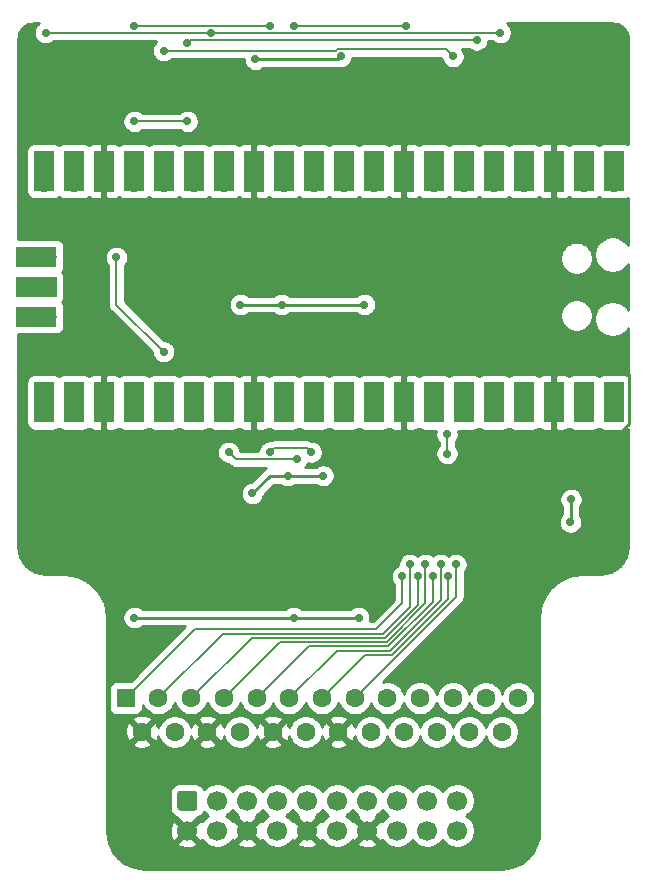
<source format=gbr>
%TF.GenerationSoftware,KiCad,Pcbnew,5.1.9+dfsg1-1*%
%TF.CreationDate,2023-01-11T12:06:23+00:00*%
%TF.ProjectId,Atari_ST_HDD_EMULATOR,41746172-695f-4535-945f-4844445f454d,1.0_dh219*%
%TF.SameCoordinates,Original*%
%TF.FileFunction,Copper,L2,Bot*%
%TF.FilePolarity,Positive*%
%FSLAX46Y46*%
G04 Gerber Fmt 4.6, Leading zero omitted, Abs format (unit mm)*
G04 Created by KiCad (PCBNEW 5.1.9+dfsg1-1) date 2023-01-11 12:06:23*
%MOMM*%
%LPD*%
G01*
G04 APERTURE LIST*
%TA.AperFunction,ComponentPad*%
%ADD10O,1.700000X1.700000*%
%TD*%
%TA.AperFunction,SMDPad,CuDef*%
%ADD11R,3.500000X1.700000*%
%TD*%
%TA.AperFunction,ComponentPad*%
%ADD12R,1.700000X1.700000*%
%TD*%
%TA.AperFunction,SMDPad,CuDef*%
%ADD13R,1.700000X3.500000*%
%TD*%
%TA.AperFunction,ComponentPad*%
%ADD14C,1.700000*%
%TD*%
%TA.AperFunction,ComponentPad*%
%ADD15C,1.600000*%
%TD*%
%TA.AperFunction,ComponentPad*%
%ADD16R,1.600000X1.600000*%
%TD*%
%TA.AperFunction,ViaPad*%
%ADD17C,0.700000*%
%TD*%
%TA.AperFunction,Conductor*%
%ADD18C,0.250000*%
%TD*%
%TA.AperFunction,Conductor*%
%ADD19C,0.180000*%
%TD*%
%TA.AperFunction,Conductor*%
%ADD20C,0.254000*%
%TD*%
%TA.AperFunction,Conductor*%
%ADD21C,0.100000*%
%TD*%
G04 APERTURE END LIST*
D10*
%TO.P,U4,43*%
%TO.N,Net-(U4-Pad43)*%
X131100000Y-70460000D03*
D11*
X130200000Y-70460000D03*
D12*
%TO.P,U4,42*%
%TO.N,Net-(U4-Pad42)*%
X131100000Y-73000000D03*
D11*
X130200000Y-73000000D03*
D10*
%TO.P,U4,41*%
%TO.N,Net-(U4-Pad41)*%
X131100000Y-75540000D03*
D11*
X130200000Y-75540000D03*
D13*
%TO.P,U4,21*%
%TO.N,SPI_RX*%
X130870000Y-63210000D03*
%TO.P,U4,22*%
%TO.N,CS0*%
X133410000Y-63210000D03*
%TO.P,U4,23*%
%TO.N,GND*%
X135950000Y-63210000D03*
%TO.P,U4,24*%
%TO.N,SPI_CLK*%
X138490000Y-63210000D03*
%TO.P,U4,25*%
%TO.N,SPI_TX*%
X141030000Y-63210000D03*
%TO.P,U4,26*%
%TO.N,CS1*%
X143570000Y-63210000D03*
%TO.P,U4,27*%
%TO.N,CD0*%
X146110000Y-63210000D03*
%TO.P,U4,28*%
%TO.N,GND*%
X148650000Y-63210000D03*
%TO.P,U4,29*%
%TO.N,CD1*%
X151190000Y-63210000D03*
%TO.P,U4,30*%
%TO.N,Net-(U4-Pad30)*%
X153730000Y-63210000D03*
%TO.P,U4,31*%
%TO.N,Net-(U4-Pad31)*%
X156270000Y-63210000D03*
%TO.P,U4,32*%
%TO.N,Net-(U4-Pad32)*%
X158810000Y-63210000D03*
%TO.P,U4,33*%
%TO.N,GND*%
X161350000Y-63210000D03*
%TO.P,U4,34*%
%TO.N,CNTRLBUSENABLE*%
X163890000Y-63210000D03*
%TO.P,U4,35*%
%TO.N,Net-(U4-Pad35)*%
X166430000Y-63210000D03*
%TO.P,U4,36*%
%TO.N,+3V3*%
X168970000Y-63210000D03*
%TO.P,U4,37*%
%TO.N,Net-(U4-Pad37)*%
X171510000Y-63210000D03*
%TO.P,U4,38*%
%TO.N,GND*%
X174050000Y-63210000D03*
%TO.P,U4,39*%
%TO.N,Net-(U4-Pad39)*%
X176590000Y-63210000D03*
%TO.P,U4,40*%
%TO.N,+5V*%
X179130000Y-63210000D03*
%TO.P,U4,20*%
%TO.N,DATABUSENABLE*%
X130870000Y-82790000D03*
%TO.P,U4,19*%
%TO.N,DRQ*%
X133410000Y-82790000D03*
%TO.P,U4,18*%
%TO.N,GND*%
X135950000Y-82790000D03*
%TO.P,U4,17*%
%TO.N,RW*%
X138490000Y-82790000D03*
%TO.P,U4,16*%
%TO.N,A1*%
X141030000Y-82790000D03*
%TO.P,U4,15*%
%TO.N,ACK*%
X143570000Y-82790000D03*
%TO.P,U4,14*%
%TO.N,RST*%
X146110000Y-82790000D03*
%TO.P,U4,13*%
%TO.N,GND*%
X148650000Y-82790000D03*
%TO.P,U4,12*%
%TO.N,IRQ*%
X151190000Y-82790000D03*
%TO.P,U4,11*%
%TO.N,CS*%
X153730000Y-82790000D03*
%TO.P,U4,10*%
%TO.N,/D7*%
X156270000Y-82790000D03*
%TO.P,U4,9*%
%TO.N,/D6*%
X158810000Y-82790000D03*
%TO.P,U4,8*%
%TO.N,GND*%
X161350000Y-82790000D03*
%TO.P,U4,7*%
%TO.N,/D5*%
X163890000Y-82790000D03*
%TO.P,U4,6*%
%TO.N,/D4*%
X166430000Y-82790000D03*
%TO.P,U4,5*%
%TO.N,/D3*%
X168970000Y-82790000D03*
%TO.P,U4,4*%
%TO.N,/D2*%
X171510000Y-82790000D03*
%TO.P,U4,3*%
%TO.N,GND*%
X174050000Y-82790000D03*
%TO.P,U4,2*%
%TO.N,/D1*%
X176590000Y-82790000D03*
%TO.P,U4,1*%
%TO.N,/D0*%
X179130000Y-82790000D03*
D10*
%TO.P,U4,40*%
%TO.N,+5V*%
X179130000Y-64110000D03*
%TO.P,U4,39*%
%TO.N,Net-(U4-Pad39)*%
X176590000Y-64110000D03*
D12*
%TO.P,U4,38*%
%TO.N,GND*%
X174050000Y-64110000D03*
D10*
%TO.P,U4,37*%
%TO.N,Net-(U4-Pad37)*%
X171510000Y-64110000D03*
%TO.P,U4,36*%
%TO.N,+3V3*%
X168970000Y-64110000D03*
%TO.P,U4,35*%
%TO.N,Net-(U4-Pad35)*%
X166430000Y-64110000D03*
%TO.P,U4,34*%
%TO.N,CNTRLBUSENABLE*%
X163890000Y-64110000D03*
D12*
%TO.P,U4,33*%
%TO.N,GND*%
X161350000Y-64110000D03*
D10*
%TO.P,U4,32*%
%TO.N,Net-(U4-Pad32)*%
X158810000Y-64110000D03*
%TO.P,U4,31*%
%TO.N,Net-(U4-Pad31)*%
X156270000Y-64110000D03*
%TO.P,U4,30*%
%TO.N,Net-(U4-Pad30)*%
X153730000Y-64110000D03*
%TO.P,U4,29*%
%TO.N,CD1*%
X151190000Y-64110000D03*
D12*
%TO.P,U4,28*%
%TO.N,GND*%
X148650000Y-64110000D03*
D10*
%TO.P,U4,27*%
%TO.N,CD0*%
X146110000Y-64110000D03*
%TO.P,U4,26*%
%TO.N,CS1*%
X143570000Y-64110000D03*
%TO.P,U4,25*%
%TO.N,SPI_TX*%
X141030000Y-64110000D03*
%TO.P,U4,24*%
%TO.N,SPI_CLK*%
X138490000Y-64110000D03*
D12*
%TO.P,U4,23*%
%TO.N,GND*%
X135950000Y-64110000D03*
D10*
%TO.P,U4,22*%
%TO.N,CS0*%
X133410000Y-64110000D03*
%TO.P,U4,21*%
%TO.N,SPI_RX*%
X130870000Y-64110000D03*
%TO.P,U4,20*%
%TO.N,DATABUSENABLE*%
X130870000Y-81890000D03*
%TO.P,U4,19*%
%TO.N,DRQ*%
X133410000Y-81890000D03*
D12*
%TO.P,U4,18*%
%TO.N,GND*%
X135950000Y-81890000D03*
D10*
%TO.P,U4,17*%
%TO.N,RW*%
X138490000Y-81890000D03*
%TO.P,U4,16*%
%TO.N,A1*%
X141030000Y-81890000D03*
%TO.P,U4,15*%
%TO.N,ACK*%
X143570000Y-81890000D03*
%TO.P,U4,14*%
%TO.N,RST*%
X146110000Y-81890000D03*
D12*
%TO.P,U4,13*%
%TO.N,GND*%
X148650000Y-81890000D03*
D10*
%TO.P,U4,12*%
%TO.N,IRQ*%
X151190000Y-81890000D03*
%TO.P,U4,11*%
%TO.N,CS*%
X153730000Y-81890000D03*
%TO.P,U4,10*%
%TO.N,/D7*%
X156270000Y-81890000D03*
%TO.P,U4,9*%
%TO.N,/D6*%
X158810000Y-81890000D03*
D12*
%TO.P,U4,8*%
%TO.N,GND*%
X161350000Y-81890000D03*
D10*
%TO.P,U4,7*%
%TO.N,/D5*%
X163890000Y-81890000D03*
%TO.P,U4,6*%
%TO.N,/D4*%
X166430000Y-81890000D03*
%TO.P,U4,5*%
%TO.N,/D3*%
X168970000Y-81890000D03*
%TO.P,U4,4*%
%TO.N,/D2*%
X171510000Y-81890000D03*
D12*
%TO.P,U4,3*%
%TO.N,GND*%
X174050000Y-81890000D03*
D10*
%TO.P,U4,2*%
%TO.N,/D1*%
X176590000Y-81890000D03*
%TO.P,U4,1*%
%TO.N,/D0*%
X179130000Y-81890000D03*
%TD*%
D14*
%TO.P,J2,20*%
%TO.N,Net-(J2-Pad20)*%
X165860000Y-119040000D03*
%TO.P,J2,18*%
%TO.N,ADRQ*%
X163320000Y-119040000D03*
%TO.P,J2,16*%
%TO.N,ARW*%
X160780000Y-119040000D03*
%TO.P,J2,14*%
%TO.N,GND*%
X158240000Y-119040000D03*
%TO.P,J2,12*%
%TO.N,AA1*%
X155700000Y-119040000D03*
%TO.P,J2,10*%
%TO.N,GND*%
X153160000Y-119040000D03*
%TO.P,J2,8*%
%TO.N,AACK*%
X150620000Y-119040000D03*
%TO.P,J2,6*%
%TO.N,GND*%
X148080000Y-119040000D03*
%TO.P,J2,4*%
%TO.N,ARST*%
X145540000Y-119040000D03*
%TO.P,J2,2*%
%TO.N,GND*%
X143000000Y-119040000D03*
%TO.P,J2,19*%
%TO.N,AIRQ*%
X165860000Y-116500000D03*
%TO.P,J2,17*%
%TO.N,ACS*%
X163320000Y-116500000D03*
%TO.P,J2,15*%
%TO.N,AD7*%
X160780000Y-116500000D03*
%TO.P,J2,13*%
%TO.N,AD6*%
X158240000Y-116500000D03*
%TO.P,J2,11*%
%TO.N,AD5*%
X155700000Y-116500000D03*
%TO.P,J2,9*%
%TO.N,/AD4*%
X153160000Y-116500000D03*
%TO.P,J2,7*%
%TO.N,/AD3*%
X150620000Y-116500000D03*
%TO.P,J2,5*%
%TO.N,/AD2*%
X148080000Y-116500000D03*
%TO.P,J2,3*%
%TO.N,/AD1*%
X145540000Y-116500000D03*
%TO.P,J2,1*%
%TO.N,/AD0*%
%TA.AperFunction,ComponentPad*%
G36*
G01*
X142400000Y-115650000D02*
X143600000Y-115650000D01*
G75*
G02*
X143850000Y-115900000I0J-250000D01*
G01*
X143850000Y-117100000D01*
G75*
G02*
X143600000Y-117350000I-250000J0D01*
G01*
X142400000Y-117350000D01*
G75*
G02*
X142150000Y-117100000I0J250000D01*
G01*
X142150000Y-115900000D01*
G75*
G02*
X142400000Y-115650000I250000J0D01*
G01*
G37*
%TD.AperFunction*%
%TD*%
D15*
%TO.P,J1,25*%
%TO.N,Net-(J1-Pad25)*%
X169645000Y-110679338D03*
%TO.P,J1,24*%
%TO.N,Net-(J1-Pad24)*%
X166875000Y-110679338D03*
%TO.P,J1,23*%
%TO.N,Net-(J1-Pad23)*%
X164105000Y-110679338D03*
%TO.P,J1,22*%
%TO.N,ADRQ*%
X161335000Y-110679338D03*
%TO.P,J1,21*%
%TO.N,ARW*%
X158565000Y-110679338D03*
%TO.P,J1,20*%
%TO.N,GND*%
X155795000Y-110679338D03*
%TO.P,J1,19*%
%TO.N,AA1*%
X153025000Y-110679338D03*
%TO.P,J1,18*%
%TO.N,GND*%
X150255000Y-110679338D03*
%TO.P,J1,17*%
%TO.N,AACK*%
X147485000Y-110679338D03*
%TO.P,J1,16*%
%TO.N,GND*%
X144715000Y-110679338D03*
%TO.P,J1,15*%
%TO.N,ARST*%
X141945000Y-110679338D03*
%TO.P,J1,14*%
%TO.N,GND*%
X139175000Y-110679338D03*
%TO.P,J1,13*%
%TO.N,Net-(J1-Pad13)*%
X171030000Y-107839338D03*
%TO.P,J1,12*%
%TO.N,Net-(J1-Pad12)*%
X168260000Y-107839338D03*
%TO.P,J1,11*%
%TO.N,Net-(J1-Pad11)*%
X165490000Y-107839338D03*
%TO.P,J1,10*%
%TO.N,AIRQ*%
X162720000Y-107839338D03*
%TO.P,J1,9*%
%TO.N,ACS*%
X159950000Y-107839338D03*
%TO.P,J1,8*%
%TO.N,AD7*%
X157180000Y-107839338D03*
%TO.P,J1,7*%
%TO.N,AD6*%
X154410000Y-107839338D03*
%TO.P,J1,6*%
%TO.N,AD5*%
X151640000Y-107839338D03*
%TO.P,J1,5*%
%TO.N,/AD4*%
X148870000Y-107839338D03*
%TO.P,J1,4*%
%TO.N,/AD3*%
X146100000Y-107839338D03*
%TO.P,J1,3*%
%TO.N,/AD2*%
X143330000Y-107839338D03*
%TO.P,J1,2*%
%TO.N,/AD1*%
X140560000Y-107839338D03*
D16*
%TO.P,J1,1*%
%TO.N,/AD0*%
X137790000Y-107839338D03*
%TD*%
D17*
%TO.N,GND*%
X139000000Y-97500000D03*
X144500000Y-97500000D03*
X139500000Y-87000000D03*
X145000000Y-87000000D03*
X132000000Y-92000000D03*
X158500000Y-92000000D03*
X146500000Y-99500000D03*
X164000000Y-70999996D03*
X133500000Y-75000000D03*
X142000000Y-77500000D03*
X146000000Y-77500000D03*
X142500000Y-68500000D03*
X167063407Y-96880000D03*
X170000000Y-96880000D03*
X179000000Y-89000000D03*
X170500000Y-57500000D03*
X145500000Y-57500000D03*
X147500000Y-55000000D03*
X161500000Y-55000000D03*
X172500000Y-54999996D03*
X136500000Y-55000000D03*
X138588719Y-72223977D03*
X179500000Y-85500000D03*
X179500000Y-79500000D03*
X150000000Y-92500000D03*
%TO.N,+5V*%
X157500000Y-101000008D03*
X152000000Y-101000000D03*
X138500004Y-101000000D03*
%TO.N,+3V3*%
X158000000Y-74500000D03*
X151000000Y-74500000D03*
X147500000Y-74500000D03*
X175500000Y-91000000D03*
X175438414Y-92938414D03*
X148750000Y-53750000D03*
X156000000Y-53500002D03*
X151500000Y-89000000D03*
X154500000Y-89000000D03*
X148500008Y-90500000D03*
%TO.N,ADRQ*%
X146500000Y-87000000D03*
X152261772Y-87593780D03*
%TO.N,AIRQ*%
X153500000Y-87000000D03*
X150000000Y-86973770D03*
%TO.N,AD7*%
X165750000Y-96500000D03*
%TO.N,AD6*%
X165100000Y-97500000D03*
%TO.N,AD5*%
X164450000Y-96500000D03*
%TO.N,/AD4*%
X163800000Y-97500000D03*
%TO.N,/AD3*%
X163150000Y-96500000D03*
%TO.N,/AD2*%
X162500000Y-97500000D03*
%TO.N,/AD1*%
X161850000Y-96500000D03*
%TO.N,/AD0*%
X161200000Y-97500000D03*
%TO.N,CD1*%
X152000000Y-50880000D03*
X161500000Y-50880000D03*
%TO.N,SPI_RX*%
X131000000Y-51500000D03*
X145000000Y-51500000D03*
X169500000Y-51500000D03*
%TO.N,SPI_CLK*%
X143000000Y-59000000D03*
X138500000Y-59000000D03*
X167500000Y-52120000D03*
X143000000Y-52379990D03*
%TO.N,SPI_TX*%
X165500000Y-53500000D03*
X141000000Y-53000000D03*
%TO.N,CD0*%
X138500000Y-50880000D03*
X150000002Y-50880000D03*
%TO.N,DATABUSENABLE*%
X165000000Y-87120000D03*
X165000000Y-85500000D03*
%TO.N,CNTRLBUSENABLE*%
X137000000Y-70500000D03*
X141000000Y-78500000D03*
%TD*%
D18*
%TO.N,GND*%
X180423476Y-80423476D02*
X179500000Y-79500000D01*
X179500000Y-85500000D02*
X180423476Y-84576524D01*
X180423476Y-84576524D02*
X180423476Y-80423476D01*
%TO.N,+5V*%
X157500000Y-101000008D02*
X152000008Y-101000008D01*
X152000008Y-101000008D02*
X152000000Y-101000000D01*
X152000000Y-101000000D02*
X138500004Y-101000000D01*
%TO.N,+3V3*%
X158000000Y-74500000D02*
X151000000Y-74500000D01*
X147500000Y-74500000D02*
X151000000Y-74500000D01*
X175500000Y-92876828D02*
X175438414Y-92938414D01*
X175500000Y-91000000D02*
X175500000Y-92876828D01*
X148750000Y-53750000D02*
X155750002Y-53750000D01*
X155750002Y-53750000D02*
X156000000Y-53500002D01*
X151500000Y-89000000D02*
X154500000Y-89000000D01*
X150000008Y-89000000D02*
X148500008Y-90500000D01*
X151500000Y-89000000D02*
X150000008Y-89000000D01*
D19*
%TO.N,ADRQ*%
X147093780Y-87593780D02*
X152261772Y-87593780D01*
X146500000Y-87000000D02*
X147093780Y-87593780D01*
%TO.N,AIRQ*%
X153500000Y-87000000D02*
X153150001Y-86650001D01*
X150323769Y-86650001D02*
X150000000Y-86973770D01*
X153150001Y-86650001D02*
X150323769Y-86650001D01*
%TO.N,AD7*%
X157180000Y-107820000D02*
X165750000Y-99250000D01*
X165750000Y-96994974D02*
X165750000Y-96500000D01*
X165750000Y-99250000D02*
X165750000Y-96994974D01*
X157180000Y-107839338D02*
X157180000Y-107820000D01*
%TO.N,AD6*%
X154760662Y-107839338D02*
X154410000Y-107839338D01*
X165100000Y-99390868D02*
X160330802Y-104160066D01*
X155209999Y-107039339D02*
X154410000Y-107839338D01*
X158089272Y-104160066D02*
X155209999Y-107039339D01*
X160330802Y-104160066D02*
X158089272Y-104160066D01*
X165100000Y-97500000D02*
X165100000Y-99390868D01*
%TO.N,AD5*%
X155679283Y-103800055D02*
X151640000Y-107839338D01*
X160181681Y-103800055D02*
X155679283Y-103800055D01*
X164450000Y-96500000D02*
X164450000Y-99531736D01*
X164450000Y-99531736D02*
X160181681Y-103800055D01*
%TO.N,/AD4*%
X153269294Y-103440044D02*
X149669999Y-107039339D01*
X163800000Y-97500000D02*
X163800000Y-99672604D01*
X163800000Y-99672604D02*
X160032560Y-103440044D01*
X149669999Y-107039339D02*
X148870000Y-107839338D01*
X160032560Y-103440044D02*
X153269294Y-103440044D01*
%TO.N,/AD3*%
X163150000Y-99813472D02*
X159883439Y-103080033D01*
X163150000Y-96500000D02*
X163150000Y-99813472D01*
X150859305Y-103080033D02*
X146100000Y-107839338D01*
X159883439Y-103080033D02*
X150859305Y-103080033D01*
%TO.N,/AD2*%
X162500000Y-99954340D02*
X162500000Y-97500000D01*
X159734318Y-102720022D02*
X162500000Y-99954340D01*
X148449316Y-102720022D02*
X159734318Y-102720022D01*
X143330000Y-107839338D02*
X148449316Y-102720022D01*
%TO.N,/AD1*%
X146039327Y-102360011D02*
X140560000Y-107839338D01*
X161850000Y-100095208D02*
X159585197Y-102360011D01*
X161850000Y-96500000D02*
X161850000Y-100095208D01*
X159585197Y-102360011D02*
X146039327Y-102360011D01*
%TO.N,/AD0*%
X143629338Y-102000000D02*
X137790000Y-107839338D01*
X159000000Y-102000000D02*
X143629338Y-102000000D01*
X161200000Y-99800000D02*
X159000000Y-102000000D01*
X161200000Y-97500000D02*
X161200000Y-99800000D01*
%TO.N,CD1*%
X152000000Y-50880000D02*
X161500000Y-50880000D01*
%TO.N,SPI_RX*%
X131000000Y-51500000D02*
X145000000Y-51500000D01*
X145000000Y-51500000D02*
X169500000Y-51500000D01*
%TO.N,SPI_CLK*%
X143000000Y-59000000D02*
X138500000Y-59000000D01*
X167500000Y-52120000D02*
X143259990Y-52120000D01*
X143259990Y-52120000D02*
X143000000Y-52379990D01*
%TO.N,SPI_TX*%
X164879998Y-52879998D02*
X155702398Y-52879998D01*
X155582396Y-53000000D02*
X141000000Y-53000000D01*
X165500000Y-53500000D02*
X164879998Y-52879998D01*
X155702398Y-52879998D02*
X155582396Y-53000000D01*
%TO.N,CD0*%
X138500000Y-50880000D02*
X150000002Y-50880000D01*
%TO.N,DATABUSENABLE*%
X165000000Y-87120000D02*
X165000000Y-85500000D01*
%TO.N,CNTRLBUSENABLE*%
X137000000Y-70500000D02*
X137000000Y-74500000D01*
X137000000Y-74500000D02*
X141000000Y-78500000D01*
%TD*%
D20*
%TO.N,GND*%
X130372099Y-50734901D02*
X130234901Y-50872099D01*
X130127104Y-51033428D01*
X130052853Y-51212686D01*
X130015000Y-51402986D01*
X130015000Y-51597014D01*
X130052853Y-51787314D01*
X130127104Y-51966572D01*
X130234901Y-52127901D01*
X130372099Y-52265099D01*
X130533428Y-52372896D01*
X130712686Y-52447147D01*
X130902986Y-52485000D01*
X131097014Y-52485000D01*
X131287314Y-52447147D01*
X131466572Y-52372896D01*
X131627901Y-52265099D01*
X131668000Y-52225000D01*
X140386917Y-52225000D01*
X140372099Y-52234901D01*
X140234901Y-52372099D01*
X140127104Y-52533428D01*
X140052853Y-52712686D01*
X140015000Y-52902986D01*
X140015000Y-53097014D01*
X140052853Y-53287314D01*
X140127104Y-53466572D01*
X140234901Y-53627901D01*
X140372099Y-53765099D01*
X140533428Y-53872896D01*
X140712686Y-53947147D01*
X140902986Y-53985000D01*
X141097014Y-53985000D01*
X141287314Y-53947147D01*
X141466572Y-53872896D01*
X141627901Y-53765099D01*
X141668000Y-53725000D01*
X147765000Y-53725000D01*
X147765000Y-53847014D01*
X147802853Y-54037314D01*
X147877104Y-54216572D01*
X147984901Y-54377901D01*
X148122099Y-54515099D01*
X148283428Y-54622896D01*
X148462686Y-54697147D01*
X148652986Y-54735000D01*
X148847014Y-54735000D01*
X149037314Y-54697147D01*
X149216572Y-54622896D01*
X149377901Y-54515099D01*
X149383000Y-54510000D01*
X155712680Y-54510000D01*
X155750002Y-54513676D01*
X155787324Y-54510000D01*
X155787335Y-54510000D01*
X155898988Y-54499003D01*
X155945144Y-54485002D01*
X156097014Y-54485002D01*
X156287314Y-54447149D01*
X156466572Y-54372898D01*
X156627901Y-54265101D01*
X156765099Y-54127903D01*
X156872896Y-53966574D01*
X156947147Y-53787316D01*
X156983412Y-53604998D01*
X164516588Y-53604998D01*
X164552853Y-53787314D01*
X164627104Y-53966572D01*
X164734901Y-54127901D01*
X164872099Y-54265099D01*
X165033428Y-54372896D01*
X165212686Y-54447147D01*
X165402986Y-54485000D01*
X165597014Y-54485000D01*
X165787314Y-54447147D01*
X165966572Y-54372896D01*
X166127901Y-54265099D01*
X166265099Y-54127901D01*
X166372896Y-53966572D01*
X166447147Y-53787314D01*
X166485000Y-53597014D01*
X166485000Y-53402986D01*
X166447147Y-53212686D01*
X166372896Y-53033428D01*
X166265099Y-52872099D01*
X166238000Y-52845000D01*
X166832000Y-52845000D01*
X166872099Y-52885099D01*
X167033428Y-52992896D01*
X167212686Y-53067147D01*
X167402986Y-53105000D01*
X167597014Y-53105000D01*
X167787314Y-53067147D01*
X167966572Y-52992896D01*
X168127901Y-52885099D01*
X168265099Y-52747901D01*
X168372896Y-52586572D01*
X168447147Y-52407314D01*
X168483411Y-52225000D01*
X168832000Y-52225000D01*
X168872099Y-52265099D01*
X169033428Y-52372896D01*
X169212686Y-52447147D01*
X169402986Y-52485000D01*
X169597014Y-52485000D01*
X169787314Y-52447147D01*
X169966572Y-52372896D01*
X170127901Y-52265099D01*
X170265099Y-52127901D01*
X170372896Y-51966572D01*
X170447147Y-51787314D01*
X170485000Y-51597014D01*
X170485000Y-51402986D01*
X170447147Y-51212686D01*
X170372896Y-51033428D01*
X170265099Y-50872099D01*
X170127901Y-50734901D01*
X170053219Y-50685000D01*
X178966495Y-50685000D01*
X179254782Y-50713267D01*
X179499855Y-50787259D01*
X179725890Y-50907443D01*
X179924281Y-51069248D01*
X180087460Y-51266497D01*
X180209220Y-51491687D01*
X180284924Y-51736247D01*
X180315000Y-52022398D01*
X180315000Y-60919043D01*
X180224180Y-60870498D01*
X180104482Y-60834188D01*
X179980000Y-60821928D01*
X178280000Y-60821928D01*
X178155518Y-60834188D01*
X178035820Y-60870498D01*
X177925506Y-60929463D01*
X177860000Y-60983222D01*
X177794494Y-60929463D01*
X177684180Y-60870498D01*
X177564482Y-60834188D01*
X177440000Y-60821928D01*
X175740000Y-60821928D01*
X175615518Y-60834188D01*
X175495820Y-60870498D01*
X175385506Y-60929463D01*
X175320000Y-60983222D01*
X175254494Y-60929463D01*
X175144180Y-60870498D01*
X175024482Y-60834188D01*
X174900000Y-60821928D01*
X174335750Y-60825000D01*
X174177000Y-60983750D01*
X174177000Y-65436250D01*
X174335750Y-65595000D01*
X174900000Y-65598072D01*
X175024482Y-65585812D01*
X175144180Y-65549502D01*
X175254494Y-65490537D01*
X175320000Y-65436778D01*
X175385506Y-65490537D01*
X175495820Y-65549502D01*
X175615518Y-65585812D01*
X175740000Y-65598072D01*
X177440000Y-65598072D01*
X177564482Y-65585812D01*
X177684180Y-65549502D01*
X177794494Y-65490537D01*
X177860000Y-65436778D01*
X177925506Y-65490537D01*
X178035820Y-65549502D01*
X178155518Y-65585812D01*
X178280000Y-65598072D01*
X179980000Y-65598072D01*
X180104482Y-65585812D01*
X180224180Y-65549502D01*
X180315000Y-65500957D01*
X180315000Y-69480111D01*
X180192312Y-69296495D01*
X179978505Y-69082688D01*
X179727095Y-68914701D01*
X179447743Y-68798989D01*
X179151184Y-68740000D01*
X178848816Y-68740000D01*
X178552257Y-68798989D01*
X178272905Y-68914701D01*
X178021495Y-69082688D01*
X177807688Y-69296495D01*
X177639701Y-69547905D01*
X177523989Y-69827257D01*
X177465000Y-70123816D01*
X177465000Y-70426184D01*
X177523989Y-70722743D01*
X177639701Y-71002095D01*
X177807688Y-71253505D01*
X178021495Y-71467312D01*
X178272905Y-71635299D01*
X178552257Y-71751011D01*
X178848816Y-71810000D01*
X179151184Y-71810000D01*
X179447743Y-71751011D01*
X179727095Y-71635299D01*
X179978505Y-71467312D01*
X180192312Y-71253505D01*
X180315000Y-71069889D01*
X180315001Y-74930111D01*
X180192312Y-74746495D01*
X179978505Y-74532688D01*
X179727095Y-74364701D01*
X179447743Y-74248989D01*
X179151184Y-74190000D01*
X178848816Y-74190000D01*
X178552257Y-74248989D01*
X178272905Y-74364701D01*
X178021495Y-74532688D01*
X177807688Y-74746495D01*
X177639701Y-74997905D01*
X177523989Y-75277257D01*
X177465000Y-75573816D01*
X177465000Y-75876184D01*
X177523989Y-76172743D01*
X177639701Y-76452095D01*
X177807688Y-76703505D01*
X178021495Y-76917312D01*
X178272905Y-77085299D01*
X178552257Y-77201011D01*
X178848816Y-77260000D01*
X179151184Y-77260000D01*
X179447743Y-77201011D01*
X179727095Y-77085299D01*
X179978505Y-76917312D01*
X180192312Y-76703505D01*
X180315001Y-76519889D01*
X180315001Y-80499043D01*
X180224180Y-80450498D01*
X180104482Y-80414188D01*
X179980000Y-80401928D01*
X178280000Y-80401928D01*
X178155518Y-80414188D01*
X178035820Y-80450498D01*
X177925506Y-80509463D01*
X177860000Y-80563222D01*
X177794494Y-80509463D01*
X177684180Y-80450498D01*
X177564482Y-80414188D01*
X177440000Y-80401928D01*
X175740000Y-80401928D01*
X175615518Y-80414188D01*
X175495820Y-80450498D01*
X175385506Y-80509463D01*
X175320000Y-80563222D01*
X175254494Y-80509463D01*
X175144180Y-80450498D01*
X175024482Y-80414188D01*
X174900000Y-80401928D01*
X174335750Y-80405000D01*
X174177000Y-80563750D01*
X174177000Y-85016250D01*
X174335750Y-85175000D01*
X174900000Y-85178072D01*
X175024482Y-85165812D01*
X175144180Y-85129502D01*
X175254494Y-85070537D01*
X175320000Y-85016778D01*
X175385506Y-85070537D01*
X175495820Y-85129502D01*
X175615518Y-85165812D01*
X175740000Y-85178072D01*
X177440000Y-85178072D01*
X177564482Y-85165812D01*
X177684180Y-85129502D01*
X177794494Y-85070537D01*
X177860000Y-85016778D01*
X177925506Y-85070537D01*
X178035820Y-85129502D01*
X178155518Y-85165812D01*
X178280000Y-85178072D01*
X179980000Y-85178072D01*
X180104482Y-85165812D01*
X180224180Y-85129502D01*
X180315001Y-85080957D01*
X180315001Y-94966485D01*
X180267688Y-95449016D01*
X180137287Y-95880927D01*
X179925480Y-96279280D01*
X179640325Y-96628914D01*
X179292697Y-96916497D01*
X178895825Y-97131085D01*
X178464834Y-97264500D01*
X177984346Y-97315000D01*
X176466353Y-97315000D01*
X176435665Y-97318023D01*
X176416972Y-97317892D01*
X176407454Y-97318826D01*
X175825164Y-97380026D01*
X175764353Y-97392509D01*
X175703362Y-97404144D01*
X175694206Y-97406908D01*
X175134892Y-97580046D01*
X175077682Y-97604095D01*
X175020096Y-97627361D01*
X175011651Y-97631851D01*
X174496619Y-97910327D01*
X174445145Y-97945047D01*
X174393197Y-97979041D01*
X174385785Y-97985086D01*
X173934652Y-98358296D01*
X173890922Y-98402333D01*
X173846548Y-98445787D01*
X173840451Y-98453156D01*
X173470399Y-98906885D01*
X173436038Y-98958603D01*
X173400966Y-99009824D01*
X173396417Y-99018237D01*
X173121543Y-99535202D01*
X173097895Y-99592577D01*
X173073426Y-99649666D01*
X173070598Y-99658803D01*
X172901371Y-100219311D01*
X172889309Y-100280229D01*
X172876404Y-100340941D01*
X172875404Y-100350453D01*
X172818269Y-100933155D01*
X172818269Y-100933173D01*
X172815001Y-100966353D01*
X172815000Y-118966496D01*
X172748644Y-119643248D01*
X172561833Y-120261996D01*
X172258398Y-120832675D01*
X171849896Y-121333548D01*
X171351888Y-121745536D01*
X170783342Y-122052948D01*
X170165909Y-122244075D01*
X169491107Y-122315000D01*
X139533504Y-122315000D01*
X138856752Y-122248644D01*
X138238004Y-122061833D01*
X137667325Y-121758398D01*
X137166452Y-121349896D01*
X136754464Y-120851888D01*
X136447052Y-120283342D01*
X136380516Y-120068397D01*
X142151208Y-120068397D01*
X142228843Y-120317472D01*
X142492883Y-120443371D01*
X142776411Y-120515339D01*
X143068531Y-120530611D01*
X143358019Y-120488599D01*
X143633747Y-120390919D01*
X143771157Y-120317472D01*
X143848792Y-120068397D01*
X143000000Y-119219605D01*
X142151208Y-120068397D01*
X136380516Y-120068397D01*
X136255925Y-119665909D01*
X136197342Y-119108531D01*
X141509389Y-119108531D01*
X141551401Y-119398019D01*
X141649081Y-119673747D01*
X141722528Y-119811157D01*
X141971603Y-119888792D01*
X142820395Y-119040000D01*
X141971603Y-118191208D01*
X141722528Y-118268843D01*
X141596629Y-118532883D01*
X141524661Y-118816411D01*
X141509389Y-119108531D01*
X136197342Y-119108531D01*
X136185000Y-118991107D01*
X136185000Y-115900000D01*
X141511928Y-115900000D01*
X141511928Y-117100000D01*
X141528992Y-117273254D01*
X141579528Y-117439850D01*
X141661595Y-117593386D01*
X141772038Y-117727962D01*
X141906614Y-117838405D01*
X142060150Y-117920472D01*
X142169293Y-117953580D01*
X142151208Y-118011603D01*
X143000000Y-118860395D01*
X143848792Y-118011603D01*
X143830707Y-117953580D01*
X143939850Y-117920472D01*
X144093386Y-117838405D01*
X144227962Y-117727962D01*
X144338405Y-117593386D01*
X144406285Y-117466392D01*
X144593368Y-117653475D01*
X144767760Y-117770000D01*
X144593368Y-117886525D01*
X144386525Y-118093368D01*
X144270689Y-118266729D01*
X144028397Y-118191208D01*
X143179605Y-119040000D01*
X144028397Y-119888792D01*
X144270689Y-119813271D01*
X144386525Y-119986632D01*
X144593368Y-120193475D01*
X144836589Y-120355990D01*
X145106842Y-120467932D01*
X145393740Y-120525000D01*
X145686260Y-120525000D01*
X145973158Y-120467932D01*
X146243411Y-120355990D01*
X146486632Y-120193475D01*
X146611710Y-120068397D01*
X147231208Y-120068397D01*
X147308843Y-120317472D01*
X147572883Y-120443371D01*
X147856411Y-120515339D01*
X148148531Y-120530611D01*
X148438019Y-120488599D01*
X148713747Y-120390919D01*
X148851157Y-120317472D01*
X148928792Y-120068397D01*
X148080000Y-119219605D01*
X147231208Y-120068397D01*
X146611710Y-120068397D01*
X146693475Y-119986632D01*
X146809311Y-119813271D01*
X147051603Y-119888792D01*
X147900395Y-119040000D01*
X147051603Y-118191208D01*
X146809311Y-118266729D01*
X146693475Y-118093368D01*
X146486632Y-117886525D01*
X146312240Y-117770000D01*
X146486632Y-117653475D01*
X146693475Y-117446632D01*
X146810000Y-117272240D01*
X146926525Y-117446632D01*
X147133368Y-117653475D01*
X147306729Y-117769311D01*
X147231208Y-118011603D01*
X148080000Y-118860395D01*
X148928792Y-118011603D01*
X148853271Y-117769311D01*
X149026632Y-117653475D01*
X149233475Y-117446632D01*
X149350000Y-117272240D01*
X149466525Y-117446632D01*
X149673368Y-117653475D01*
X149847760Y-117770000D01*
X149673368Y-117886525D01*
X149466525Y-118093368D01*
X149350689Y-118266729D01*
X149108397Y-118191208D01*
X148259605Y-119040000D01*
X149108397Y-119888792D01*
X149350689Y-119813271D01*
X149466525Y-119986632D01*
X149673368Y-120193475D01*
X149916589Y-120355990D01*
X150186842Y-120467932D01*
X150473740Y-120525000D01*
X150766260Y-120525000D01*
X151053158Y-120467932D01*
X151323411Y-120355990D01*
X151566632Y-120193475D01*
X151691710Y-120068397D01*
X152311208Y-120068397D01*
X152388843Y-120317472D01*
X152652883Y-120443371D01*
X152936411Y-120515339D01*
X153228531Y-120530611D01*
X153518019Y-120488599D01*
X153793747Y-120390919D01*
X153931157Y-120317472D01*
X154008792Y-120068397D01*
X153160000Y-119219605D01*
X152311208Y-120068397D01*
X151691710Y-120068397D01*
X151773475Y-119986632D01*
X151889311Y-119813271D01*
X152131603Y-119888792D01*
X152980395Y-119040000D01*
X152131603Y-118191208D01*
X151889311Y-118266729D01*
X151773475Y-118093368D01*
X151566632Y-117886525D01*
X151392240Y-117770000D01*
X151566632Y-117653475D01*
X151773475Y-117446632D01*
X151890000Y-117272240D01*
X152006525Y-117446632D01*
X152213368Y-117653475D01*
X152386729Y-117769311D01*
X152311208Y-118011603D01*
X153160000Y-118860395D01*
X154008792Y-118011603D01*
X153933271Y-117769311D01*
X154106632Y-117653475D01*
X154313475Y-117446632D01*
X154430000Y-117272240D01*
X154546525Y-117446632D01*
X154753368Y-117653475D01*
X154927760Y-117770000D01*
X154753368Y-117886525D01*
X154546525Y-118093368D01*
X154430689Y-118266729D01*
X154188397Y-118191208D01*
X153339605Y-119040000D01*
X154188397Y-119888792D01*
X154430689Y-119813271D01*
X154546525Y-119986632D01*
X154753368Y-120193475D01*
X154996589Y-120355990D01*
X155266842Y-120467932D01*
X155553740Y-120525000D01*
X155846260Y-120525000D01*
X156133158Y-120467932D01*
X156403411Y-120355990D01*
X156646632Y-120193475D01*
X156771710Y-120068397D01*
X157391208Y-120068397D01*
X157468843Y-120317472D01*
X157732883Y-120443371D01*
X158016411Y-120515339D01*
X158308531Y-120530611D01*
X158598019Y-120488599D01*
X158873747Y-120390919D01*
X159011157Y-120317472D01*
X159088792Y-120068397D01*
X158240000Y-119219605D01*
X157391208Y-120068397D01*
X156771710Y-120068397D01*
X156853475Y-119986632D01*
X156969311Y-119813271D01*
X157211603Y-119888792D01*
X158060395Y-119040000D01*
X157211603Y-118191208D01*
X156969311Y-118266729D01*
X156853475Y-118093368D01*
X156646632Y-117886525D01*
X156472240Y-117770000D01*
X156646632Y-117653475D01*
X156853475Y-117446632D01*
X156970000Y-117272240D01*
X157086525Y-117446632D01*
X157293368Y-117653475D01*
X157466729Y-117769311D01*
X157391208Y-118011603D01*
X158240000Y-118860395D01*
X159088792Y-118011603D01*
X159013271Y-117769311D01*
X159186632Y-117653475D01*
X159393475Y-117446632D01*
X159510000Y-117272240D01*
X159626525Y-117446632D01*
X159833368Y-117653475D01*
X160007760Y-117770000D01*
X159833368Y-117886525D01*
X159626525Y-118093368D01*
X159510689Y-118266729D01*
X159268397Y-118191208D01*
X158419605Y-119040000D01*
X159268397Y-119888792D01*
X159510689Y-119813271D01*
X159626525Y-119986632D01*
X159833368Y-120193475D01*
X160076589Y-120355990D01*
X160346842Y-120467932D01*
X160633740Y-120525000D01*
X160926260Y-120525000D01*
X161213158Y-120467932D01*
X161483411Y-120355990D01*
X161726632Y-120193475D01*
X161933475Y-119986632D01*
X162050000Y-119812240D01*
X162166525Y-119986632D01*
X162373368Y-120193475D01*
X162616589Y-120355990D01*
X162886842Y-120467932D01*
X163173740Y-120525000D01*
X163466260Y-120525000D01*
X163753158Y-120467932D01*
X164023411Y-120355990D01*
X164266632Y-120193475D01*
X164473475Y-119986632D01*
X164590000Y-119812240D01*
X164706525Y-119986632D01*
X164913368Y-120193475D01*
X165156589Y-120355990D01*
X165426842Y-120467932D01*
X165713740Y-120525000D01*
X166006260Y-120525000D01*
X166293158Y-120467932D01*
X166563411Y-120355990D01*
X166806632Y-120193475D01*
X167013475Y-119986632D01*
X167175990Y-119743411D01*
X167287932Y-119473158D01*
X167345000Y-119186260D01*
X167345000Y-118893740D01*
X167287932Y-118606842D01*
X167175990Y-118336589D01*
X167013475Y-118093368D01*
X166806632Y-117886525D01*
X166632240Y-117770000D01*
X166806632Y-117653475D01*
X167013475Y-117446632D01*
X167175990Y-117203411D01*
X167287932Y-116933158D01*
X167345000Y-116646260D01*
X167345000Y-116353740D01*
X167287932Y-116066842D01*
X167175990Y-115796589D01*
X167013475Y-115553368D01*
X166806632Y-115346525D01*
X166563411Y-115184010D01*
X166293158Y-115072068D01*
X166006260Y-115015000D01*
X165713740Y-115015000D01*
X165426842Y-115072068D01*
X165156589Y-115184010D01*
X164913368Y-115346525D01*
X164706525Y-115553368D01*
X164590000Y-115727760D01*
X164473475Y-115553368D01*
X164266632Y-115346525D01*
X164023411Y-115184010D01*
X163753158Y-115072068D01*
X163466260Y-115015000D01*
X163173740Y-115015000D01*
X162886842Y-115072068D01*
X162616589Y-115184010D01*
X162373368Y-115346525D01*
X162166525Y-115553368D01*
X162050000Y-115727760D01*
X161933475Y-115553368D01*
X161726632Y-115346525D01*
X161483411Y-115184010D01*
X161213158Y-115072068D01*
X160926260Y-115015000D01*
X160633740Y-115015000D01*
X160346842Y-115072068D01*
X160076589Y-115184010D01*
X159833368Y-115346525D01*
X159626525Y-115553368D01*
X159510000Y-115727760D01*
X159393475Y-115553368D01*
X159186632Y-115346525D01*
X158943411Y-115184010D01*
X158673158Y-115072068D01*
X158386260Y-115015000D01*
X158093740Y-115015000D01*
X157806842Y-115072068D01*
X157536589Y-115184010D01*
X157293368Y-115346525D01*
X157086525Y-115553368D01*
X156970000Y-115727760D01*
X156853475Y-115553368D01*
X156646632Y-115346525D01*
X156403411Y-115184010D01*
X156133158Y-115072068D01*
X155846260Y-115015000D01*
X155553740Y-115015000D01*
X155266842Y-115072068D01*
X154996589Y-115184010D01*
X154753368Y-115346525D01*
X154546525Y-115553368D01*
X154430000Y-115727760D01*
X154313475Y-115553368D01*
X154106632Y-115346525D01*
X153863411Y-115184010D01*
X153593158Y-115072068D01*
X153306260Y-115015000D01*
X153013740Y-115015000D01*
X152726842Y-115072068D01*
X152456589Y-115184010D01*
X152213368Y-115346525D01*
X152006525Y-115553368D01*
X151890000Y-115727760D01*
X151773475Y-115553368D01*
X151566632Y-115346525D01*
X151323411Y-115184010D01*
X151053158Y-115072068D01*
X150766260Y-115015000D01*
X150473740Y-115015000D01*
X150186842Y-115072068D01*
X149916589Y-115184010D01*
X149673368Y-115346525D01*
X149466525Y-115553368D01*
X149350000Y-115727760D01*
X149233475Y-115553368D01*
X149026632Y-115346525D01*
X148783411Y-115184010D01*
X148513158Y-115072068D01*
X148226260Y-115015000D01*
X147933740Y-115015000D01*
X147646842Y-115072068D01*
X147376589Y-115184010D01*
X147133368Y-115346525D01*
X146926525Y-115553368D01*
X146810000Y-115727760D01*
X146693475Y-115553368D01*
X146486632Y-115346525D01*
X146243411Y-115184010D01*
X145973158Y-115072068D01*
X145686260Y-115015000D01*
X145393740Y-115015000D01*
X145106842Y-115072068D01*
X144836589Y-115184010D01*
X144593368Y-115346525D01*
X144406285Y-115533608D01*
X144338405Y-115406614D01*
X144227962Y-115272038D01*
X144093386Y-115161595D01*
X143939850Y-115079528D01*
X143773254Y-115028992D01*
X143600000Y-115011928D01*
X142400000Y-115011928D01*
X142226746Y-115028992D01*
X142060150Y-115079528D01*
X141906614Y-115161595D01*
X141772038Y-115272038D01*
X141661595Y-115406614D01*
X141579528Y-115560150D01*
X141528992Y-115726746D01*
X141511928Y-115900000D01*
X136185000Y-115900000D01*
X136185000Y-111672040D01*
X138361903Y-111672040D01*
X138433486Y-111916009D01*
X138688996Y-112036909D01*
X138963184Y-112105638D01*
X139245512Y-112119555D01*
X139525130Y-112078125D01*
X139791292Y-111982941D01*
X139916514Y-111916009D01*
X139988097Y-111672040D01*
X139175000Y-110858943D01*
X138361903Y-111672040D01*
X136185000Y-111672040D01*
X136185000Y-110749850D01*
X137734783Y-110749850D01*
X137776213Y-111029468D01*
X137871397Y-111295630D01*
X137938329Y-111420852D01*
X138182298Y-111492435D01*
X138995395Y-110679338D01*
X139354605Y-110679338D01*
X140167702Y-111492435D01*
X140411671Y-111420852D01*
X140532571Y-111165342D01*
X140558212Y-111063049D01*
X140565147Y-111097912D01*
X140673320Y-111359065D01*
X140830363Y-111594097D01*
X141030241Y-111793975D01*
X141265273Y-111951018D01*
X141526426Y-112059191D01*
X141803665Y-112114338D01*
X142086335Y-112114338D01*
X142363574Y-112059191D01*
X142624727Y-111951018D01*
X142859759Y-111793975D01*
X142981694Y-111672040D01*
X143901903Y-111672040D01*
X143973486Y-111916009D01*
X144228996Y-112036909D01*
X144503184Y-112105638D01*
X144785512Y-112119555D01*
X145065130Y-112078125D01*
X145331292Y-111982941D01*
X145456514Y-111916009D01*
X145528097Y-111672040D01*
X144715000Y-110858943D01*
X143901903Y-111672040D01*
X142981694Y-111672040D01*
X143059637Y-111594097D01*
X143216680Y-111359065D01*
X143324853Y-111097912D01*
X143330513Y-111069456D01*
X143411397Y-111295630D01*
X143478329Y-111420852D01*
X143722298Y-111492435D01*
X144535395Y-110679338D01*
X144894605Y-110679338D01*
X145707702Y-111492435D01*
X145951671Y-111420852D01*
X146072571Y-111165342D01*
X146098212Y-111063049D01*
X146105147Y-111097912D01*
X146213320Y-111359065D01*
X146370363Y-111594097D01*
X146570241Y-111793975D01*
X146805273Y-111951018D01*
X147066426Y-112059191D01*
X147343665Y-112114338D01*
X147626335Y-112114338D01*
X147903574Y-112059191D01*
X148164727Y-111951018D01*
X148399759Y-111793975D01*
X148521694Y-111672040D01*
X149441903Y-111672040D01*
X149513486Y-111916009D01*
X149768996Y-112036909D01*
X150043184Y-112105638D01*
X150325512Y-112119555D01*
X150605130Y-112078125D01*
X150871292Y-111982941D01*
X150996514Y-111916009D01*
X151068097Y-111672040D01*
X150255000Y-110858943D01*
X149441903Y-111672040D01*
X148521694Y-111672040D01*
X148599637Y-111594097D01*
X148756680Y-111359065D01*
X148864853Y-111097912D01*
X148870513Y-111069456D01*
X148951397Y-111295630D01*
X149018329Y-111420852D01*
X149262298Y-111492435D01*
X150075395Y-110679338D01*
X150434605Y-110679338D01*
X151247702Y-111492435D01*
X151491671Y-111420852D01*
X151612571Y-111165342D01*
X151638212Y-111063049D01*
X151645147Y-111097912D01*
X151753320Y-111359065D01*
X151910363Y-111594097D01*
X152110241Y-111793975D01*
X152345273Y-111951018D01*
X152606426Y-112059191D01*
X152883665Y-112114338D01*
X153166335Y-112114338D01*
X153443574Y-112059191D01*
X153704727Y-111951018D01*
X153939759Y-111793975D01*
X154061694Y-111672040D01*
X154981903Y-111672040D01*
X155053486Y-111916009D01*
X155308996Y-112036909D01*
X155583184Y-112105638D01*
X155865512Y-112119555D01*
X156145130Y-112078125D01*
X156411292Y-111982941D01*
X156536514Y-111916009D01*
X156608097Y-111672040D01*
X155795000Y-110858943D01*
X154981903Y-111672040D01*
X154061694Y-111672040D01*
X154139637Y-111594097D01*
X154296680Y-111359065D01*
X154404853Y-111097912D01*
X154410513Y-111069456D01*
X154491397Y-111295630D01*
X154558329Y-111420852D01*
X154802298Y-111492435D01*
X155615395Y-110679338D01*
X155974605Y-110679338D01*
X156787702Y-111492435D01*
X157031671Y-111420852D01*
X157152571Y-111165342D01*
X157178212Y-111063049D01*
X157185147Y-111097912D01*
X157293320Y-111359065D01*
X157450363Y-111594097D01*
X157650241Y-111793975D01*
X157885273Y-111951018D01*
X158146426Y-112059191D01*
X158423665Y-112114338D01*
X158706335Y-112114338D01*
X158983574Y-112059191D01*
X159244727Y-111951018D01*
X159479759Y-111793975D01*
X159679637Y-111594097D01*
X159836680Y-111359065D01*
X159944853Y-111097912D01*
X159950000Y-111072037D01*
X159955147Y-111097912D01*
X160063320Y-111359065D01*
X160220363Y-111594097D01*
X160420241Y-111793975D01*
X160655273Y-111951018D01*
X160916426Y-112059191D01*
X161193665Y-112114338D01*
X161476335Y-112114338D01*
X161753574Y-112059191D01*
X162014727Y-111951018D01*
X162249759Y-111793975D01*
X162449637Y-111594097D01*
X162606680Y-111359065D01*
X162714853Y-111097912D01*
X162720000Y-111072037D01*
X162725147Y-111097912D01*
X162833320Y-111359065D01*
X162990363Y-111594097D01*
X163190241Y-111793975D01*
X163425273Y-111951018D01*
X163686426Y-112059191D01*
X163963665Y-112114338D01*
X164246335Y-112114338D01*
X164523574Y-112059191D01*
X164784727Y-111951018D01*
X165019759Y-111793975D01*
X165219637Y-111594097D01*
X165376680Y-111359065D01*
X165484853Y-111097912D01*
X165490000Y-111072037D01*
X165495147Y-111097912D01*
X165603320Y-111359065D01*
X165760363Y-111594097D01*
X165960241Y-111793975D01*
X166195273Y-111951018D01*
X166456426Y-112059191D01*
X166733665Y-112114338D01*
X167016335Y-112114338D01*
X167293574Y-112059191D01*
X167554727Y-111951018D01*
X167789759Y-111793975D01*
X167989637Y-111594097D01*
X168146680Y-111359065D01*
X168254853Y-111097912D01*
X168260000Y-111072037D01*
X168265147Y-111097912D01*
X168373320Y-111359065D01*
X168530363Y-111594097D01*
X168730241Y-111793975D01*
X168965273Y-111951018D01*
X169226426Y-112059191D01*
X169503665Y-112114338D01*
X169786335Y-112114338D01*
X170063574Y-112059191D01*
X170324727Y-111951018D01*
X170559759Y-111793975D01*
X170759637Y-111594097D01*
X170916680Y-111359065D01*
X171024853Y-111097912D01*
X171080000Y-110820673D01*
X171080000Y-110538003D01*
X171024853Y-110260764D01*
X170916680Y-109999611D01*
X170759637Y-109764579D01*
X170559759Y-109564701D01*
X170324727Y-109407658D01*
X170063574Y-109299485D01*
X169786335Y-109244338D01*
X169503665Y-109244338D01*
X169226426Y-109299485D01*
X168965273Y-109407658D01*
X168730241Y-109564701D01*
X168530363Y-109764579D01*
X168373320Y-109999611D01*
X168265147Y-110260764D01*
X168260000Y-110286639D01*
X168254853Y-110260764D01*
X168146680Y-109999611D01*
X167989637Y-109764579D01*
X167789759Y-109564701D01*
X167554727Y-109407658D01*
X167293574Y-109299485D01*
X167016335Y-109244338D01*
X166733665Y-109244338D01*
X166456426Y-109299485D01*
X166195273Y-109407658D01*
X165960241Y-109564701D01*
X165760363Y-109764579D01*
X165603320Y-109999611D01*
X165495147Y-110260764D01*
X165490000Y-110286639D01*
X165484853Y-110260764D01*
X165376680Y-109999611D01*
X165219637Y-109764579D01*
X165019759Y-109564701D01*
X164784727Y-109407658D01*
X164523574Y-109299485D01*
X164246335Y-109244338D01*
X163963665Y-109244338D01*
X163686426Y-109299485D01*
X163425273Y-109407658D01*
X163190241Y-109564701D01*
X162990363Y-109764579D01*
X162833320Y-109999611D01*
X162725147Y-110260764D01*
X162720000Y-110286639D01*
X162714853Y-110260764D01*
X162606680Y-109999611D01*
X162449637Y-109764579D01*
X162249759Y-109564701D01*
X162014727Y-109407658D01*
X161753574Y-109299485D01*
X161476335Y-109244338D01*
X161193665Y-109244338D01*
X160916426Y-109299485D01*
X160655273Y-109407658D01*
X160420241Y-109564701D01*
X160220363Y-109764579D01*
X160063320Y-109999611D01*
X159955147Y-110260764D01*
X159950000Y-110286639D01*
X159944853Y-110260764D01*
X159836680Y-109999611D01*
X159679637Y-109764579D01*
X159479759Y-109564701D01*
X159244727Y-109407658D01*
X158983574Y-109299485D01*
X158706335Y-109244338D01*
X158423665Y-109244338D01*
X158146426Y-109299485D01*
X157885273Y-109407658D01*
X157650241Y-109564701D01*
X157450363Y-109764579D01*
X157293320Y-109999611D01*
X157185147Y-110260764D01*
X157179487Y-110289220D01*
X157098603Y-110063046D01*
X157031671Y-109937824D01*
X156787702Y-109866241D01*
X155974605Y-110679338D01*
X155615395Y-110679338D01*
X154802298Y-109866241D01*
X154558329Y-109937824D01*
X154437429Y-110193334D01*
X154411788Y-110295627D01*
X154404853Y-110260764D01*
X154296680Y-109999611D01*
X154139637Y-109764579D01*
X154061694Y-109686636D01*
X154981903Y-109686636D01*
X155795000Y-110499733D01*
X156608097Y-109686636D01*
X156536514Y-109442667D01*
X156281004Y-109321767D01*
X156006816Y-109253038D01*
X155724488Y-109239121D01*
X155444870Y-109280551D01*
X155178708Y-109375735D01*
X155053486Y-109442667D01*
X154981903Y-109686636D01*
X154061694Y-109686636D01*
X153939759Y-109564701D01*
X153704727Y-109407658D01*
X153443574Y-109299485D01*
X153166335Y-109244338D01*
X152883665Y-109244338D01*
X152606426Y-109299485D01*
X152345273Y-109407658D01*
X152110241Y-109564701D01*
X151910363Y-109764579D01*
X151753320Y-109999611D01*
X151645147Y-110260764D01*
X151639487Y-110289220D01*
X151558603Y-110063046D01*
X151491671Y-109937824D01*
X151247702Y-109866241D01*
X150434605Y-110679338D01*
X150075395Y-110679338D01*
X149262298Y-109866241D01*
X149018329Y-109937824D01*
X148897429Y-110193334D01*
X148871788Y-110295627D01*
X148864853Y-110260764D01*
X148756680Y-109999611D01*
X148599637Y-109764579D01*
X148521694Y-109686636D01*
X149441903Y-109686636D01*
X150255000Y-110499733D01*
X151068097Y-109686636D01*
X150996514Y-109442667D01*
X150741004Y-109321767D01*
X150466816Y-109253038D01*
X150184488Y-109239121D01*
X149904870Y-109280551D01*
X149638708Y-109375735D01*
X149513486Y-109442667D01*
X149441903Y-109686636D01*
X148521694Y-109686636D01*
X148399759Y-109564701D01*
X148164727Y-109407658D01*
X147903574Y-109299485D01*
X147626335Y-109244338D01*
X147343665Y-109244338D01*
X147066426Y-109299485D01*
X146805273Y-109407658D01*
X146570241Y-109564701D01*
X146370363Y-109764579D01*
X146213320Y-109999611D01*
X146105147Y-110260764D01*
X146099487Y-110289220D01*
X146018603Y-110063046D01*
X145951671Y-109937824D01*
X145707702Y-109866241D01*
X144894605Y-110679338D01*
X144535395Y-110679338D01*
X143722298Y-109866241D01*
X143478329Y-109937824D01*
X143357429Y-110193334D01*
X143331788Y-110295627D01*
X143324853Y-110260764D01*
X143216680Y-109999611D01*
X143059637Y-109764579D01*
X142981694Y-109686636D01*
X143901903Y-109686636D01*
X144715000Y-110499733D01*
X145528097Y-109686636D01*
X145456514Y-109442667D01*
X145201004Y-109321767D01*
X144926816Y-109253038D01*
X144644488Y-109239121D01*
X144364870Y-109280551D01*
X144098708Y-109375735D01*
X143973486Y-109442667D01*
X143901903Y-109686636D01*
X142981694Y-109686636D01*
X142859759Y-109564701D01*
X142624727Y-109407658D01*
X142363574Y-109299485D01*
X142086335Y-109244338D01*
X141803665Y-109244338D01*
X141526426Y-109299485D01*
X141265273Y-109407658D01*
X141030241Y-109564701D01*
X140830363Y-109764579D01*
X140673320Y-109999611D01*
X140565147Y-110260764D01*
X140559487Y-110289220D01*
X140478603Y-110063046D01*
X140411671Y-109937824D01*
X140167702Y-109866241D01*
X139354605Y-110679338D01*
X138995395Y-110679338D01*
X138182298Y-109866241D01*
X137938329Y-109937824D01*
X137817429Y-110193334D01*
X137748700Y-110467522D01*
X137734783Y-110749850D01*
X136185000Y-110749850D01*
X136185000Y-109686636D01*
X138361903Y-109686636D01*
X139175000Y-110499733D01*
X139988097Y-109686636D01*
X139916514Y-109442667D01*
X139661004Y-109321767D01*
X139386816Y-109253038D01*
X139104488Y-109239121D01*
X138824870Y-109280551D01*
X138558708Y-109375735D01*
X138433486Y-109442667D01*
X138361903Y-109686636D01*
X136185000Y-109686636D01*
X136185000Y-107039338D01*
X136351928Y-107039338D01*
X136351928Y-108639338D01*
X136364188Y-108763820D01*
X136400498Y-108883518D01*
X136459463Y-108993832D01*
X136538815Y-109090523D01*
X136635506Y-109169875D01*
X136745820Y-109228840D01*
X136865518Y-109265150D01*
X136990000Y-109277410D01*
X138590000Y-109277410D01*
X138714482Y-109265150D01*
X138834180Y-109228840D01*
X138944494Y-109169875D01*
X139041185Y-109090523D01*
X139120537Y-108993832D01*
X139179502Y-108883518D01*
X139215812Y-108763820D01*
X139228072Y-108639338D01*
X139228072Y-108373613D01*
X139288320Y-108519065D01*
X139445363Y-108754097D01*
X139645241Y-108953975D01*
X139880273Y-109111018D01*
X140141426Y-109219191D01*
X140418665Y-109274338D01*
X140701335Y-109274338D01*
X140978574Y-109219191D01*
X141239727Y-109111018D01*
X141474759Y-108953975D01*
X141674637Y-108754097D01*
X141831680Y-108519065D01*
X141939853Y-108257912D01*
X141945000Y-108232037D01*
X141950147Y-108257912D01*
X142058320Y-108519065D01*
X142215363Y-108754097D01*
X142415241Y-108953975D01*
X142650273Y-109111018D01*
X142911426Y-109219191D01*
X143188665Y-109274338D01*
X143471335Y-109274338D01*
X143748574Y-109219191D01*
X144009727Y-109111018D01*
X144244759Y-108953975D01*
X144444637Y-108754097D01*
X144601680Y-108519065D01*
X144709853Y-108257912D01*
X144715000Y-108232037D01*
X144720147Y-108257912D01*
X144828320Y-108519065D01*
X144985363Y-108754097D01*
X145185241Y-108953975D01*
X145420273Y-109111018D01*
X145681426Y-109219191D01*
X145958665Y-109274338D01*
X146241335Y-109274338D01*
X146518574Y-109219191D01*
X146779727Y-109111018D01*
X147014759Y-108953975D01*
X147214637Y-108754097D01*
X147371680Y-108519065D01*
X147479853Y-108257912D01*
X147485000Y-108232037D01*
X147490147Y-108257912D01*
X147598320Y-108519065D01*
X147755363Y-108754097D01*
X147955241Y-108953975D01*
X148190273Y-109111018D01*
X148451426Y-109219191D01*
X148728665Y-109274338D01*
X149011335Y-109274338D01*
X149288574Y-109219191D01*
X149549727Y-109111018D01*
X149784759Y-108953975D01*
X149984637Y-108754097D01*
X150141680Y-108519065D01*
X150249853Y-108257912D01*
X150255000Y-108232037D01*
X150260147Y-108257912D01*
X150368320Y-108519065D01*
X150525363Y-108754097D01*
X150725241Y-108953975D01*
X150960273Y-109111018D01*
X151221426Y-109219191D01*
X151498665Y-109274338D01*
X151781335Y-109274338D01*
X152058574Y-109219191D01*
X152319727Y-109111018D01*
X152554759Y-108953975D01*
X152754637Y-108754097D01*
X152911680Y-108519065D01*
X153019853Y-108257912D01*
X153025000Y-108232037D01*
X153030147Y-108257912D01*
X153138320Y-108519065D01*
X153295363Y-108754097D01*
X153495241Y-108953975D01*
X153730273Y-109111018D01*
X153991426Y-109219191D01*
X154268665Y-109274338D01*
X154551335Y-109274338D01*
X154828574Y-109219191D01*
X155089727Y-109111018D01*
X155324759Y-108953975D01*
X155524637Y-108754097D01*
X155681680Y-108519065D01*
X155789853Y-108257912D01*
X155795000Y-108232037D01*
X155800147Y-108257912D01*
X155908320Y-108519065D01*
X156065363Y-108754097D01*
X156265241Y-108953975D01*
X156500273Y-109111018D01*
X156761426Y-109219191D01*
X157038665Y-109274338D01*
X157321335Y-109274338D01*
X157598574Y-109219191D01*
X157859727Y-109111018D01*
X158094759Y-108953975D01*
X158294637Y-108754097D01*
X158451680Y-108519065D01*
X158559853Y-108257912D01*
X158565000Y-108232037D01*
X158570147Y-108257912D01*
X158678320Y-108519065D01*
X158835363Y-108754097D01*
X159035241Y-108953975D01*
X159270273Y-109111018D01*
X159531426Y-109219191D01*
X159808665Y-109274338D01*
X160091335Y-109274338D01*
X160368574Y-109219191D01*
X160629727Y-109111018D01*
X160864759Y-108953975D01*
X161064637Y-108754097D01*
X161221680Y-108519065D01*
X161329853Y-108257912D01*
X161335000Y-108232037D01*
X161340147Y-108257912D01*
X161448320Y-108519065D01*
X161605363Y-108754097D01*
X161805241Y-108953975D01*
X162040273Y-109111018D01*
X162301426Y-109219191D01*
X162578665Y-109274338D01*
X162861335Y-109274338D01*
X163138574Y-109219191D01*
X163399727Y-109111018D01*
X163634759Y-108953975D01*
X163834637Y-108754097D01*
X163991680Y-108519065D01*
X164099853Y-108257912D01*
X164105000Y-108232037D01*
X164110147Y-108257912D01*
X164218320Y-108519065D01*
X164375363Y-108754097D01*
X164575241Y-108953975D01*
X164810273Y-109111018D01*
X165071426Y-109219191D01*
X165348665Y-109274338D01*
X165631335Y-109274338D01*
X165908574Y-109219191D01*
X166169727Y-109111018D01*
X166404759Y-108953975D01*
X166604637Y-108754097D01*
X166761680Y-108519065D01*
X166869853Y-108257912D01*
X166875000Y-108232037D01*
X166880147Y-108257912D01*
X166988320Y-108519065D01*
X167145363Y-108754097D01*
X167345241Y-108953975D01*
X167580273Y-109111018D01*
X167841426Y-109219191D01*
X168118665Y-109274338D01*
X168401335Y-109274338D01*
X168678574Y-109219191D01*
X168939727Y-109111018D01*
X169174759Y-108953975D01*
X169374637Y-108754097D01*
X169531680Y-108519065D01*
X169639853Y-108257912D01*
X169645000Y-108232037D01*
X169650147Y-108257912D01*
X169758320Y-108519065D01*
X169915363Y-108754097D01*
X170115241Y-108953975D01*
X170350273Y-109111018D01*
X170611426Y-109219191D01*
X170888665Y-109274338D01*
X171171335Y-109274338D01*
X171448574Y-109219191D01*
X171709727Y-109111018D01*
X171944759Y-108953975D01*
X172144637Y-108754097D01*
X172301680Y-108519065D01*
X172409853Y-108257912D01*
X172465000Y-107980673D01*
X172465000Y-107698003D01*
X172409853Y-107420764D01*
X172301680Y-107159611D01*
X172144637Y-106924579D01*
X171944759Y-106724701D01*
X171709727Y-106567658D01*
X171448574Y-106459485D01*
X171171335Y-106404338D01*
X170888665Y-106404338D01*
X170611426Y-106459485D01*
X170350273Y-106567658D01*
X170115241Y-106724701D01*
X169915363Y-106924579D01*
X169758320Y-107159611D01*
X169650147Y-107420764D01*
X169645000Y-107446639D01*
X169639853Y-107420764D01*
X169531680Y-107159611D01*
X169374637Y-106924579D01*
X169174759Y-106724701D01*
X168939727Y-106567658D01*
X168678574Y-106459485D01*
X168401335Y-106404338D01*
X168118665Y-106404338D01*
X167841426Y-106459485D01*
X167580273Y-106567658D01*
X167345241Y-106724701D01*
X167145363Y-106924579D01*
X166988320Y-107159611D01*
X166880147Y-107420764D01*
X166875000Y-107446639D01*
X166869853Y-107420764D01*
X166761680Y-107159611D01*
X166604637Y-106924579D01*
X166404759Y-106724701D01*
X166169727Y-106567658D01*
X165908574Y-106459485D01*
X165631335Y-106404338D01*
X165348665Y-106404338D01*
X165071426Y-106459485D01*
X164810273Y-106567658D01*
X164575241Y-106724701D01*
X164375363Y-106924579D01*
X164218320Y-107159611D01*
X164110147Y-107420764D01*
X164105000Y-107446639D01*
X164099853Y-107420764D01*
X163991680Y-107159611D01*
X163834637Y-106924579D01*
X163634759Y-106724701D01*
X163399727Y-106567658D01*
X163138574Y-106459485D01*
X162861335Y-106404338D01*
X162578665Y-106404338D01*
X162301426Y-106459485D01*
X162040273Y-106567658D01*
X161805241Y-106724701D01*
X161605363Y-106924579D01*
X161448320Y-107159611D01*
X161340147Y-107420764D01*
X161335000Y-107446639D01*
X161329853Y-107420764D01*
X161221680Y-107159611D01*
X161064637Y-106924579D01*
X160864759Y-106724701D01*
X160629727Y-106567658D01*
X160368574Y-106459485D01*
X160091335Y-106404338D01*
X159808665Y-106404338D01*
X159574359Y-106450945D01*
X166237482Y-99787823D01*
X166265131Y-99765132D01*
X166287823Y-99737482D01*
X166287830Y-99737475D01*
X166355731Y-99654737D01*
X166423053Y-99528788D01*
X166428251Y-99511651D01*
X166464509Y-99392125D01*
X166475000Y-99285607D01*
X166475000Y-99285598D01*
X166478506Y-99250001D01*
X166475000Y-99214404D01*
X166475000Y-97168000D01*
X166515099Y-97127901D01*
X166622896Y-96966572D01*
X166697147Y-96787314D01*
X166735000Y-96597014D01*
X166735000Y-96402986D01*
X166697147Y-96212686D01*
X166622896Y-96033428D01*
X166515099Y-95872099D01*
X166377901Y-95734901D01*
X166216572Y-95627104D01*
X166037314Y-95552853D01*
X165847014Y-95515000D01*
X165652986Y-95515000D01*
X165462686Y-95552853D01*
X165283428Y-95627104D01*
X165122099Y-95734901D01*
X165100000Y-95757000D01*
X165077901Y-95734901D01*
X164916572Y-95627104D01*
X164737314Y-95552853D01*
X164547014Y-95515000D01*
X164352986Y-95515000D01*
X164162686Y-95552853D01*
X163983428Y-95627104D01*
X163822099Y-95734901D01*
X163800000Y-95757000D01*
X163777901Y-95734901D01*
X163616572Y-95627104D01*
X163437314Y-95552853D01*
X163247014Y-95515000D01*
X163052986Y-95515000D01*
X162862686Y-95552853D01*
X162683428Y-95627104D01*
X162522099Y-95734901D01*
X162500000Y-95757000D01*
X162477901Y-95734901D01*
X162316572Y-95627104D01*
X162137314Y-95552853D01*
X161947014Y-95515000D01*
X161752986Y-95515000D01*
X161562686Y-95552853D01*
X161383428Y-95627104D01*
X161222099Y-95734901D01*
X161084901Y-95872099D01*
X160977104Y-96033428D01*
X160902853Y-96212686D01*
X160865000Y-96402986D01*
X160865000Y-96572605D01*
X160733428Y-96627104D01*
X160572099Y-96734901D01*
X160434901Y-96872099D01*
X160327104Y-97033428D01*
X160252853Y-97212686D01*
X160215000Y-97402986D01*
X160215000Y-97597014D01*
X160252853Y-97787314D01*
X160327104Y-97966572D01*
X160434901Y-98127901D01*
X160475000Y-98168000D01*
X160475001Y-99499694D01*
X158699696Y-101275000D01*
X158449598Y-101275000D01*
X158485000Y-101097022D01*
X158485000Y-100902994D01*
X158447147Y-100712694D01*
X158372896Y-100533436D01*
X158265099Y-100372107D01*
X158127901Y-100234909D01*
X157966572Y-100127112D01*
X157787314Y-100052861D01*
X157597014Y-100015008D01*
X157402986Y-100015008D01*
X157212686Y-100052861D01*
X157033428Y-100127112D01*
X156872099Y-100234909D01*
X156867000Y-100240008D01*
X152633008Y-100240008D01*
X152627901Y-100234901D01*
X152466572Y-100127104D01*
X152287314Y-100052853D01*
X152097014Y-100015000D01*
X151902986Y-100015000D01*
X151712686Y-100052853D01*
X151533428Y-100127104D01*
X151372099Y-100234901D01*
X151367000Y-100240000D01*
X139133004Y-100240000D01*
X139127905Y-100234901D01*
X138966576Y-100127104D01*
X138787318Y-100052853D01*
X138597018Y-100015000D01*
X138402990Y-100015000D01*
X138212690Y-100052853D01*
X138033432Y-100127104D01*
X137872103Y-100234901D01*
X137734905Y-100372099D01*
X137627108Y-100533428D01*
X137552857Y-100712686D01*
X137515004Y-100902986D01*
X137515004Y-101097014D01*
X137552857Y-101287314D01*
X137627108Y-101466572D01*
X137734905Y-101627901D01*
X137872103Y-101765099D01*
X138033432Y-101872896D01*
X138212690Y-101947147D01*
X138402990Y-101985000D01*
X138597018Y-101985000D01*
X138787318Y-101947147D01*
X138966576Y-101872896D01*
X139127905Y-101765099D01*
X139133004Y-101760000D01*
X142844033Y-101760000D01*
X138202768Y-106401266D01*
X136990000Y-106401266D01*
X136865518Y-106413526D01*
X136745820Y-106449836D01*
X136635506Y-106508801D01*
X136538815Y-106588153D01*
X136459463Y-106684844D01*
X136400498Y-106795158D01*
X136364188Y-106914856D01*
X136351928Y-107039338D01*
X136185000Y-107039338D01*
X136185000Y-100966354D01*
X136181977Y-100935666D01*
X136182108Y-100916973D01*
X136181174Y-100907455D01*
X136119974Y-100325165D01*
X136107491Y-100264354D01*
X136095856Y-100203363D01*
X136093092Y-100194207D01*
X135919956Y-99634894D01*
X135895884Y-99577628D01*
X135872639Y-99520096D01*
X135868149Y-99511652D01*
X135868149Y-99511651D01*
X135868146Y-99511647D01*
X135589672Y-98996619D01*
X135554960Y-98945156D01*
X135520960Y-98893199D01*
X135514915Y-98885787D01*
X135141705Y-98434653D01*
X135097650Y-98390905D01*
X135054212Y-98346547D01*
X135046843Y-98340451D01*
X134593115Y-97970400D01*
X134541430Y-97936061D01*
X134490177Y-97900967D01*
X134481764Y-97896418D01*
X133964801Y-97621543D01*
X133907385Y-97597878D01*
X133850335Y-97573426D01*
X133841202Y-97570599D01*
X133841196Y-97570597D01*
X133280690Y-97401371D01*
X133219772Y-97389309D01*
X133159060Y-97376404D01*
X133149548Y-97375404D01*
X132567322Y-97318316D01*
X132533648Y-97314999D01*
X131033504Y-97314999D01*
X130550988Y-97267688D01*
X130119073Y-97137285D01*
X129720719Y-96925477D01*
X129371087Y-96640325D01*
X129083501Y-96292693D01*
X128868916Y-95895827D01*
X128735500Y-95464834D01*
X128685000Y-94984346D01*
X128685000Y-92841400D01*
X174453414Y-92841400D01*
X174453414Y-93035428D01*
X174491267Y-93225728D01*
X174565518Y-93404986D01*
X174673315Y-93566315D01*
X174810513Y-93703513D01*
X174971842Y-93811310D01*
X175151100Y-93885561D01*
X175341400Y-93923414D01*
X175535428Y-93923414D01*
X175725728Y-93885561D01*
X175904986Y-93811310D01*
X176066315Y-93703513D01*
X176203513Y-93566315D01*
X176311310Y-93404986D01*
X176385561Y-93225728D01*
X176423414Y-93035428D01*
X176423414Y-92841400D01*
X176385561Y-92651100D01*
X176311310Y-92471842D01*
X176260000Y-92395051D01*
X176260000Y-91633000D01*
X176265099Y-91627901D01*
X176372896Y-91466572D01*
X176447147Y-91287314D01*
X176485000Y-91097014D01*
X176485000Y-90902986D01*
X176447147Y-90712686D01*
X176372896Y-90533428D01*
X176265099Y-90372099D01*
X176127901Y-90234901D01*
X175966572Y-90127104D01*
X175787314Y-90052853D01*
X175597014Y-90015000D01*
X175402986Y-90015000D01*
X175212686Y-90052853D01*
X175033428Y-90127104D01*
X174872099Y-90234901D01*
X174734901Y-90372099D01*
X174627104Y-90533428D01*
X174552853Y-90712686D01*
X174515000Y-90902986D01*
X174515000Y-91097014D01*
X174552853Y-91287314D01*
X174627104Y-91466572D01*
X174734901Y-91627901D01*
X174740000Y-91633000D01*
X174740001Y-92243827D01*
X174673315Y-92310513D01*
X174565518Y-92471842D01*
X174491267Y-92651100D01*
X174453414Y-92841400D01*
X128685000Y-92841400D01*
X128685000Y-86902986D01*
X145515000Y-86902986D01*
X145515000Y-87097014D01*
X145552853Y-87287314D01*
X145627104Y-87466572D01*
X145734901Y-87627901D01*
X145872099Y-87765099D01*
X146033428Y-87872896D01*
X146212686Y-87947147D01*
X146402986Y-87985000D01*
X146459695Y-87985000D01*
X146555952Y-88081257D01*
X146578648Y-88108912D01*
X146606303Y-88131608D01*
X146606305Y-88131610D01*
X146689043Y-88199511D01*
X146814992Y-88266833D01*
X146951655Y-88308289D01*
X147058173Y-88318780D01*
X147058183Y-88318780D01*
X147093780Y-88322286D01*
X147129377Y-88318780D01*
X149662251Y-88318780D01*
X149575732Y-88365026D01*
X149460007Y-88459999D01*
X149436209Y-88488997D01*
X148410207Y-89515000D01*
X148402994Y-89515000D01*
X148212694Y-89552853D01*
X148033436Y-89627104D01*
X147872107Y-89734901D01*
X147734909Y-89872099D01*
X147627112Y-90033428D01*
X147552861Y-90212686D01*
X147515008Y-90402986D01*
X147515008Y-90597014D01*
X147552861Y-90787314D01*
X147627112Y-90966572D01*
X147734909Y-91127901D01*
X147872107Y-91265099D01*
X148033436Y-91372896D01*
X148212694Y-91447147D01*
X148402994Y-91485000D01*
X148597022Y-91485000D01*
X148787322Y-91447147D01*
X148966580Y-91372896D01*
X149127909Y-91265099D01*
X149265107Y-91127901D01*
X149372904Y-90966572D01*
X149447155Y-90787314D01*
X149485008Y-90597014D01*
X149485008Y-90589801D01*
X150314810Y-89760000D01*
X150867000Y-89760000D01*
X150872099Y-89765099D01*
X151033428Y-89872896D01*
X151212686Y-89947147D01*
X151402986Y-89985000D01*
X151597014Y-89985000D01*
X151787314Y-89947147D01*
X151966572Y-89872896D01*
X152127901Y-89765099D01*
X152133000Y-89760000D01*
X153867000Y-89760000D01*
X153872099Y-89765099D01*
X154033428Y-89872896D01*
X154212686Y-89947147D01*
X154402986Y-89985000D01*
X154597014Y-89985000D01*
X154787314Y-89947147D01*
X154966572Y-89872896D01*
X155127901Y-89765099D01*
X155265099Y-89627901D01*
X155372896Y-89466572D01*
X155447147Y-89287314D01*
X155485000Y-89097014D01*
X155485000Y-88902986D01*
X155447147Y-88712686D01*
X155372896Y-88533428D01*
X155265099Y-88372099D01*
X155127901Y-88234901D01*
X154966572Y-88127104D01*
X154787314Y-88052853D01*
X154597014Y-88015000D01*
X154402986Y-88015000D01*
X154212686Y-88052853D01*
X154033428Y-88127104D01*
X153872099Y-88234901D01*
X153867000Y-88240000D01*
X153008552Y-88240000D01*
X153026871Y-88221681D01*
X153134668Y-88060352D01*
X153186117Y-87936142D01*
X153212686Y-87947147D01*
X153402986Y-87985000D01*
X153597014Y-87985000D01*
X153787314Y-87947147D01*
X153966572Y-87872896D01*
X154127901Y-87765099D01*
X154265099Y-87627901D01*
X154372896Y-87466572D01*
X154447147Y-87287314D01*
X154485000Y-87097014D01*
X154485000Y-86902986D01*
X154447147Y-86712686D01*
X154372896Y-86533428D01*
X154265099Y-86372099D01*
X154127901Y-86234901D01*
X153966572Y-86127104D01*
X153787314Y-86052853D01*
X153597014Y-86015000D01*
X153499978Y-86015000D01*
X153428789Y-85976948D01*
X153292126Y-85935492D01*
X153185608Y-85925001D01*
X153185598Y-85925001D01*
X153150001Y-85921495D01*
X153114404Y-85925001D01*
X150359376Y-85925001D01*
X150323769Y-85921494D01*
X150288162Y-85925001D01*
X150181644Y-85935492D01*
X150044981Y-85976948D01*
X150022864Y-85988770D01*
X149902986Y-85988770D01*
X149712686Y-86026623D01*
X149533428Y-86100874D01*
X149372099Y-86208671D01*
X149234901Y-86345869D01*
X149127104Y-86507198D01*
X149052853Y-86686456D01*
X149016587Y-86868780D01*
X147478196Y-86868780D01*
X147447147Y-86712686D01*
X147372896Y-86533428D01*
X147265099Y-86372099D01*
X147127901Y-86234901D01*
X146966572Y-86127104D01*
X146787314Y-86052853D01*
X146597014Y-86015000D01*
X146402986Y-86015000D01*
X146212686Y-86052853D01*
X146033428Y-86127104D01*
X145872099Y-86234901D01*
X145734901Y-86372099D01*
X145627104Y-86533428D01*
X145552853Y-86712686D01*
X145515000Y-86902986D01*
X128685000Y-86902986D01*
X128685000Y-81040000D01*
X129381928Y-81040000D01*
X129381928Y-84540000D01*
X129394188Y-84664482D01*
X129430498Y-84784180D01*
X129489463Y-84894494D01*
X129568815Y-84991185D01*
X129665506Y-85070537D01*
X129775820Y-85129502D01*
X129895518Y-85165812D01*
X130020000Y-85178072D01*
X131720000Y-85178072D01*
X131844482Y-85165812D01*
X131964180Y-85129502D01*
X132074494Y-85070537D01*
X132140000Y-85016778D01*
X132205506Y-85070537D01*
X132315820Y-85129502D01*
X132435518Y-85165812D01*
X132560000Y-85178072D01*
X134260000Y-85178072D01*
X134384482Y-85165812D01*
X134504180Y-85129502D01*
X134614494Y-85070537D01*
X134680000Y-85016778D01*
X134745506Y-85070537D01*
X134855820Y-85129502D01*
X134975518Y-85165812D01*
X135100000Y-85178072D01*
X135664250Y-85175000D01*
X135823000Y-85016250D01*
X135823000Y-80563750D01*
X136077000Y-80563750D01*
X136077000Y-85016250D01*
X136235750Y-85175000D01*
X136800000Y-85178072D01*
X136924482Y-85165812D01*
X137044180Y-85129502D01*
X137154494Y-85070537D01*
X137220000Y-85016778D01*
X137285506Y-85070537D01*
X137395820Y-85129502D01*
X137515518Y-85165812D01*
X137640000Y-85178072D01*
X139340000Y-85178072D01*
X139464482Y-85165812D01*
X139584180Y-85129502D01*
X139694494Y-85070537D01*
X139760000Y-85016778D01*
X139825506Y-85070537D01*
X139935820Y-85129502D01*
X140055518Y-85165812D01*
X140180000Y-85178072D01*
X141880000Y-85178072D01*
X142004482Y-85165812D01*
X142124180Y-85129502D01*
X142234494Y-85070537D01*
X142300000Y-85016778D01*
X142365506Y-85070537D01*
X142475820Y-85129502D01*
X142595518Y-85165812D01*
X142720000Y-85178072D01*
X144420000Y-85178072D01*
X144544482Y-85165812D01*
X144664180Y-85129502D01*
X144774494Y-85070537D01*
X144840000Y-85016778D01*
X144905506Y-85070537D01*
X145015820Y-85129502D01*
X145135518Y-85165812D01*
X145260000Y-85178072D01*
X146960000Y-85178072D01*
X147084482Y-85165812D01*
X147204180Y-85129502D01*
X147314494Y-85070537D01*
X147380000Y-85016778D01*
X147445506Y-85070537D01*
X147555820Y-85129502D01*
X147675518Y-85165812D01*
X147800000Y-85178072D01*
X148364250Y-85175000D01*
X148523000Y-85016250D01*
X148523000Y-80563750D01*
X148777000Y-80563750D01*
X148777000Y-85016250D01*
X148935750Y-85175000D01*
X149500000Y-85178072D01*
X149624482Y-85165812D01*
X149744180Y-85129502D01*
X149854494Y-85070537D01*
X149920000Y-85016778D01*
X149985506Y-85070537D01*
X150095820Y-85129502D01*
X150215518Y-85165812D01*
X150340000Y-85178072D01*
X152040000Y-85178072D01*
X152164482Y-85165812D01*
X152284180Y-85129502D01*
X152394494Y-85070537D01*
X152460000Y-85016778D01*
X152525506Y-85070537D01*
X152635820Y-85129502D01*
X152755518Y-85165812D01*
X152880000Y-85178072D01*
X154580000Y-85178072D01*
X154704482Y-85165812D01*
X154824180Y-85129502D01*
X154934494Y-85070537D01*
X155000000Y-85016778D01*
X155065506Y-85070537D01*
X155175820Y-85129502D01*
X155295518Y-85165812D01*
X155420000Y-85178072D01*
X157120000Y-85178072D01*
X157244482Y-85165812D01*
X157364180Y-85129502D01*
X157474494Y-85070537D01*
X157540000Y-85016778D01*
X157605506Y-85070537D01*
X157715820Y-85129502D01*
X157835518Y-85165812D01*
X157960000Y-85178072D01*
X159660000Y-85178072D01*
X159784482Y-85165812D01*
X159904180Y-85129502D01*
X160014494Y-85070537D01*
X160080000Y-85016778D01*
X160145506Y-85070537D01*
X160255820Y-85129502D01*
X160375518Y-85165812D01*
X160500000Y-85178072D01*
X161064250Y-85175000D01*
X161223000Y-85016250D01*
X161223000Y-80563750D01*
X161477000Y-80563750D01*
X161477000Y-85016250D01*
X161635750Y-85175000D01*
X162200000Y-85178072D01*
X162324482Y-85165812D01*
X162444180Y-85129502D01*
X162554494Y-85070537D01*
X162620000Y-85016778D01*
X162685506Y-85070537D01*
X162795820Y-85129502D01*
X162915518Y-85165812D01*
X163040000Y-85178072D01*
X164067191Y-85178072D01*
X164052853Y-85212686D01*
X164015000Y-85402986D01*
X164015000Y-85597014D01*
X164052853Y-85787314D01*
X164127104Y-85966572D01*
X164234901Y-86127901D01*
X164275001Y-86168001D01*
X164275000Y-86452000D01*
X164234901Y-86492099D01*
X164127104Y-86653428D01*
X164052853Y-86832686D01*
X164015000Y-87022986D01*
X164015000Y-87217014D01*
X164052853Y-87407314D01*
X164127104Y-87586572D01*
X164234901Y-87747901D01*
X164372099Y-87885099D01*
X164533428Y-87992896D01*
X164712686Y-88067147D01*
X164902986Y-88105000D01*
X165097014Y-88105000D01*
X165287314Y-88067147D01*
X165466572Y-87992896D01*
X165627901Y-87885099D01*
X165765099Y-87747901D01*
X165872896Y-87586572D01*
X165947147Y-87407314D01*
X165985000Y-87217014D01*
X165985000Y-87022986D01*
X165947147Y-86832686D01*
X165872896Y-86653428D01*
X165765099Y-86492099D01*
X165725000Y-86452000D01*
X165725000Y-86168000D01*
X165765099Y-86127901D01*
X165872896Y-85966572D01*
X165947147Y-85787314D01*
X165985000Y-85597014D01*
X165985000Y-85402986D01*
X165947147Y-85212686D01*
X165932809Y-85178072D01*
X167280000Y-85178072D01*
X167404482Y-85165812D01*
X167524180Y-85129502D01*
X167634494Y-85070537D01*
X167700000Y-85016778D01*
X167765506Y-85070537D01*
X167875820Y-85129502D01*
X167995518Y-85165812D01*
X168120000Y-85178072D01*
X169820000Y-85178072D01*
X169944482Y-85165812D01*
X170064180Y-85129502D01*
X170174494Y-85070537D01*
X170240000Y-85016778D01*
X170305506Y-85070537D01*
X170415820Y-85129502D01*
X170535518Y-85165812D01*
X170660000Y-85178072D01*
X172360000Y-85178072D01*
X172484482Y-85165812D01*
X172604180Y-85129502D01*
X172714494Y-85070537D01*
X172780000Y-85016778D01*
X172845506Y-85070537D01*
X172955820Y-85129502D01*
X173075518Y-85165812D01*
X173200000Y-85178072D01*
X173764250Y-85175000D01*
X173923000Y-85016250D01*
X173923000Y-80563750D01*
X173764250Y-80405000D01*
X173200000Y-80401928D01*
X173075518Y-80414188D01*
X172955820Y-80450498D01*
X172845506Y-80509463D01*
X172780000Y-80563222D01*
X172714494Y-80509463D01*
X172604180Y-80450498D01*
X172484482Y-80414188D01*
X172360000Y-80401928D01*
X170660000Y-80401928D01*
X170535518Y-80414188D01*
X170415820Y-80450498D01*
X170305506Y-80509463D01*
X170240000Y-80563222D01*
X170174494Y-80509463D01*
X170064180Y-80450498D01*
X169944482Y-80414188D01*
X169820000Y-80401928D01*
X168120000Y-80401928D01*
X167995518Y-80414188D01*
X167875820Y-80450498D01*
X167765506Y-80509463D01*
X167700000Y-80563222D01*
X167634494Y-80509463D01*
X167524180Y-80450498D01*
X167404482Y-80414188D01*
X167280000Y-80401928D01*
X165580000Y-80401928D01*
X165455518Y-80414188D01*
X165335820Y-80450498D01*
X165225506Y-80509463D01*
X165160000Y-80563222D01*
X165094494Y-80509463D01*
X164984180Y-80450498D01*
X164864482Y-80414188D01*
X164740000Y-80401928D01*
X163040000Y-80401928D01*
X162915518Y-80414188D01*
X162795820Y-80450498D01*
X162685506Y-80509463D01*
X162620000Y-80563222D01*
X162554494Y-80509463D01*
X162444180Y-80450498D01*
X162324482Y-80414188D01*
X162200000Y-80401928D01*
X161635750Y-80405000D01*
X161477000Y-80563750D01*
X161223000Y-80563750D01*
X161064250Y-80405000D01*
X160500000Y-80401928D01*
X160375518Y-80414188D01*
X160255820Y-80450498D01*
X160145506Y-80509463D01*
X160080000Y-80563222D01*
X160014494Y-80509463D01*
X159904180Y-80450498D01*
X159784482Y-80414188D01*
X159660000Y-80401928D01*
X157960000Y-80401928D01*
X157835518Y-80414188D01*
X157715820Y-80450498D01*
X157605506Y-80509463D01*
X157540000Y-80563222D01*
X157474494Y-80509463D01*
X157364180Y-80450498D01*
X157244482Y-80414188D01*
X157120000Y-80401928D01*
X155420000Y-80401928D01*
X155295518Y-80414188D01*
X155175820Y-80450498D01*
X155065506Y-80509463D01*
X155000000Y-80563222D01*
X154934494Y-80509463D01*
X154824180Y-80450498D01*
X154704482Y-80414188D01*
X154580000Y-80401928D01*
X152880000Y-80401928D01*
X152755518Y-80414188D01*
X152635820Y-80450498D01*
X152525506Y-80509463D01*
X152460000Y-80563222D01*
X152394494Y-80509463D01*
X152284180Y-80450498D01*
X152164482Y-80414188D01*
X152040000Y-80401928D01*
X150340000Y-80401928D01*
X150215518Y-80414188D01*
X150095820Y-80450498D01*
X149985506Y-80509463D01*
X149920000Y-80563222D01*
X149854494Y-80509463D01*
X149744180Y-80450498D01*
X149624482Y-80414188D01*
X149500000Y-80401928D01*
X148935750Y-80405000D01*
X148777000Y-80563750D01*
X148523000Y-80563750D01*
X148364250Y-80405000D01*
X147800000Y-80401928D01*
X147675518Y-80414188D01*
X147555820Y-80450498D01*
X147445506Y-80509463D01*
X147380000Y-80563222D01*
X147314494Y-80509463D01*
X147204180Y-80450498D01*
X147084482Y-80414188D01*
X146960000Y-80401928D01*
X145260000Y-80401928D01*
X145135518Y-80414188D01*
X145015820Y-80450498D01*
X144905506Y-80509463D01*
X144840000Y-80563222D01*
X144774494Y-80509463D01*
X144664180Y-80450498D01*
X144544482Y-80414188D01*
X144420000Y-80401928D01*
X142720000Y-80401928D01*
X142595518Y-80414188D01*
X142475820Y-80450498D01*
X142365506Y-80509463D01*
X142300000Y-80563222D01*
X142234494Y-80509463D01*
X142124180Y-80450498D01*
X142004482Y-80414188D01*
X141880000Y-80401928D01*
X140180000Y-80401928D01*
X140055518Y-80414188D01*
X139935820Y-80450498D01*
X139825506Y-80509463D01*
X139760000Y-80563222D01*
X139694494Y-80509463D01*
X139584180Y-80450498D01*
X139464482Y-80414188D01*
X139340000Y-80401928D01*
X137640000Y-80401928D01*
X137515518Y-80414188D01*
X137395820Y-80450498D01*
X137285506Y-80509463D01*
X137220000Y-80563222D01*
X137154494Y-80509463D01*
X137044180Y-80450498D01*
X136924482Y-80414188D01*
X136800000Y-80401928D01*
X136235750Y-80405000D01*
X136077000Y-80563750D01*
X135823000Y-80563750D01*
X135664250Y-80405000D01*
X135100000Y-80401928D01*
X134975518Y-80414188D01*
X134855820Y-80450498D01*
X134745506Y-80509463D01*
X134680000Y-80563222D01*
X134614494Y-80509463D01*
X134504180Y-80450498D01*
X134384482Y-80414188D01*
X134260000Y-80401928D01*
X132560000Y-80401928D01*
X132435518Y-80414188D01*
X132315820Y-80450498D01*
X132205506Y-80509463D01*
X132140000Y-80563222D01*
X132074494Y-80509463D01*
X131964180Y-80450498D01*
X131844482Y-80414188D01*
X131720000Y-80401928D01*
X130020000Y-80401928D01*
X129895518Y-80414188D01*
X129775820Y-80450498D01*
X129665506Y-80509463D01*
X129568815Y-80588815D01*
X129489463Y-80685506D01*
X129430498Y-80795820D01*
X129394188Y-80915518D01*
X129381928Y-81040000D01*
X128685000Y-81040000D01*
X128685000Y-77028072D01*
X131950000Y-77028072D01*
X132074482Y-77015812D01*
X132194180Y-76979502D01*
X132304494Y-76920537D01*
X132401185Y-76841185D01*
X132480537Y-76744494D01*
X132539502Y-76634180D01*
X132575812Y-76514482D01*
X132588072Y-76390000D01*
X132588072Y-74690000D01*
X132575812Y-74565518D01*
X132539502Y-74445820D01*
X132480537Y-74335506D01*
X132426778Y-74270000D01*
X132480537Y-74204494D01*
X132539502Y-74094180D01*
X132575812Y-73974482D01*
X132588072Y-73850000D01*
X132588072Y-72150000D01*
X132575812Y-72025518D01*
X132539502Y-71905820D01*
X132480537Y-71795506D01*
X132426778Y-71730000D01*
X132480537Y-71664494D01*
X132539502Y-71554180D01*
X132575812Y-71434482D01*
X132588072Y-71310000D01*
X132588072Y-70402986D01*
X136015000Y-70402986D01*
X136015000Y-70597014D01*
X136052853Y-70787314D01*
X136127104Y-70966572D01*
X136234901Y-71127901D01*
X136275000Y-71168000D01*
X136275001Y-74464393D01*
X136271494Y-74500000D01*
X136275001Y-74535607D01*
X136285492Y-74642125D01*
X136298067Y-74683580D01*
X136326947Y-74778787D01*
X136394269Y-74904736D01*
X136462170Y-74987474D01*
X136462173Y-74987477D01*
X136484869Y-75015132D01*
X136512523Y-75037827D01*
X140015000Y-78540305D01*
X140015000Y-78597014D01*
X140052853Y-78787314D01*
X140127104Y-78966572D01*
X140234901Y-79127901D01*
X140372099Y-79265099D01*
X140533428Y-79372896D01*
X140712686Y-79447147D01*
X140902986Y-79485000D01*
X141097014Y-79485000D01*
X141287314Y-79447147D01*
X141466572Y-79372896D01*
X141627901Y-79265099D01*
X141765099Y-79127901D01*
X141872896Y-78966572D01*
X141947147Y-78787314D01*
X141985000Y-78597014D01*
X141985000Y-78402986D01*
X141947147Y-78212686D01*
X141872896Y-78033428D01*
X141765099Y-77872099D01*
X141627901Y-77734901D01*
X141466572Y-77627104D01*
X141287314Y-77552853D01*
X141097014Y-77515000D01*
X141040305Y-77515000D01*
X137928291Y-74402986D01*
X146515000Y-74402986D01*
X146515000Y-74597014D01*
X146552853Y-74787314D01*
X146627104Y-74966572D01*
X146734901Y-75127901D01*
X146872099Y-75265099D01*
X147033428Y-75372896D01*
X147212686Y-75447147D01*
X147402986Y-75485000D01*
X147597014Y-75485000D01*
X147787314Y-75447147D01*
X147966572Y-75372896D01*
X148127901Y-75265099D01*
X148133000Y-75260000D01*
X150367000Y-75260000D01*
X150372099Y-75265099D01*
X150533428Y-75372896D01*
X150712686Y-75447147D01*
X150902986Y-75485000D01*
X151097014Y-75485000D01*
X151287314Y-75447147D01*
X151466572Y-75372896D01*
X151627901Y-75265099D01*
X151633000Y-75260000D01*
X157367000Y-75260000D01*
X157372099Y-75265099D01*
X157533428Y-75372896D01*
X157712686Y-75447147D01*
X157902986Y-75485000D01*
X158097014Y-75485000D01*
X158287314Y-75447147D01*
X158466572Y-75372896D01*
X158592745Y-75288589D01*
X174585000Y-75288589D01*
X174585000Y-75561411D01*
X174638225Y-75828989D01*
X174742629Y-76081043D01*
X174894201Y-76307886D01*
X175087114Y-76500799D01*
X175313957Y-76652371D01*
X175566011Y-76756775D01*
X175833589Y-76810000D01*
X176106411Y-76810000D01*
X176373989Y-76756775D01*
X176626043Y-76652371D01*
X176852886Y-76500799D01*
X177045799Y-76307886D01*
X177197371Y-76081043D01*
X177301775Y-75828989D01*
X177355000Y-75561411D01*
X177355000Y-75288589D01*
X177301775Y-75021011D01*
X177197371Y-74768957D01*
X177045799Y-74542114D01*
X176852886Y-74349201D01*
X176626043Y-74197629D01*
X176373989Y-74093225D01*
X176106411Y-74040000D01*
X175833589Y-74040000D01*
X175566011Y-74093225D01*
X175313957Y-74197629D01*
X175087114Y-74349201D01*
X174894201Y-74542114D01*
X174742629Y-74768957D01*
X174638225Y-75021011D01*
X174585000Y-75288589D01*
X158592745Y-75288589D01*
X158627901Y-75265099D01*
X158765099Y-75127901D01*
X158872896Y-74966572D01*
X158947147Y-74787314D01*
X158985000Y-74597014D01*
X158985000Y-74402986D01*
X158947147Y-74212686D01*
X158872896Y-74033428D01*
X158765099Y-73872099D01*
X158627901Y-73734901D01*
X158466572Y-73627104D01*
X158287314Y-73552853D01*
X158097014Y-73515000D01*
X157902986Y-73515000D01*
X157712686Y-73552853D01*
X157533428Y-73627104D01*
X157372099Y-73734901D01*
X157367000Y-73740000D01*
X151633000Y-73740000D01*
X151627901Y-73734901D01*
X151466572Y-73627104D01*
X151287314Y-73552853D01*
X151097014Y-73515000D01*
X150902986Y-73515000D01*
X150712686Y-73552853D01*
X150533428Y-73627104D01*
X150372099Y-73734901D01*
X150367000Y-73740000D01*
X148133000Y-73740000D01*
X148127901Y-73734901D01*
X147966572Y-73627104D01*
X147787314Y-73552853D01*
X147597014Y-73515000D01*
X147402986Y-73515000D01*
X147212686Y-73552853D01*
X147033428Y-73627104D01*
X146872099Y-73734901D01*
X146734901Y-73872099D01*
X146627104Y-74033428D01*
X146552853Y-74212686D01*
X146515000Y-74402986D01*
X137928291Y-74402986D01*
X137725000Y-74199696D01*
X137725000Y-71168000D01*
X137765099Y-71127901D01*
X137872896Y-70966572D01*
X137947147Y-70787314D01*
X137985000Y-70597014D01*
X137985000Y-70438589D01*
X174585000Y-70438589D01*
X174585000Y-70711411D01*
X174638225Y-70978989D01*
X174742629Y-71231043D01*
X174894201Y-71457886D01*
X175087114Y-71650799D01*
X175313957Y-71802371D01*
X175566011Y-71906775D01*
X175833589Y-71960000D01*
X176106411Y-71960000D01*
X176373989Y-71906775D01*
X176626043Y-71802371D01*
X176852886Y-71650799D01*
X177045799Y-71457886D01*
X177197371Y-71231043D01*
X177301775Y-70978989D01*
X177355000Y-70711411D01*
X177355000Y-70438589D01*
X177301775Y-70171011D01*
X177197371Y-69918957D01*
X177045799Y-69692114D01*
X176852886Y-69499201D01*
X176626043Y-69347629D01*
X176373989Y-69243225D01*
X176106411Y-69190000D01*
X175833589Y-69190000D01*
X175566011Y-69243225D01*
X175313957Y-69347629D01*
X175087114Y-69499201D01*
X174894201Y-69692114D01*
X174742629Y-69918957D01*
X174638225Y-70171011D01*
X174585000Y-70438589D01*
X137985000Y-70438589D01*
X137985000Y-70402986D01*
X137947147Y-70212686D01*
X137872896Y-70033428D01*
X137765099Y-69872099D01*
X137627901Y-69734901D01*
X137466572Y-69627104D01*
X137287314Y-69552853D01*
X137097014Y-69515000D01*
X136902986Y-69515000D01*
X136712686Y-69552853D01*
X136533428Y-69627104D01*
X136372099Y-69734901D01*
X136234901Y-69872099D01*
X136127104Y-70033428D01*
X136052853Y-70212686D01*
X136015000Y-70402986D01*
X132588072Y-70402986D01*
X132588072Y-69610000D01*
X132575812Y-69485518D01*
X132539502Y-69365820D01*
X132480537Y-69255506D01*
X132401185Y-69158815D01*
X132304494Y-69079463D01*
X132194180Y-69020498D01*
X132074482Y-68984188D01*
X131950000Y-68971928D01*
X128685000Y-68971928D01*
X128685000Y-61460000D01*
X129381928Y-61460000D01*
X129381928Y-64960000D01*
X129394188Y-65084482D01*
X129430498Y-65204180D01*
X129489463Y-65314494D01*
X129568815Y-65411185D01*
X129665506Y-65490537D01*
X129775820Y-65549502D01*
X129895518Y-65585812D01*
X130020000Y-65598072D01*
X131720000Y-65598072D01*
X131844482Y-65585812D01*
X131964180Y-65549502D01*
X132074494Y-65490537D01*
X132140000Y-65436778D01*
X132205506Y-65490537D01*
X132315820Y-65549502D01*
X132435518Y-65585812D01*
X132560000Y-65598072D01*
X134260000Y-65598072D01*
X134384482Y-65585812D01*
X134504180Y-65549502D01*
X134614494Y-65490537D01*
X134680000Y-65436778D01*
X134745506Y-65490537D01*
X134855820Y-65549502D01*
X134975518Y-65585812D01*
X135100000Y-65598072D01*
X135664250Y-65595000D01*
X135823000Y-65436250D01*
X135823000Y-60983750D01*
X136077000Y-60983750D01*
X136077000Y-65436250D01*
X136235750Y-65595000D01*
X136800000Y-65598072D01*
X136924482Y-65585812D01*
X137044180Y-65549502D01*
X137154494Y-65490537D01*
X137220000Y-65436778D01*
X137285506Y-65490537D01*
X137395820Y-65549502D01*
X137515518Y-65585812D01*
X137640000Y-65598072D01*
X139340000Y-65598072D01*
X139464482Y-65585812D01*
X139584180Y-65549502D01*
X139694494Y-65490537D01*
X139760000Y-65436778D01*
X139825506Y-65490537D01*
X139935820Y-65549502D01*
X140055518Y-65585812D01*
X140180000Y-65598072D01*
X141880000Y-65598072D01*
X142004482Y-65585812D01*
X142124180Y-65549502D01*
X142234494Y-65490537D01*
X142300000Y-65436778D01*
X142365506Y-65490537D01*
X142475820Y-65549502D01*
X142595518Y-65585812D01*
X142720000Y-65598072D01*
X144420000Y-65598072D01*
X144544482Y-65585812D01*
X144664180Y-65549502D01*
X144774494Y-65490537D01*
X144840000Y-65436778D01*
X144905506Y-65490537D01*
X145015820Y-65549502D01*
X145135518Y-65585812D01*
X145260000Y-65598072D01*
X146960000Y-65598072D01*
X147084482Y-65585812D01*
X147204180Y-65549502D01*
X147314494Y-65490537D01*
X147380000Y-65436778D01*
X147445506Y-65490537D01*
X147555820Y-65549502D01*
X147675518Y-65585812D01*
X147800000Y-65598072D01*
X148364250Y-65595000D01*
X148523000Y-65436250D01*
X148523000Y-60983750D01*
X148777000Y-60983750D01*
X148777000Y-65436250D01*
X148935750Y-65595000D01*
X149500000Y-65598072D01*
X149624482Y-65585812D01*
X149744180Y-65549502D01*
X149854494Y-65490537D01*
X149920000Y-65436778D01*
X149985506Y-65490537D01*
X150095820Y-65549502D01*
X150215518Y-65585812D01*
X150340000Y-65598072D01*
X152040000Y-65598072D01*
X152164482Y-65585812D01*
X152284180Y-65549502D01*
X152394494Y-65490537D01*
X152460000Y-65436778D01*
X152525506Y-65490537D01*
X152635820Y-65549502D01*
X152755518Y-65585812D01*
X152880000Y-65598072D01*
X154580000Y-65598072D01*
X154704482Y-65585812D01*
X154824180Y-65549502D01*
X154934494Y-65490537D01*
X155000000Y-65436778D01*
X155065506Y-65490537D01*
X155175820Y-65549502D01*
X155295518Y-65585812D01*
X155420000Y-65598072D01*
X157120000Y-65598072D01*
X157244482Y-65585812D01*
X157364180Y-65549502D01*
X157474494Y-65490537D01*
X157540000Y-65436778D01*
X157605506Y-65490537D01*
X157715820Y-65549502D01*
X157835518Y-65585812D01*
X157960000Y-65598072D01*
X159660000Y-65598072D01*
X159784482Y-65585812D01*
X159904180Y-65549502D01*
X160014494Y-65490537D01*
X160080000Y-65436778D01*
X160145506Y-65490537D01*
X160255820Y-65549502D01*
X160375518Y-65585812D01*
X160500000Y-65598072D01*
X161064250Y-65595000D01*
X161223000Y-65436250D01*
X161223000Y-60983750D01*
X161477000Y-60983750D01*
X161477000Y-65436250D01*
X161635750Y-65595000D01*
X162200000Y-65598072D01*
X162324482Y-65585812D01*
X162444180Y-65549502D01*
X162554494Y-65490537D01*
X162620000Y-65436778D01*
X162685506Y-65490537D01*
X162795820Y-65549502D01*
X162915518Y-65585812D01*
X163040000Y-65598072D01*
X164740000Y-65598072D01*
X164864482Y-65585812D01*
X164984180Y-65549502D01*
X165094494Y-65490537D01*
X165160000Y-65436778D01*
X165225506Y-65490537D01*
X165335820Y-65549502D01*
X165455518Y-65585812D01*
X165580000Y-65598072D01*
X167280000Y-65598072D01*
X167404482Y-65585812D01*
X167524180Y-65549502D01*
X167634494Y-65490537D01*
X167700000Y-65436778D01*
X167765506Y-65490537D01*
X167875820Y-65549502D01*
X167995518Y-65585812D01*
X168120000Y-65598072D01*
X169820000Y-65598072D01*
X169944482Y-65585812D01*
X170064180Y-65549502D01*
X170174494Y-65490537D01*
X170240000Y-65436778D01*
X170305506Y-65490537D01*
X170415820Y-65549502D01*
X170535518Y-65585812D01*
X170660000Y-65598072D01*
X172360000Y-65598072D01*
X172484482Y-65585812D01*
X172604180Y-65549502D01*
X172714494Y-65490537D01*
X172780000Y-65436778D01*
X172845506Y-65490537D01*
X172955820Y-65549502D01*
X173075518Y-65585812D01*
X173200000Y-65598072D01*
X173764250Y-65595000D01*
X173923000Y-65436250D01*
X173923000Y-60983750D01*
X173764250Y-60825000D01*
X173200000Y-60821928D01*
X173075518Y-60834188D01*
X172955820Y-60870498D01*
X172845506Y-60929463D01*
X172780000Y-60983222D01*
X172714494Y-60929463D01*
X172604180Y-60870498D01*
X172484482Y-60834188D01*
X172360000Y-60821928D01*
X170660000Y-60821928D01*
X170535518Y-60834188D01*
X170415820Y-60870498D01*
X170305506Y-60929463D01*
X170240000Y-60983222D01*
X170174494Y-60929463D01*
X170064180Y-60870498D01*
X169944482Y-60834188D01*
X169820000Y-60821928D01*
X168120000Y-60821928D01*
X167995518Y-60834188D01*
X167875820Y-60870498D01*
X167765506Y-60929463D01*
X167700000Y-60983222D01*
X167634494Y-60929463D01*
X167524180Y-60870498D01*
X167404482Y-60834188D01*
X167280000Y-60821928D01*
X165580000Y-60821928D01*
X165455518Y-60834188D01*
X165335820Y-60870498D01*
X165225506Y-60929463D01*
X165160000Y-60983222D01*
X165094494Y-60929463D01*
X164984180Y-60870498D01*
X164864482Y-60834188D01*
X164740000Y-60821928D01*
X163040000Y-60821928D01*
X162915518Y-60834188D01*
X162795820Y-60870498D01*
X162685506Y-60929463D01*
X162620000Y-60983222D01*
X162554494Y-60929463D01*
X162444180Y-60870498D01*
X162324482Y-60834188D01*
X162200000Y-60821928D01*
X161635750Y-60825000D01*
X161477000Y-60983750D01*
X161223000Y-60983750D01*
X161064250Y-60825000D01*
X160500000Y-60821928D01*
X160375518Y-60834188D01*
X160255820Y-60870498D01*
X160145506Y-60929463D01*
X160080000Y-60983222D01*
X160014494Y-60929463D01*
X159904180Y-60870498D01*
X159784482Y-60834188D01*
X159660000Y-60821928D01*
X157960000Y-60821928D01*
X157835518Y-60834188D01*
X157715820Y-60870498D01*
X157605506Y-60929463D01*
X157540000Y-60983222D01*
X157474494Y-60929463D01*
X157364180Y-60870498D01*
X157244482Y-60834188D01*
X157120000Y-60821928D01*
X155420000Y-60821928D01*
X155295518Y-60834188D01*
X155175820Y-60870498D01*
X155065506Y-60929463D01*
X155000000Y-60983222D01*
X154934494Y-60929463D01*
X154824180Y-60870498D01*
X154704482Y-60834188D01*
X154580000Y-60821928D01*
X152880000Y-60821928D01*
X152755518Y-60834188D01*
X152635820Y-60870498D01*
X152525506Y-60929463D01*
X152460000Y-60983222D01*
X152394494Y-60929463D01*
X152284180Y-60870498D01*
X152164482Y-60834188D01*
X152040000Y-60821928D01*
X150340000Y-60821928D01*
X150215518Y-60834188D01*
X150095820Y-60870498D01*
X149985506Y-60929463D01*
X149920000Y-60983222D01*
X149854494Y-60929463D01*
X149744180Y-60870498D01*
X149624482Y-60834188D01*
X149500000Y-60821928D01*
X148935750Y-60825000D01*
X148777000Y-60983750D01*
X148523000Y-60983750D01*
X148364250Y-60825000D01*
X147800000Y-60821928D01*
X147675518Y-60834188D01*
X147555820Y-60870498D01*
X147445506Y-60929463D01*
X147380000Y-60983222D01*
X147314494Y-60929463D01*
X147204180Y-60870498D01*
X147084482Y-60834188D01*
X146960000Y-60821928D01*
X145260000Y-60821928D01*
X145135518Y-60834188D01*
X145015820Y-60870498D01*
X144905506Y-60929463D01*
X144840000Y-60983222D01*
X144774494Y-60929463D01*
X144664180Y-60870498D01*
X144544482Y-60834188D01*
X144420000Y-60821928D01*
X142720000Y-60821928D01*
X142595518Y-60834188D01*
X142475820Y-60870498D01*
X142365506Y-60929463D01*
X142300000Y-60983222D01*
X142234494Y-60929463D01*
X142124180Y-60870498D01*
X142004482Y-60834188D01*
X141880000Y-60821928D01*
X140180000Y-60821928D01*
X140055518Y-60834188D01*
X139935820Y-60870498D01*
X139825506Y-60929463D01*
X139760000Y-60983222D01*
X139694494Y-60929463D01*
X139584180Y-60870498D01*
X139464482Y-60834188D01*
X139340000Y-60821928D01*
X137640000Y-60821928D01*
X137515518Y-60834188D01*
X137395820Y-60870498D01*
X137285506Y-60929463D01*
X137220000Y-60983222D01*
X137154494Y-60929463D01*
X137044180Y-60870498D01*
X136924482Y-60834188D01*
X136800000Y-60821928D01*
X136235750Y-60825000D01*
X136077000Y-60983750D01*
X135823000Y-60983750D01*
X135664250Y-60825000D01*
X135100000Y-60821928D01*
X134975518Y-60834188D01*
X134855820Y-60870498D01*
X134745506Y-60929463D01*
X134680000Y-60983222D01*
X134614494Y-60929463D01*
X134504180Y-60870498D01*
X134384482Y-60834188D01*
X134260000Y-60821928D01*
X132560000Y-60821928D01*
X132435518Y-60834188D01*
X132315820Y-60870498D01*
X132205506Y-60929463D01*
X132140000Y-60983222D01*
X132074494Y-60929463D01*
X131964180Y-60870498D01*
X131844482Y-60834188D01*
X131720000Y-60821928D01*
X130020000Y-60821928D01*
X129895518Y-60834188D01*
X129775820Y-60870498D01*
X129665506Y-60929463D01*
X129568815Y-61008815D01*
X129489463Y-61105506D01*
X129430498Y-61215820D01*
X129394188Y-61335518D01*
X129381928Y-61460000D01*
X128685000Y-61460000D01*
X128685000Y-58902986D01*
X137515000Y-58902986D01*
X137515000Y-59097014D01*
X137552853Y-59287314D01*
X137627104Y-59466572D01*
X137734901Y-59627901D01*
X137872099Y-59765099D01*
X138033428Y-59872896D01*
X138212686Y-59947147D01*
X138402986Y-59985000D01*
X138597014Y-59985000D01*
X138787314Y-59947147D01*
X138966572Y-59872896D01*
X139127901Y-59765099D01*
X139168000Y-59725000D01*
X142332000Y-59725000D01*
X142372099Y-59765099D01*
X142533428Y-59872896D01*
X142712686Y-59947147D01*
X142902986Y-59985000D01*
X143097014Y-59985000D01*
X143287314Y-59947147D01*
X143466572Y-59872896D01*
X143627901Y-59765099D01*
X143765099Y-59627901D01*
X143872896Y-59466572D01*
X143947147Y-59287314D01*
X143985000Y-59097014D01*
X143985000Y-58902986D01*
X143947147Y-58712686D01*
X143872896Y-58533428D01*
X143765099Y-58372099D01*
X143627901Y-58234901D01*
X143466572Y-58127104D01*
X143287314Y-58052853D01*
X143097014Y-58015000D01*
X142902986Y-58015000D01*
X142712686Y-58052853D01*
X142533428Y-58127104D01*
X142372099Y-58234901D01*
X142332000Y-58275000D01*
X139168000Y-58275000D01*
X139127901Y-58234901D01*
X138966572Y-58127104D01*
X138787314Y-58052853D01*
X138597014Y-58015000D01*
X138402986Y-58015000D01*
X138212686Y-58052853D01*
X138033428Y-58127104D01*
X137872099Y-58234901D01*
X137734901Y-58372099D01*
X137627104Y-58533428D01*
X137552853Y-58712686D01*
X137515000Y-58902986D01*
X128685000Y-58902986D01*
X128685000Y-52033505D01*
X128713267Y-51745218D01*
X128787259Y-51500145D01*
X128907443Y-51274110D01*
X129069248Y-51075719D01*
X129266497Y-50912540D01*
X129491687Y-50790780D01*
X129736247Y-50715076D01*
X130022398Y-50685000D01*
X130446781Y-50685000D01*
X130372099Y-50734901D01*
%TA.AperFunction,Conductor*%
D21*
G36*
X130372099Y-50734901D02*
G01*
X130234901Y-50872099D01*
X130127104Y-51033428D01*
X130052853Y-51212686D01*
X130015000Y-51402986D01*
X130015000Y-51597014D01*
X130052853Y-51787314D01*
X130127104Y-51966572D01*
X130234901Y-52127901D01*
X130372099Y-52265099D01*
X130533428Y-52372896D01*
X130712686Y-52447147D01*
X130902986Y-52485000D01*
X131097014Y-52485000D01*
X131287314Y-52447147D01*
X131466572Y-52372896D01*
X131627901Y-52265099D01*
X131668000Y-52225000D01*
X140386917Y-52225000D01*
X140372099Y-52234901D01*
X140234901Y-52372099D01*
X140127104Y-52533428D01*
X140052853Y-52712686D01*
X140015000Y-52902986D01*
X140015000Y-53097014D01*
X140052853Y-53287314D01*
X140127104Y-53466572D01*
X140234901Y-53627901D01*
X140372099Y-53765099D01*
X140533428Y-53872896D01*
X140712686Y-53947147D01*
X140902986Y-53985000D01*
X141097014Y-53985000D01*
X141287314Y-53947147D01*
X141466572Y-53872896D01*
X141627901Y-53765099D01*
X141668000Y-53725000D01*
X147765000Y-53725000D01*
X147765000Y-53847014D01*
X147802853Y-54037314D01*
X147877104Y-54216572D01*
X147984901Y-54377901D01*
X148122099Y-54515099D01*
X148283428Y-54622896D01*
X148462686Y-54697147D01*
X148652986Y-54735000D01*
X148847014Y-54735000D01*
X149037314Y-54697147D01*
X149216572Y-54622896D01*
X149377901Y-54515099D01*
X149383000Y-54510000D01*
X155712680Y-54510000D01*
X155750002Y-54513676D01*
X155787324Y-54510000D01*
X155787335Y-54510000D01*
X155898988Y-54499003D01*
X155945144Y-54485002D01*
X156097014Y-54485002D01*
X156287314Y-54447149D01*
X156466572Y-54372898D01*
X156627901Y-54265101D01*
X156765099Y-54127903D01*
X156872896Y-53966574D01*
X156947147Y-53787316D01*
X156983412Y-53604998D01*
X164516588Y-53604998D01*
X164552853Y-53787314D01*
X164627104Y-53966572D01*
X164734901Y-54127901D01*
X164872099Y-54265099D01*
X165033428Y-54372896D01*
X165212686Y-54447147D01*
X165402986Y-54485000D01*
X165597014Y-54485000D01*
X165787314Y-54447147D01*
X165966572Y-54372896D01*
X166127901Y-54265099D01*
X166265099Y-54127901D01*
X166372896Y-53966572D01*
X166447147Y-53787314D01*
X166485000Y-53597014D01*
X166485000Y-53402986D01*
X166447147Y-53212686D01*
X166372896Y-53033428D01*
X166265099Y-52872099D01*
X166238000Y-52845000D01*
X166832000Y-52845000D01*
X166872099Y-52885099D01*
X167033428Y-52992896D01*
X167212686Y-53067147D01*
X167402986Y-53105000D01*
X167597014Y-53105000D01*
X167787314Y-53067147D01*
X167966572Y-52992896D01*
X168127901Y-52885099D01*
X168265099Y-52747901D01*
X168372896Y-52586572D01*
X168447147Y-52407314D01*
X168483411Y-52225000D01*
X168832000Y-52225000D01*
X168872099Y-52265099D01*
X169033428Y-52372896D01*
X169212686Y-52447147D01*
X169402986Y-52485000D01*
X169597014Y-52485000D01*
X169787314Y-52447147D01*
X169966572Y-52372896D01*
X170127901Y-52265099D01*
X170265099Y-52127901D01*
X170372896Y-51966572D01*
X170447147Y-51787314D01*
X170485000Y-51597014D01*
X170485000Y-51402986D01*
X170447147Y-51212686D01*
X170372896Y-51033428D01*
X170265099Y-50872099D01*
X170127901Y-50734901D01*
X170053219Y-50685000D01*
X178966495Y-50685000D01*
X179254782Y-50713267D01*
X179499855Y-50787259D01*
X179725890Y-50907443D01*
X179924281Y-51069248D01*
X180087460Y-51266497D01*
X180209220Y-51491687D01*
X180284924Y-51736247D01*
X180315000Y-52022398D01*
X180315000Y-60919043D01*
X180224180Y-60870498D01*
X180104482Y-60834188D01*
X179980000Y-60821928D01*
X178280000Y-60821928D01*
X178155518Y-60834188D01*
X178035820Y-60870498D01*
X177925506Y-60929463D01*
X177860000Y-60983222D01*
X177794494Y-60929463D01*
X177684180Y-60870498D01*
X177564482Y-60834188D01*
X177440000Y-60821928D01*
X175740000Y-60821928D01*
X175615518Y-60834188D01*
X175495820Y-60870498D01*
X175385506Y-60929463D01*
X175320000Y-60983222D01*
X175254494Y-60929463D01*
X175144180Y-60870498D01*
X175024482Y-60834188D01*
X174900000Y-60821928D01*
X174335750Y-60825000D01*
X174177000Y-60983750D01*
X174177000Y-65436250D01*
X174335750Y-65595000D01*
X174900000Y-65598072D01*
X175024482Y-65585812D01*
X175144180Y-65549502D01*
X175254494Y-65490537D01*
X175320000Y-65436778D01*
X175385506Y-65490537D01*
X175495820Y-65549502D01*
X175615518Y-65585812D01*
X175740000Y-65598072D01*
X177440000Y-65598072D01*
X177564482Y-65585812D01*
X177684180Y-65549502D01*
X177794494Y-65490537D01*
X177860000Y-65436778D01*
X177925506Y-65490537D01*
X178035820Y-65549502D01*
X178155518Y-65585812D01*
X178280000Y-65598072D01*
X179980000Y-65598072D01*
X180104482Y-65585812D01*
X180224180Y-65549502D01*
X180315000Y-65500957D01*
X180315000Y-69480111D01*
X180192312Y-69296495D01*
X179978505Y-69082688D01*
X179727095Y-68914701D01*
X179447743Y-68798989D01*
X179151184Y-68740000D01*
X178848816Y-68740000D01*
X178552257Y-68798989D01*
X178272905Y-68914701D01*
X178021495Y-69082688D01*
X177807688Y-69296495D01*
X177639701Y-69547905D01*
X177523989Y-69827257D01*
X177465000Y-70123816D01*
X177465000Y-70426184D01*
X177523989Y-70722743D01*
X177639701Y-71002095D01*
X177807688Y-71253505D01*
X178021495Y-71467312D01*
X178272905Y-71635299D01*
X178552257Y-71751011D01*
X178848816Y-71810000D01*
X179151184Y-71810000D01*
X179447743Y-71751011D01*
X179727095Y-71635299D01*
X179978505Y-71467312D01*
X180192312Y-71253505D01*
X180315000Y-71069889D01*
X180315001Y-74930111D01*
X180192312Y-74746495D01*
X179978505Y-74532688D01*
X179727095Y-74364701D01*
X179447743Y-74248989D01*
X179151184Y-74190000D01*
X178848816Y-74190000D01*
X178552257Y-74248989D01*
X178272905Y-74364701D01*
X178021495Y-74532688D01*
X177807688Y-74746495D01*
X177639701Y-74997905D01*
X177523989Y-75277257D01*
X177465000Y-75573816D01*
X177465000Y-75876184D01*
X177523989Y-76172743D01*
X177639701Y-76452095D01*
X177807688Y-76703505D01*
X178021495Y-76917312D01*
X178272905Y-77085299D01*
X178552257Y-77201011D01*
X178848816Y-77260000D01*
X179151184Y-77260000D01*
X179447743Y-77201011D01*
X179727095Y-77085299D01*
X179978505Y-76917312D01*
X180192312Y-76703505D01*
X180315001Y-76519889D01*
X180315001Y-80499043D01*
X180224180Y-80450498D01*
X180104482Y-80414188D01*
X179980000Y-80401928D01*
X178280000Y-80401928D01*
X178155518Y-80414188D01*
X178035820Y-80450498D01*
X177925506Y-80509463D01*
X177860000Y-80563222D01*
X177794494Y-80509463D01*
X177684180Y-80450498D01*
X177564482Y-80414188D01*
X177440000Y-80401928D01*
X175740000Y-80401928D01*
X175615518Y-80414188D01*
X175495820Y-80450498D01*
X175385506Y-80509463D01*
X175320000Y-80563222D01*
X175254494Y-80509463D01*
X175144180Y-80450498D01*
X175024482Y-80414188D01*
X174900000Y-80401928D01*
X174335750Y-80405000D01*
X174177000Y-80563750D01*
X174177000Y-85016250D01*
X174335750Y-85175000D01*
X174900000Y-85178072D01*
X175024482Y-85165812D01*
X175144180Y-85129502D01*
X175254494Y-85070537D01*
X175320000Y-85016778D01*
X175385506Y-85070537D01*
X175495820Y-85129502D01*
X175615518Y-85165812D01*
X175740000Y-85178072D01*
X177440000Y-85178072D01*
X177564482Y-85165812D01*
X177684180Y-85129502D01*
X177794494Y-85070537D01*
X177860000Y-85016778D01*
X177925506Y-85070537D01*
X178035820Y-85129502D01*
X178155518Y-85165812D01*
X178280000Y-85178072D01*
X179980000Y-85178072D01*
X180104482Y-85165812D01*
X180224180Y-85129502D01*
X180315001Y-85080957D01*
X180315001Y-94966485D01*
X180267688Y-95449016D01*
X180137287Y-95880927D01*
X179925480Y-96279280D01*
X179640325Y-96628914D01*
X179292697Y-96916497D01*
X178895825Y-97131085D01*
X178464834Y-97264500D01*
X177984346Y-97315000D01*
X176466353Y-97315000D01*
X176435665Y-97318023D01*
X176416972Y-97317892D01*
X176407454Y-97318826D01*
X175825164Y-97380026D01*
X175764353Y-97392509D01*
X175703362Y-97404144D01*
X175694206Y-97406908D01*
X175134892Y-97580046D01*
X175077682Y-97604095D01*
X175020096Y-97627361D01*
X175011651Y-97631851D01*
X174496619Y-97910327D01*
X174445145Y-97945047D01*
X174393197Y-97979041D01*
X174385785Y-97985086D01*
X173934652Y-98358296D01*
X173890922Y-98402333D01*
X173846548Y-98445787D01*
X173840451Y-98453156D01*
X173470399Y-98906885D01*
X173436038Y-98958603D01*
X173400966Y-99009824D01*
X173396417Y-99018237D01*
X173121543Y-99535202D01*
X173097895Y-99592577D01*
X173073426Y-99649666D01*
X173070598Y-99658803D01*
X172901371Y-100219311D01*
X172889309Y-100280229D01*
X172876404Y-100340941D01*
X172875404Y-100350453D01*
X172818269Y-100933155D01*
X172818269Y-100933173D01*
X172815001Y-100966353D01*
X172815000Y-118966496D01*
X172748644Y-119643248D01*
X172561833Y-120261996D01*
X172258398Y-120832675D01*
X171849896Y-121333548D01*
X171351888Y-121745536D01*
X170783342Y-122052948D01*
X170165909Y-122244075D01*
X169491107Y-122315000D01*
X139533504Y-122315000D01*
X138856752Y-122248644D01*
X138238004Y-122061833D01*
X137667325Y-121758398D01*
X137166452Y-121349896D01*
X136754464Y-120851888D01*
X136447052Y-120283342D01*
X136380516Y-120068397D01*
X142151208Y-120068397D01*
X142228843Y-120317472D01*
X142492883Y-120443371D01*
X142776411Y-120515339D01*
X143068531Y-120530611D01*
X143358019Y-120488599D01*
X143633747Y-120390919D01*
X143771157Y-120317472D01*
X143848792Y-120068397D01*
X143000000Y-119219605D01*
X142151208Y-120068397D01*
X136380516Y-120068397D01*
X136255925Y-119665909D01*
X136197342Y-119108531D01*
X141509389Y-119108531D01*
X141551401Y-119398019D01*
X141649081Y-119673747D01*
X141722528Y-119811157D01*
X141971603Y-119888792D01*
X142820395Y-119040000D01*
X141971603Y-118191208D01*
X141722528Y-118268843D01*
X141596629Y-118532883D01*
X141524661Y-118816411D01*
X141509389Y-119108531D01*
X136197342Y-119108531D01*
X136185000Y-118991107D01*
X136185000Y-115900000D01*
X141511928Y-115900000D01*
X141511928Y-117100000D01*
X141528992Y-117273254D01*
X141579528Y-117439850D01*
X141661595Y-117593386D01*
X141772038Y-117727962D01*
X141906614Y-117838405D01*
X142060150Y-117920472D01*
X142169293Y-117953580D01*
X142151208Y-118011603D01*
X143000000Y-118860395D01*
X143848792Y-118011603D01*
X143830707Y-117953580D01*
X143939850Y-117920472D01*
X144093386Y-117838405D01*
X144227962Y-117727962D01*
X144338405Y-117593386D01*
X144406285Y-117466392D01*
X144593368Y-117653475D01*
X144767760Y-117770000D01*
X144593368Y-117886525D01*
X144386525Y-118093368D01*
X144270689Y-118266729D01*
X144028397Y-118191208D01*
X143179605Y-119040000D01*
X144028397Y-119888792D01*
X144270689Y-119813271D01*
X144386525Y-119986632D01*
X144593368Y-120193475D01*
X144836589Y-120355990D01*
X145106842Y-120467932D01*
X145393740Y-120525000D01*
X145686260Y-120525000D01*
X145973158Y-120467932D01*
X146243411Y-120355990D01*
X146486632Y-120193475D01*
X146611710Y-120068397D01*
X147231208Y-120068397D01*
X147308843Y-120317472D01*
X147572883Y-120443371D01*
X147856411Y-120515339D01*
X148148531Y-120530611D01*
X148438019Y-120488599D01*
X148713747Y-120390919D01*
X148851157Y-120317472D01*
X148928792Y-120068397D01*
X148080000Y-119219605D01*
X147231208Y-120068397D01*
X146611710Y-120068397D01*
X146693475Y-119986632D01*
X146809311Y-119813271D01*
X147051603Y-119888792D01*
X147900395Y-119040000D01*
X147051603Y-118191208D01*
X146809311Y-118266729D01*
X146693475Y-118093368D01*
X146486632Y-117886525D01*
X146312240Y-117770000D01*
X146486632Y-117653475D01*
X146693475Y-117446632D01*
X146810000Y-117272240D01*
X146926525Y-117446632D01*
X147133368Y-117653475D01*
X147306729Y-117769311D01*
X147231208Y-118011603D01*
X148080000Y-118860395D01*
X148928792Y-118011603D01*
X148853271Y-117769311D01*
X149026632Y-117653475D01*
X149233475Y-117446632D01*
X149350000Y-117272240D01*
X149466525Y-117446632D01*
X149673368Y-117653475D01*
X149847760Y-117770000D01*
X149673368Y-117886525D01*
X149466525Y-118093368D01*
X149350689Y-118266729D01*
X149108397Y-118191208D01*
X148259605Y-119040000D01*
X149108397Y-119888792D01*
X149350689Y-119813271D01*
X149466525Y-119986632D01*
X149673368Y-120193475D01*
X149916589Y-120355990D01*
X150186842Y-120467932D01*
X150473740Y-120525000D01*
X150766260Y-120525000D01*
X151053158Y-120467932D01*
X151323411Y-120355990D01*
X151566632Y-120193475D01*
X151691710Y-120068397D01*
X152311208Y-120068397D01*
X152388843Y-120317472D01*
X152652883Y-120443371D01*
X152936411Y-120515339D01*
X153228531Y-120530611D01*
X153518019Y-120488599D01*
X153793747Y-120390919D01*
X153931157Y-120317472D01*
X154008792Y-120068397D01*
X153160000Y-119219605D01*
X152311208Y-120068397D01*
X151691710Y-120068397D01*
X151773475Y-119986632D01*
X151889311Y-119813271D01*
X152131603Y-119888792D01*
X152980395Y-119040000D01*
X152131603Y-118191208D01*
X151889311Y-118266729D01*
X151773475Y-118093368D01*
X151566632Y-117886525D01*
X151392240Y-117770000D01*
X151566632Y-117653475D01*
X151773475Y-117446632D01*
X151890000Y-117272240D01*
X152006525Y-117446632D01*
X152213368Y-117653475D01*
X152386729Y-117769311D01*
X152311208Y-118011603D01*
X153160000Y-118860395D01*
X154008792Y-118011603D01*
X153933271Y-117769311D01*
X154106632Y-117653475D01*
X154313475Y-117446632D01*
X154430000Y-117272240D01*
X154546525Y-117446632D01*
X154753368Y-117653475D01*
X154927760Y-117770000D01*
X154753368Y-117886525D01*
X154546525Y-118093368D01*
X154430689Y-118266729D01*
X154188397Y-118191208D01*
X153339605Y-119040000D01*
X154188397Y-119888792D01*
X154430689Y-119813271D01*
X154546525Y-119986632D01*
X154753368Y-120193475D01*
X154996589Y-120355990D01*
X155266842Y-120467932D01*
X155553740Y-120525000D01*
X155846260Y-120525000D01*
X156133158Y-120467932D01*
X156403411Y-120355990D01*
X156646632Y-120193475D01*
X156771710Y-120068397D01*
X157391208Y-120068397D01*
X157468843Y-120317472D01*
X157732883Y-120443371D01*
X158016411Y-120515339D01*
X158308531Y-120530611D01*
X158598019Y-120488599D01*
X158873747Y-120390919D01*
X159011157Y-120317472D01*
X159088792Y-120068397D01*
X158240000Y-119219605D01*
X157391208Y-120068397D01*
X156771710Y-120068397D01*
X156853475Y-119986632D01*
X156969311Y-119813271D01*
X157211603Y-119888792D01*
X158060395Y-119040000D01*
X157211603Y-118191208D01*
X156969311Y-118266729D01*
X156853475Y-118093368D01*
X156646632Y-117886525D01*
X156472240Y-117770000D01*
X156646632Y-117653475D01*
X156853475Y-117446632D01*
X156970000Y-117272240D01*
X157086525Y-117446632D01*
X157293368Y-117653475D01*
X157466729Y-117769311D01*
X157391208Y-118011603D01*
X158240000Y-118860395D01*
X159088792Y-118011603D01*
X159013271Y-117769311D01*
X159186632Y-117653475D01*
X159393475Y-117446632D01*
X159510000Y-117272240D01*
X159626525Y-117446632D01*
X159833368Y-117653475D01*
X160007760Y-117770000D01*
X159833368Y-117886525D01*
X159626525Y-118093368D01*
X159510689Y-118266729D01*
X159268397Y-118191208D01*
X158419605Y-119040000D01*
X159268397Y-119888792D01*
X159510689Y-119813271D01*
X159626525Y-119986632D01*
X159833368Y-120193475D01*
X160076589Y-120355990D01*
X160346842Y-120467932D01*
X160633740Y-120525000D01*
X160926260Y-120525000D01*
X161213158Y-120467932D01*
X161483411Y-120355990D01*
X161726632Y-120193475D01*
X161933475Y-119986632D01*
X162050000Y-119812240D01*
X162166525Y-119986632D01*
X162373368Y-120193475D01*
X162616589Y-120355990D01*
X162886842Y-120467932D01*
X163173740Y-120525000D01*
X163466260Y-120525000D01*
X163753158Y-120467932D01*
X164023411Y-120355990D01*
X164266632Y-120193475D01*
X164473475Y-119986632D01*
X164590000Y-119812240D01*
X164706525Y-119986632D01*
X164913368Y-120193475D01*
X165156589Y-120355990D01*
X165426842Y-120467932D01*
X165713740Y-120525000D01*
X166006260Y-120525000D01*
X166293158Y-120467932D01*
X166563411Y-120355990D01*
X166806632Y-120193475D01*
X167013475Y-119986632D01*
X167175990Y-119743411D01*
X167287932Y-119473158D01*
X167345000Y-119186260D01*
X167345000Y-118893740D01*
X167287932Y-118606842D01*
X167175990Y-118336589D01*
X167013475Y-118093368D01*
X166806632Y-117886525D01*
X166632240Y-117770000D01*
X166806632Y-117653475D01*
X167013475Y-117446632D01*
X167175990Y-117203411D01*
X167287932Y-116933158D01*
X167345000Y-116646260D01*
X167345000Y-116353740D01*
X167287932Y-116066842D01*
X167175990Y-115796589D01*
X167013475Y-115553368D01*
X166806632Y-115346525D01*
X166563411Y-115184010D01*
X166293158Y-115072068D01*
X166006260Y-115015000D01*
X165713740Y-115015000D01*
X165426842Y-115072068D01*
X165156589Y-115184010D01*
X164913368Y-115346525D01*
X164706525Y-115553368D01*
X164590000Y-115727760D01*
X164473475Y-115553368D01*
X164266632Y-115346525D01*
X164023411Y-115184010D01*
X163753158Y-115072068D01*
X163466260Y-115015000D01*
X163173740Y-115015000D01*
X162886842Y-115072068D01*
X162616589Y-115184010D01*
X162373368Y-115346525D01*
X162166525Y-115553368D01*
X162050000Y-115727760D01*
X161933475Y-115553368D01*
X161726632Y-115346525D01*
X161483411Y-115184010D01*
X161213158Y-115072068D01*
X160926260Y-115015000D01*
X160633740Y-115015000D01*
X160346842Y-115072068D01*
X160076589Y-115184010D01*
X159833368Y-115346525D01*
X159626525Y-115553368D01*
X159510000Y-115727760D01*
X159393475Y-115553368D01*
X159186632Y-115346525D01*
X158943411Y-115184010D01*
X158673158Y-115072068D01*
X158386260Y-115015000D01*
X158093740Y-115015000D01*
X157806842Y-115072068D01*
X157536589Y-115184010D01*
X157293368Y-115346525D01*
X157086525Y-115553368D01*
X156970000Y-115727760D01*
X156853475Y-115553368D01*
X156646632Y-115346525D01*
X156403411Y-115184010D01*
X156133158Y-115072068D01*
X155846260Y-115015000D01*
X155553740Y-115015000D01*
X155266842Y-115072068D01*
X154996589Y-115184010D01*
X154753368Y-115346525D01*
X154546525Y-115553368D01*
X154430000Y-115727760D01*
X154313475Y-115553368D01*
X154106632Y-115346525D01*
X153863411Y-115184010D01*
X153593158Y-115072068D01*
X153306260Y-115015000D01*
X153013740Y-115015000D01*
X152726842Y-115072068D01*
X152456589Y-115184010D01*
X152213368Y-115346525D01*
X152006525Y-115553368D01*
X151890000Y-115727760D01*
X151773475Y-115553368D01*
X151566632Y-115346525D01*
X151323411Y-115184010D01*
X151053158Y-115072068D01*
X150766260Y-115015000D01*
X150473740Y-115015000D01*
X150186842Y-115072068D01*
X149916589Y-115184010D01*
X149673368Y-115346525D01*
X149466525Y-115553368D01*
X149350000Y-115727760D01*
X149233475Y-115553368D01*
X149026632Y-115346525D01*
X148783411Y-115184010D01*
X148513158Y-115072068D01*
X148226260Y-115015000D01*
X147933740Y-115015000D01*
X147646842Y-115072068D01*
X147376589Y-115184010D01*
X147133368Y-115346525D01*
X146926525Y-115553368D01*
X146810000Y-115727760D01*
X146693475Y-115553368D01*
X146486632Y-115346525D01*
X146243411Y-115184010D01*
X145973158Y-115072068D01*
X145686260Y-115015000D01*
X145393740Y-115015000D01*
X145106842Y-115072068D01*
X144836589Y-115184010D01*
X144593368Y-115346525D01*
X144406285Y-115533608D01*
X144338405Y-115406614D01*
X144227962Y-115272038D01*
X144093386Y-115161595D01*
X143939850Y-115079528D01*
X143773254Y-115028992D01*
X143600000Y-115011928D01*
X142400000Y-115011928D01*
X142226746Y-115028992D01*
X142060150Y-115079528D01*
X141906614Y-115161595D01*
X141772038Y-115272038D01*
X141661595Y-115406614D01*
X141579528Y-115560150D01*
X141528992Y-115726746D01*
X141511928Y-115900000D01*
X136185000Y-115900000D01*
X136185000Y-111672040D01*
X138361903Y-111672040D01*
X138433486Y-111916009D01*
X138688996Y-112036909D01*
X138963184Y-112105638D01*
X139245512Y-112119555D01*
X139525130Y-112078125D01*
X139791292Y-111982941D01*
X139916514Y-111916009D01*
X139988097Y-111672040D01*
X139175000Y-110858943D01*
X138361903Y-111672040D01*
X136185000Y-111672040D01*
X136185000Y-110749850D01*
X137734783Y-110749850D01*
X137776213Y-111029468D01*
X137871397Y-111295630D01*
X137938329Y-111420852D01*
X138182298Y-111492435D01*
X138995395Y-110679338D01*
X139354605Y-110679338D01*
X140167702Y-111492435D01*
X140411671Y-111420852D01*
X140532571Y-111165342D01*
X140558212Y-111063049D01*
X140565147Y-111097912D01*
X140673320Y-111359065D01*
X140830363Y-111594097D01*
X141030241Y-111793975D01*
X141265273Y-111951018D01*
X141526426Y-112059191D01*
X141803665Y-112114338D01*
X142086335Y-112114338D01*
X142363574Y-112059191D01*
X142624727Y-111951018D01*
X142859759Y-111793975D01*
X142981694Y-111672040D01*
X143901903Y-111672040D01*
X143973486Y-111916009D01*
X144228996Y-112036909D01*
X144503184Y-112105638D01*
X144785512Y-112119555D01*
X145065130Y-112078125D01*
X145331292Y-111982941D01*
X145456514Y-111916009D01*
X145528097Y-111672040D01*
X144715000Y-110858943D01*
X143901903Y-111672040D01*
X142981694Y-111672040D01*
X143059637Y-111594097D01*
X143216680Y-111359065D01*
X143324853Y-111097912D01*
X143330513Y-111069456D01*
X143411397Y-111295630D01*
X143478329Y-111420852D01*
X143722298Y-111492435D01*
X144535395Y-110679338D01*
X144894605Y-110679338D01*
X145707702Y-111492435D01*
X145951671Y-111420852D01*
X146072571Y-111165342D01*
X146098212Y-111063049D01*
X146105147Y-111097912D01*
X146213320Y-111359065D01*
X146370363Y-111594097D01*
X146570241Y-111793975D01*
X146805273Y-111951018D01*
X147066426Y-112059191D01*
X147343665Y-112114338D01*
X147626335Y-112114338D01*
X147903574Y-112059191D01*
X148164727Y-111951018D01*
X148399759Y-111793975D01*
X148521694Y-111672040D01*
X149441903Y-111672040D01*
X149513486Y-111916009D01*
X149768996Y-112036909D01*
X150043184Y-112105638D01*
X150325512Y-112119555D01*
X150605130Y-112078125D01*
X150871292Y-111982941D01*
X150996514Y-111916009D01*
X151068097Y-111672040D01*
X150255000Y-110858943D01*
X149441903Y-111672040D01*
X148521694Y-111672040D01*
X148599637Y-111594097D01*
X148756680Y-111359065D01*
X148864853Y-111097912D01*
X148870513Y-111069456D01*
X148951397Y-111295630D01*
X149018329Y-111420852D01*
X149262298Y-111492435D01*
X150075395Y-110679338D01*
X150434605Y-110679338D01*
X151247702Y-111492435D01*
X151491671Y-111420852D01*
X151612571Y-111165342D01*
X151638212Y-111063049D01*
X151645147Y-111097912D01*
X151753320Y-111359065D01*
X151910363Y-111594097D01*
X152110241Y-111793975D01*
X152345273Y-111951018D01*
X152606426Y-112059191D01*
X152883665Y-112114338D01*
X153166335Y-112114338D01*
X153443574Y-112059191D01*
X153704727Y-111951018D01*
X153939759Y-111793975D01*
X154061694Y-111672040D01*
X154981903Y-111672040D01*
X155053486Y-111916009D01*
X155308996Y-112036909D01*
X155583184Y-112105638D01*
X155865512Y-112119555D01*
X156145130Y-112078125D01*
X156411292Y-111982941D01*
X156536514Y-111916009D01*
X156608097Y-111672040D01*
X155795000Y-110858943D01*
X154981903Y-111672040D01*
X154061694Y-111672040D01*
X154139637Y-111594097D01*
X154296680Y-111359065D01*
X154404853Y-111097912D01*
X154410513Y-111069456D01*
X154491397Y-111295630D01*
X154558329Y-111420852D01*
X154802298Y-111492435D01*
X155615395Y-110679338D01*
X155974605Y-110679338D01*
X156787702Y-111492435D01*
X157031671Y-111420852D01*
X157152571Y-111165342D01*
X157178212Y-111063049D01*
X157185147Y-111097912D01*
X157293320Y-111359065D01*
X157450363Y-111594097D01*
X157650241Y-111793975D01*
X157885273Y-111951018D01*
X158146426Y-112059191D01*
X158423665Y-112114338D01*
X158706335Y-112114338D01*
X158983574Y-112059191D01*
X159244727Y-111951018D01*
X159479759Y-111793975D01*
X159679637Y-111594097D01*
X159836680Y-111359065D01*
X159944853Y-111097912D01*
X159950000Y-111072037D01*
X159955147Y-111097912D01*
X160063320Y-111359065D01*
X160220363Y-111594097D01*
X160420241Y-111793975D01*
X160655273Y-111951018D01*
X160916426Y-112059191D01*
X161193665Y-112114338D01*
X161476335Y-112114338D01*
X161753574Y-112059191D01*
X162014727Y-111951018D01*
X162249759Y-111793975D01*
X162449637Y-111594097D01*
X162606680Y-111359065D01*
X162714853Y-111097912D01*
X162720000Y-111072037D01*
X162725147Y-111097912D01*
X162833320Y-111359065D01*
X162990363Y-111594097D01*
X163190241Y-111793975D01*
X163425273Y-111951018D01*
X163686426Y-112059191D01*
X163963665Y-112114338D01*
X164246335Y-112114338D01*
X164523574Y-112059191D01*
X164784727Y-111951018D01*
X165019759Y-111793975D01*
X165219637Y-111594097D01*
X165376680Y-111359065D01*
X165484853Y-111097912D01*
X165490000Y-111072037D01*
X165495147Y-111097912D01*
X165603320Y-111359065D01*
X165760363Y-111594097D01*
X165960241Y-111793975D01*
X166195273Y-111951018D01*
X166456426Y-112059191D01*
X166733665Y-112114338D01*
X167016335Y-112114338D01*
X167293574Y-112059191D01*
X167554727Y-111951018D01*
X167789759Y-111793975D01*
X167989637Y-111594097D01*
X168146680Y-111359065D01*
X168254853Y-111097912D01*
X168260000Y-111072037D01*
X168265147Y-111097912D01*
X168373320Y-111359065D01*
X168530363Y-111594097D01*
X168730241Y-111793975D01*
X168965273Y-111951018D01*
X169226426Y-112059191D01*
X169503665Y-112114338D01*
X169786335Y-112114338D01*
X170063574Y-112059191D01*
X170324727Y-111951018D01*
X170559759Y-111793975D01*
X170759637Y-111594097D01*
X170916680Y-111359065D01*
X171024853Y-111097912D01*
X171080000Y-110820673D01*
X171080000Y-110538003D01*
X171024853Y-110260764D01*
X170916680Y-109999611D01*
X170759637Y-109764579D01*
X170559759Y-109564701D01*
X170324727Y-109407658D01*
X170063574Y-109299485D01*
X169786335Y-109244338D01*
X169503665Y-109244338D01*
X169226426Y-109299485D01*
X168965273Y-109407658D01*
X168730241Y-109564701D01*
X168530363Y-109764579D01*
X168373320Y-109999611D01*
X168265147Y-110260764D01*
X168260000Y-110286639D01*
X168254853Y-110260764D01*
X168146680Y-109999611D01*
X167989637Y-109764579D01*
X167789759Y-109564701D01*
X167554727Y-109407658D01*
X167293574Y-109299485D01*
X167016335Y-109244338D01*
X166733665Y-109244338D01*
X166456426Y-109299485D01*
X166195273Y-109407658D01*
X165960241Y-109564701D01*
X165760363Y-109764579D01*
X165603320Y-109999611D01*
X165495147Y-110260764D01*
X165490000Y-110286639D01*
X165484853Y-110260764D01*
X165376680Y-109999611D01*
X165219637Y-109764579D01*
X165019759Y-109564701D01*
X164784727Y-109407658D01*
X164523574Y-109299485D01*
X164246335Y-109244338D01*
X163963665Y-109244338D01*
X163686426Y-109299485D01*
X163425273Y-109407658D01*
X163190241Y-109564701D01*
X162990363Y-109764579D01*
X162833320Y-109999611D01*
X162725147Y-110260764D01*
X162720000Y-110286639D01*
X162714853Y-110260764D01*
X162606680Y-109999611D01*
X162449637Y-109764579D01*
X162249759Y-109564701D01*
X162014727Y-109407658D01*
X161753574Y-109299485D01*
X161476335Y-109244338D01*
X161193665Y-109244338D01*
X160916426Y-109299485D01*
X160655273Y-109407658D01*
X160420241Y-109564701D01*
X160220363Y-109764579D01*
X160063320Y-109999611D01*
X159955147Y-110260764D01*
X159950000Y-110286639D01*
X159944853Y-110260764D01*
X159836680Y-109999611D01*
X159679637Y-109764579D01*
X159479759Y-109564701D01*
X159244727Y-109407658D01*
X158983574Y-109299485D01*
X158706335Y-109244338D01*
X158423665Y-109244338D01*
X158146426Y-109299485D01*
X157885273Y-109407658D01*
X157650241Y-109564701D01*
X157450363Y-109764579D01*
X157293320Y-109999611D01*
X157185147Y-110260764D01*
X157179487Y-110289220D01*
X157098603Y-110063046D01*
X157031671Y-109937824D01*
X156787702Y-109866241D01*
X155974605Y-110679338D01*
X155615395Y-110679338D01*
X154802298Y-109866241D01*
X154558329Y-109937824D01*
X154437429Y-110193334D01*
X154411788Y-110295627D01*
X154404853Y-110260764D01*
X154296680Y-109999611D01*
X154139637Y-109764579D01*
X154061694Y-109686636D01*
X154981903Y-109686636D01*
X155795000Y-110499733D01*
X156608097Y-109686636D01*
X156536514Y-109442667D01*
X156281004Y-109321767D01*
X156006816Y-109253038D01*
X155724488Y-109239121D01*
X155444870Y-109280551D01*
X155178708Y-109375735D01*
X155053486Y-109442667D01*
X154981903Y-109686636D01*
X154061694Y-109686636D01*
X153939759Y-109564701D01*
X153704727Y-109407658D01*
X153443574Y-109299485D01*
X153166335Y-109244338D01*
X152883665Y-109244338D01*
X152606426Y-109299485D01*
X152345273Y-109407658D01*
X152110241Y-109564701D01*
X151910363Y-109764579D01*
X151753320Y-109999611D01*
X151645147Y-110260764D01*
X151639487Y-110289220D01*
X151558603Y-110063046D01*
X151491671Y-109937824D01*
X151247702Y-109866241D01*
X150434605Y-110679338D01*
X150075395Y-110679338D01*
X149262298Y-109866241D01*
X149018329Y-109937824D01*
X148897429Y-110193334D01*
X148871788Y-110295627D01*
X148864853Y-110260764D01*
X148756680Y-109999611D01*
X148599637Y-109764579D01*
X148521694Y-109686636D01*
X149441903Y-109686636D01*
X150255000Y-110499733D01*
X151068097Y-109686636D01*
X150996514Y-109442667D01*
X150741004Y-109321767D01*
X150466816Y-109253038D01*
X150184488Y-109239121D01*
X149904870Y-109280551D01*
X149638708Y-109375735D01*
X149513486Y-109442667D01*
X149441903Y-109686636D01*
X148521694Y-109686636D01*
X148399759Y-109564701D01*
X148164727Y-109407658D01*
X147903574Y-109299485D01*
X147626335Y-109244338D01*
X147343665Y-109244338D01*
X147066426Y-109299485D01*
X146805273Y-109407658D01*
X146570241Y-109564701D01*
X146370363Y-109764579D01*
X146213320Y-109999611D01*
X146105147Y-110260764D01*
X146099487Y-110289220D01*
X146018603Y-110063046D01*
X145951671Y-109937824D01*
X145707702Y-109866241D01*
X144894605Y-110679338D01*
X144535395Y-110679338D01*
X143722298Y-109866241D01*
X143478329Y-109937824D01*
X143357429Y-110193334D01*
X143331788Y-110295627D01*
X143324853Y-110260764D01*
X143216680Y-109999611D01*
X143059637Y-109764579D01*
X142981694Y-109686636D01*
X143901903Y-109686636D01*
X144715000Y-110499733D01*
X145528097Y-109686636D01*
X145456514Y-109442667D01*
X145201004Y-109321767D01*
X144926816Y-109253038D01*
X144644488Y-109239121D01*
X144364870Y-109280551D01*
X144098708Y-109375735D01*
X143973486Y-109442667D01*
X143901903Y-109686636D01*
X142981694Y-109686636D01*
X142859759Y-109564701D01*
X142624727Y-109407658D01*
X142363574Y-109299485D01*
X142086335Y-109244338D01*
X141803665Y-109244338D01*
X141526426Y-109299485D01*
X141265273Y-109407658D01*
X141030241Y-109564701D01*
X140830363Y-109764579D01*
X140673320Y-109999611D01*
X140565147Y-110260764D01*
X140559487Y-110289220D01*
X140478603Y-110063046D01*
X140411671Y-109937824D01*
X140167702Y-109866241D01*
X139354605Y-110679338D01*
X138995395Y-110679338D01*
X138182298Y-109866241D01*
X137938329Y-109937824D01*
X137817429Y-110193334D01*
X137748700Y-110467522D01*
X137734783Y-110749850D01*
X136185000Y-110749850D01*
X136185000Y-109686636D01*
X138361903Y-109686636D01*
X139175000Y-110499733D01*
X139988097Y-109686636D01*
X139916514Y-109442667D01*
X139661004Y-109321767D01*
X139386816Y-109253038D01*
X139104488Y-109239121D01*
X138824870Y-109280551D01*
X138558708Y-109375735D01*
X138433486Y-109442667D01*
X138361903Y-109686636D01*
X136185000Y-109686636D01*
X136185000Y-107039338D01*
X136351928Y-107039338D01*
X136351928Y-108639338D01*
X136364188Y-108763820D01*
X136400498Y-108883518D01*
X136459463Y-108993832D01*
X136538815Y-109090523D01*
X136635506Y-109169875D01*
X136745820Y-109228840D01*
X136865518Y-109265150D01*
X136990000Y-109277410D01*
X138590000Y-109277410D01*
X138714482Y-109265150D01*
X138834180Y-109228840D01*
X138944494Y-109169875D01*
X139041185Y-109090523D01*
X139120537Y-108993832D01*
X139179502Y-108883518D01*
X139215812Y-108763820D01*
X139228072Y-108639338D01*
X139228072Y-108373613D01*
X139288320Y-108519065D01*
X139445363Y-108754097D01*
X139645241Y-108953975D01*
X139880273Y-109111018D01*
X140141426Y-109219191D01*
X140418665Y-109274338D01*
X140701335Y-109274338D01*
X140978574Y-109219191D01*
X141239727Y-109111018D01*
X141474759Y-108953975D01*
X141674637Y-108754097D01*
X141831680Y-108519065D01*
X141939853Y-108257912D01*
X141945000Y-108232037D01*
X141950147Y-108257912D01*
X142058320Y-108519065D01*
X142215363Y-108754097D01*
X142415241Y-108953975D01*
X142650273Y-109111018D01*
X142911426Y-109219191D01*
X143188665Y-109274338D01*
X143471335Y-109274338D01*
X143748574Y-109219191D01*
X144009727Y-109111018D01*
X144244759Y-108953975D01*
X144444637Y-108754097D01*
X144601680Y-108519065D01*
X144709853Y-108257912D01*
X144715000Y-108232037D01*
X144720147Y-108257912D01*
X144828320Y-108519065D01*
X144985363Y-108754097D01*
X145185241Y-108953975D01*
X145420273Y-109111018D01*
X145681426Y-109219191D01*
X145958665Y-109274338D01*
X146241335Y-109274338D01*
X146518574Y-109219191D01*
X146779727Y-109111018D01*
X147014759Y-108953975D01*
X147214637Y-108754097D01*
X147371680Y-108519065D01*
X147479853Y-108257912D01*
X147485000Y-108232037D01*
X147490147Y-108257912D01*
X147598320Y-108519065D01*
X147755363Y-108754097D01*
X147955241Y-108953975D01*
X148190273Y-109111018D01*
X148451426Y-109219191D01*
X148728665Y-109274338D01*
X149011335Y-109274338D01*
X149288574Y-109219191D01*
X149549727Y-109111018D01*
X149784759Y-108953975D01*
X149984637Y-108754097D01*
X150141680Y-108519065D01*
X150249853Y-108257912D01*
X150255000Y-108232037D01*
X150260147Y-108257912D01*
X150368320Y-108519065D01*
X150525363Y-108754097D01*
X150725241Y-108953975D01*
X150960273Y-109111018D01*
X151221426Y-109219191D01*
X151498665Y-109274338D01*
X151781335Y-109274338D01*
X152058574Y-109219191D01*
X152319727Y-109111018D01*
X152554759Y-108953975D01*
X152754637Y-108754097D01*
X152911680Y-108519065D01*
X153019853Y-108257912D01*
X153025000Y-108232037D01*
X153030147Y-108257912D01*
X153138320Y-108519065D01*
X153295363Y-108754097D01*
X153495241Y-108953975D01*
X153730273Y-109111018D01*
X153991426Y-109219191D01*
X154268665Y-109274338D01*
X154551335Y-109274338D01*
X154828574Y-109219191D01*
X155089727Y-109111018D01*
X155324759Y-108953975D01*
X155524637Y-108754097D01*
X155681680Y-108519065D01*
X155789853Y-108257912D01*
X155795000Y-108232037D01*
X155800147Y-108257912D01*
X155908320Y-108519065D01*
X156065363Y-108754097D01*
X156265241Y-108953975D01*
X156500273Y-109111018D01*
X156761426Y-109219191D01*
X157038665Y-109274338D01*
X157321335Y-109274338D01*
X157598574Y-109219191D01*
X157859727Y-109111018D01*
X158094759Y-108953975D01*
X158294637Y-108754097D01*
X158451680Y-108519065D01*
X158559853Y-108257912D01*
X158565000Y-108232037D01*
X158570147Y-108257912D01*
X158678320Y-108519065D01*
X158835363Y-108754097D01*
X159035241Y-108953975D01*
X159270273Y-109111018D01*
X159531426Y-109219191D01*
X159808665Y-109274338D01*
X160091335Y-109274338D01*
X160368574Y-109219191D01*
X160629727Y-109111018D01*
X160864759Y-108953975D01*
X161064637Y-108754097D01*
X161221680Y-108519065D01*
X161329853Y-108257912D01*
X161335000Y-108232037D01*
X161340147Y-108257912D01*
X161448320Y-108519065D01*
X161605363Y-108754097D01*
X161805241Y-108953975D01*
X162040273Y-109111018D01*
X162301426Y-109219191D01*
X162578665Y-109274338D01*
X162861335Y-109274338D01*
X163138574Y-109219191D01*
X163399727Y-109111018D01*
X163634759Y-108953975D01*
X163834637Y-108754097D01*
X163991680Y-108519065D01*
X164099853Y-108257912D01*
X164105000Y-108232037D01*
X164110147Y-108257912D01*
X164218320Y-108519065D01*
X164375363Y-108754097D01*
X164575241Y-108953975D01*
X164810273Y-109111018D01*
X165071426Y-109219191D01*
X165348665Y-109274338D01*
X165631335Y-109274338D01*
X165908574Y-109219191D01*
X166169727Y-109111018D01*
X166404759Y-108953975D01*
X166604637Y-108754097D01*
X166761680Y-108519065D01*
X166869853Y-108257912D01*
X166875000Y-108232037D01*
X166880147Y-108257912D01*
X166988320Y-108519065D01*
X167145363Y-108754097D01*
X167345241Y-108953975D01*
X167580273Y-109111018D01*
X167841426Y-109219191D01*
X168118665Y-109274338D01*
X168401335Y-109274338D01*
X168678574Y-109219191D01*
X168939727Y-109111018D01*
X169174759Y-108953975D01*
X169374637Y-108754097D01*
X169531680Y-108519065D01*
X169639853Y-108257912D01*
X169645000Y-108232037D01*
X169650147Y-108257912D01*
X169758320Y-108519065D01*
X169915363Y-108754097D01*
X170115241Y-108953975D01*
X170350273Y-109111018D01*
X170611426Y-109219191D01*
X170888665Y-109274338D01*
X171171335Y-109274338D01*
X171448574Y-109219191D01*
X171709727Y-109111018D01*
X171944759Y-108953975D01*
X172144637Y-108754097D01*
X172301680Y-108519065D01*
X172409853Y-108257912D01*
X172465000Y-107980673D01*
X172465000Y-107698003D01*
X172409853Y-107420764D01*
X172301680Y-107159611D01*
X172144637Y-106924579D01*
X171944759Y-106724701D01*
X171709727Y-106567658D01*
X171448574Y-106459485D01*
X171171335Y-106404338D01*
X170888665Y-106404338D01*
X170611426Y-106459485D01*
X170350273Y-106567658D01*
X170115241Y-106724701D01*
X169915363Y-106924579D01*
X169758320Y-107159611D01*
X169650147Y-107420764D01*
X169645000Y-107446639D01*
X169639853Y-107420764D01*
X169531680Y-107159611D01*
X169374637Y-106924579D01*
X169174759Y-106724701D01*
X168939727Y-106567658D01*
X168678574Y-106459485D01*
X168401335Y-106404338D01*
X168118665Y-106404338D01*
X167841426Y-106459485D01*
X167580273Y-106567658D01*
X167345241Y-106724701D01*
X167145363Y-106924579D01*
X166988320Y-107159611D01*
X166880147Y-107420764D01*
X166875000Y-107446639D01*
X166869853Y-107420764D01*
X166761680Y-107159611D01*
X166604637Y-106924579D01*
X166404759Y-106724701D01*
X166169727Y-106567658D01*
X165908574Y-106459485D01*
X165631335Y-106404338D01*
X165348665Y-106404338D01*
X165071426Y-106459485D01*
X164810273Y-106567658D01*
X164575241Y-106724701D01*
X164375363Y-106924579D01*
X164218320Y-107159611D01*
X164110147Y-107420764D01*
X164105000Y-107446639D01*
X164099853Y-107420764D01*
X163991680Y-107159611D01*
X163834637Y-106924579D01*
X163634759Y-106724701D01*
X163399727Y-106567658D01*
X163138574Y-106459485D01*
X162861335Y-106404338D01*
X162578665Y-106404338D01*
X162301426Y-106459485D01*
X162040273Y-106567658D01*
X161805241Y-106724701D01*
X161605363Y-106924579D01*
X161448320Y-107159611D01*
X161340147Y-107420764D01*
X161335000Y-107446639D01*
X161329853Y-107420764D01*
X161221680Y-107159611D01*
X161064637Y-106924579D01*
X160864759Y-106724701D01*
X160629727Y-106567658D01*
X160368574Y-106459485D01*
X160091335Y-106404338D01*
X159808665Y-106404338D01*
X159574359Y-106450945D01*
X166237482Y-99787823D01*
X166265131Y-99765132D01*
X166287823Y-99737482D01*
X166287830Y-99737475D01*
X166355731Y-99654737D01*
X166423053Y-99528788D01*
X166428251Y-99511651D01*
X166464509Y-99392125D01*
X166475000Y-99285607D01*
X166475000Y-99285598D01*
X166478506Y-99250001D01*
X166475000Y-99214404D01*
X166475000Y-97168000D01*
X166515099Y-97127901D01*
X166622896Y-96966572D01*
X166697147Y-96787314D01*
X166735000Y-96597014D01*
X166735000Y-96402986D01*
X166697147Y-96212686D01*
X166622896Y-96033428D01*
X166515099Y-95872099D01*
X166377901Y-95734901D01*
X166216572Y-95627104D01*
X166037314Y-95552853D01*
X165847014Y-95515000D01*
X165652986Y-95515000D01*
X165462686Y-95552853D01*
X165283428Y-95627104D01*
X165122099Y-95734901D01*
X165100000Y-95757000D01*
X165077901Y-95734901D01*
X164916572Y-95627104D01*
X164737314Y-95552853D01*
X164547014Y-95515000D01*
X164352986Y-95515000D01*
X164162686Y-95552853D01*
X163983428Y-95627104D01*
X163822099Y-95734901D01*
X163800000Y-95757000D01*
X163777901Y-95734901D01*
X163616572Y-95627104D01*
X163437314Y-95552853D01*
X163247014Y-95515000D01*
X163052986Y-95515000D01*
X162862686Y-95552853D01*
X162683428Y-95627104D01*
X162522099Y-95734901D01*
X162500000Y-95757000D01*
X162477901Y-95734901D01*
X162316572Y-95627104D01*
X162137314Y-95552853D01*
X161947014Y-95515000D01*
X161752986Y-95515000D01*
X161562686Y-95552853D01*
X161383428Y-95627104D01*
X161222099Y-95734901D01*
X161084901Y-95872099D01*
X160977104Y-96033428D01*
X160902853Y-96212686D01*
X160865000Y-96402986D01*
X160865000Y-96572605D01*
X160733428Y-96627104D01*
X160572099Y-96734901D01*
X160434901Y-96872099D01*
X160327104Y-97033428D01*
X160252853Y-97212686D01*
X160215000Y-97402986D01*
X160215000Y-97597014D01*
X160252853Y-97787314D01*
X160327104Y-97966572D01*
X160434901Y-98127901D01*
X160475000Y-98168000D01*
X160475001Y-99499694D01*
X158699696Y-101275000D01*
X158449598Y-101275000D01*
X158485000Y-101097022D01*
X158485000Y-100902994D01*
X158447147Y-100712694D01*
X158372896Y-100533436D01*
X158265099Y-100372107D01*
X158127901Y-100234909D01*
X157966572Y-100127112D01*
X157787314Y-100052861D01*
X157597014Y-100015008D01*
X157402986Y-100015008D01*
X157212686Y-100052861D01*
X157033428Y-100127112D01*
X156872099Y-100234909D01*
X156867000Y-100240008D01*
X152633008Y-100240008D01*
X152627901Y-100234901D01*
X152466572Y-100127104D01*
X152287314Y-100052853D01*
X152097014Y-100015000D01*
X151902986Y-100015000D01*
X151712686Y-100052853D01*
X151533428Y-100127104D01*
X151372099Y-100234901D01*
X151367000Y-100240000D01*
X139133004Y-100240000D01*
X139127905Y-100234901D01*
X138966576Y-100127104D01*
X138787318Y-100052853D01*
X138597018Y-100015000D01*
X138402990Y-100015000D01*
X138212690Y-100052853D01*
X138033432Y-100127104D01*
X137872103Y-100234901D01*
X137734905Y-100372099D01*
X137627108Y-100533428D01*
X137552857Y-100712686D01*
X137515004Y-100902986D01*
X137515004Y-101097014D01*
X137552857Y-101287314D01*
X137627108Y-101466572D01*
X137734905Y-101627901D01*
X137872103Y-101765099D01*
X138033432Y-101872896D01*
X138212690Y-101947147D01*
X138402990Y-101985000D01*
X138597018Y-101985000D01*
X138787318Y-101947147D01*
X138966576Y-101872896D01*
X139127905Y-101765099D01*
X139133004Y-101760000D01*
X142844033Y-101760000D01*
X138202768Y-106401266D01*
X136990000Y-106401266D01*
X136865518Y-106413526D01*
X136745820Y-106449836D01*
X136635506Y-106508801D01*
X136538815Y-106588153D01*
X136459463Y-106684844D01*
X136400498Y-106795158D01*
X136364188Y-106914856D01*
X136351928Y-107039338D01*
X136185000Y-107039338D01*
X136185000Y-100966354D01*
X136181977Y-100935666D01*
X136182108Y-100916973D01*
X136181174Y-100907455D01*
X136119974Y-100325165D01*
X136107491Y-100264354D01*
X136095856Y-100203363D01*
X136093092Y-100194207D01*
X135919956Y-99634894D01*
X135895884Y-99577628D01*
X135872639Y-99520096D01*
X135868149Y-99511652D01*
X135868149Y-99511651D01*
X135868146Y-99511647D01*
X135589672Y-98996619D01*
X135554960Y-98945156D01*
X135520960Y-98893199D01*
X135514915Y-98885787D01*
X135141705Y-98434653D01*
X135097650Y-98390905D01*
X135054212Y-98346547D01*
X135046843Y-98340451D01*
X134593115Y-97970400D01*
X134541430Y-97936061D01*
X134490177Y-97900967D01*
X134481764Y-97896418D01*
X133964801Y-97621543D01*
X133907385Y-97597878D01*
X133850335Y-97573426D01*
X133841202Y-97570599D01*
X133841196Y-97570597D01*
X133280690Y-97401371D01*
X133219772Y-97389309D01*
X133159060Y-97376404D01*
X133149548Y-97375404D01*
X132567322Y-97318316D01*
X132533648Y-97314999D01*
X131033504Y-97314999D01*
X130550988Y-97267688D01*
X130119073Y-97137285D01*
X129720719Y-96925477D01*
X129371087Y-96640325D01*
X129083501Y-96292693D01*
X128868916Y-95895827D01*
X128735500Y-95464834D01*
X128685000Y-94984346D01*
X128685000Y-92841400D01*
X174453414Y-92841400D01*
X174453414Y-93035428D01*
X174491267Y-93225728D01*
X174565518Y-93404986D01*
X174673315Y-93566315D01*
X174810513Y-93703513D01*
X174971842Y-93811310D01*
X175151100Y-93885561D01*
X175341400Y-93923414D01*
X175535428Y-93923414D01*
X175725728Y-93885561D01*
X175904986Y-93811310D01*
X176066315Y-93703513D01*
X176203513Y-93566315D01*
X176311310Y-93404986D01*
X176385561Y-93225728D01*
X176423414Y-93035428D01*
X176423414Y-92841400D01*
X176385561Y-92651100D01*
X176311310Y-92471842D01*
X176260000Y-92395051D01*
X176260000Y-91633000D01*
X176265099Y-91627901D01*
X176372896Y-91466572D01*
X176447147Y-91287314D01*
X176485000Y-91097014D01*
X176485000Y-90902986D01*
X176447147Y-90712686D01*
X176372896Y-90533428D01*
X176265099Y-90372099D01*
X176127901Y-90234901D01*
X175966572Y-90127104D01*
X175787314Y-90052853D01*
X175597014Y-90015000D01*
X175402986Y-90015000D01*
X175212686Y-90052853D01*
X175033428Y-90127104D01*
X174872099Y-90234901D01*
X174734901Y-90372099D01*
X174627104Y-90533428D01*
X174552853Y-90712686D01*
X174515000Y-90902986D01*
X174515000Y-91097014D01*
X174552853Y-91287314D01*
X174627104Y-91466572D01*
X174734901Y-91627901D01*
X174740000Y-91633000D01*
X174740001Y-92243827D01*
X174673315Y-92310513D01*
X174565518Y-92471842D01*
X174491267Y-92651100D01*
X174453414Y-92841400D01*
X128685000Y-92841400D01*
X128685000Y-86902986D01*
X145515000Y-86902986D01*
X145515000Y-87097014D01*
X145552853Y-87287314D01*
X145627104Y-87466572D01*
X145734901Y-87627901D01*
X145872099Y-87765099D01*
X146033428Y-87872896D01*
X146212686Y-87947147D01*
X146402986Y-87985000D01*
X146459695Y-87985000D01*
X146555952Y-88081257D01*
X146578648Y-88108912D01*
X146606303Y-88131608D01*
X146606305Y-88131610D01*
X146689043Y-88199511D01*
X146814992Y-88266833D01*
X146951655Y-88308289D01*
X147058173Y-88318780D01*
X147058183Y-88318780D01*
X147093780Y-88322286D01*
X147129377Y-88318780D01*
X149662251Y-88318780D01*
X149575732Y-88365026D01*
X149460007Y-88459999D01*
X149436209Y-88488997D01*
X148410207Y-89515000D01*
X148402994Y-89515000D01*
X148212694Y-89552853D01*
X148033436Y-89627104D01*
X147872107Y-89734901D01*
X147734909Y-89872099D01*
X147627112Y-90033428D01*
X147552861Y-90212686D01*
X147515008Y-90402986D01*
X147515008Y-90597014D01*
X147552861Y-90787314D01*
X147627112Y-90966572D01*
X147734909Y-91127901D01*
X147872107Y-91265099D01*
X148033436Y-91372896D01*
X148212694Y-91447147D01*
X148402994Y-91485000D01*
X148597022Y-91485000D01*
X148787322Y-91447147D01*
X148966580Y-91372896D01*
X149127909Y-91265099D01*
X149265107Y-91127901D01*
X149372904Y-90966572D01*
X149447155Y-90787314D01*
X149485008Y-90597014D01*
X149485008Y-90589801D01*
X150314810Y-89760000D01*
X150867000Y-89760000D01*
X150872099Y-89765099D01*
X151033428Y-89872896D01*
X151212686Y-89947147D01*
X151402986Y-89985000D01*
X151597014Y-89985000D01*
X151787314Y-89947147D01*
X151966572Y-89872896D01*
X152127901Y-89765099D01*
X152133000Y-89760000D01*
X153867000Y-89760000D01*
X153872099Y-89765099D01*
X154033428Y-89872896D01*
X154212686Y-89947147D01*
X154402986Y-89985000D01*
X154597014Y-89985000D01*
X154787314Y-89947147D01*
X154966572Y-89872896D01*
X155127901Y-89765099D01*
X155265099Y-89627901D01*
X155372896Y-89466572D01*
X155447147Y-89287314D01*
X155485000Y-89097014D01*
X155485000Y-88902986D01*
X155447147Y-88712686D01*
X155372896Y-88533428D01*
X155265099Y-88372099D01*
X155127901Y-88234901D01*
X154966572Y-88127104D01*
X154787314Y-88052853D01*
X154597014Y-88015000D01*
X154402986Y-88015000D01*
X154212686Y-88052853D01*
X154033428Y-88127104D01*
X153872099Y-88234901D01*
X153867000Y-88240000D01*
X153008552Y-88240000D01*
X153026871Y-88221681D01*
X153134668Y-88060352D01*
X153186117Y-87936142D01*
X153212686Y-87947147D01*
X153402986Y-87985000D01*
X153597014Y-87985000D01*
X153787314Y-87947147D01*
X153966572Y-87872896D01*
X154127901Y-87765099D01*
X154265099Y-87627901D01*
X154372896Y-87466572D01*
X154447147Y-87287314D01*
X154485000Y-87097014D01*
X154485000Y-86902986D01*
X154447147Y-86712686D01*
X154372896Y-86533428D01*
X154265099Y-86372099D01*
X154127901Y-86234901D01*
X153966572Y-86127104D01*
X153787314Y-86052853D01*
X153597014Y-86015000D01*
X153499978Y-86015000D01*
X153428789Y-85976948D01*
X153292126Y-85935492D01*
X153185608Y-85925001D01*
X153185598Y-85925001D01*
X153150001Y-85921495D01*
X153114404Y-85925001D01*
X150359376Y-85925001D01*
X150323769Y-85921494D01*
X150288162Y-85925001D01*
X150181644Y-85935492D01*
X150044981Y-85976948D01*
X150022864Y-85988770D01*
X149902986Y-85988770D01*
X149712686Y-86026623D01*
X149533428Y-86100874D01*
X149372099Y-86208671D01*
X149234901Y-86345869D01*
X149127104Y-86507198D01*
X149052853Y-86686456D01*
X149016587Y-86868780D01*
X147478196Y-86868780D01*
X147447147Y-86712686D01*
X147372896Y-86533428D01*
X147265099Y-86372099D01*
X147127901Y-86234901D01*
X146966572Y-86127104D01*
X146787314Y-86052853D01*
X146597014Y-86015000D01*
X146402986Y-86015000D01*
X146212686Y-86052853D01*
X146033428Y-86127104D01*
X145872099Y-86234901D01*
X145734901Y-86372099D01*
X145627104Y-86533428D01*
X145552853Y-86712686D01*
X145515000Y-86902986D01*
X128685000Y-86902986D01*
X128685000Y-81040000D01*
X129381928Y-81040000D01*
X129381928Y-84540000D01*
X129394188Y-84664482D01*
X129430498Y-84784180D01*
X129489463Y-84894494D01*
X129568815Y-84991185D01*
X129665506Y-85070537D01*
X129775820Y-85129502D01*
X129895518Y-85165812D01*
X130020000Y-85178072D01*
X131720000Y-85178072D01*
X131844482Y-85165812D01*
X131964180Y-85129502D01*
X132074494Y-85070537D01*
X132140000Y-85016778D01*
X132205506Y-85070537D01*
X132315820Y-85129502D01*
X132435518Y-85165812D01*
X132560000Y-85178072D01*
X134260000Y-85178072D01*
X134384482Y-85165812D01*
X134504180Y-85129502D01*
X134614494Y-85070537D01*
X134680000Y-85016778D01*
X134745506Y-85070537D01*
X134855820Y-85129502D01*
X134975518Y-85165812D01*
X135100000Y-85178072D01*
X135664250Y-85175000D01*
X135823000Y-85016250D01*
X135823000Y-80563750D01*
X136077000Y-80563750D01*
X136077000Y-85016250D01*
X136235750Y-85175000D01*
X136800000Y-85178072D01*
X136924482Y-85165812D01*
X137044180Y-85129502D01*
X137154494Y-85070537D01*
X137220000Y-85016778D01*
X137285506Y-85070537D01*
X137395820Y-85129502D01*
X137515518Y-85165812D01*
X137640000Y-85178072D01*
X139340000Y-85178072D01*
X139464482Y-85165812D01*
X139584180Y-85129502D01*
X139694494Y-85070537D01*
X139760000Y-85016778D01*
X139825506Y-85070537D01*
X139935820Y-85129502D01*
X140055518Y-85165812D01*
X140180000Y-85178072D01*
X141880000Y-85178072D01*
X142004482Y-85165812D01*
X142124180Y-85129502D01*
X142234494Y-85070537D01*
X142300000Y-85016778D01*
X142365506Y-85070537D01*
X142475820Y-85129502D01*
X142595518Y-85165812D01*
X142720000Y-85178072D01*
X144420000Y-85178072D01*
X144544482Y-85165812D01*
X144664180Y-85129502D01*
X144774494Y-85070537D01*
X144840000Y-85016778D01*
X144905506Y-85070537D01*
X145015820Y-85129502D01*
X145135518Y-85165812D01*
X145260000Y-85178072D01*
X146960000Y-85178072D01*
X147084482Y-85165812D01*
X147204180Y-85129502D01*
X147314494Y-85070537D01*
X147380000Y-85016778D01*
X147445506Y-85070537D01*
X147555820Y-85129502D01*
X147675518Y-85165812D01*
X147800000Y-85178072D01*
X148364250Y-85175000D01*
X148523000Y-85016250D01*
X148523000Y-80563750D01*
X148777000Y-80563750D01*
X148777000Y-85016250D01*
X148935750Y-85175000D01*
X149500000Y-85178072D01*
X149624482Y-85165812D01*
X149744180Y-85129502D01*
X149854494Y-85070537D01*
X149920000Y-85016778D01*
X149985506Y-85070537D01*
X150095820Y-85129502D01*
X150215518Y-85165812D01*
X150340000Y-85178072D01*
X152040000Y-85178072D01*
X152164482Y-85165812D01*
X152284180Y-85129502D01*
X152394494Y-85070537D01*
X152460000Y-85016778D01*
X152525506Y-85070537D01*
X152635820Y-85129502D01*
X152755518Y-85165812D01*
X152880000Y-85178072D01*
X154580000Y-85178072D01*
X154704482Y-85165812D01*
X154824180Y-85129502D01*
X154934494Y-85070537D01*
X155000000Y-85016778D01*
X155065506Y-85070537D01*
X155175820Y-85129502D01*
X155295518Y-85165812D01*
X155420000Y-85178072D01*
X157120000Y-85178072D01*
X157244482Y-85165812D01*
X157364180Y-85129502D01*
X157474494Y-85070537D01*
X157540000Y-85016778D01*
X157605506Y-85070537D01*
X157715820Y-85129502D01*
X157835518Y-85165812D01*
X157960000Y-85178072D01*
X159660000Y-85178072D01*
X159784482Y-85165812D01*
X159904180Y-85129502D01*
X160014494Y-85070537D01*
X160080000Y-85016778D01*
X160145506Y-85070537D01*
X160255820Y-85129502D01*
X160375518Y-85165812D01*
X160500000Y-85178072D01*
X161064250Y-85175000D01*
X161223000Y-85016250D01*
X161223000Y-80563750D01*
X161477000Y-80563750D01*
X161477000Y-85016250D01*
X161635750Y-85175000D01*
X162200000Y-85178072D01*
X162324482Y-85165812D01*
X162444180Y-85129502D01*
X162554494Y-85070537D01*
X162620000Y-85016778D01*
X162685506Y-85070537D01*
X162795820Y-85129502D01*
X162915518Y-85165812D01*
X163040000Y-85178072D01*
X164067191Y-85178072D01*
X164052853Y-85212686D01*
X164015000Y-85402986D01*
X164015000Y-85597014D01*
X164052853Y-85787314D01*
X164127104Y-85966572D01*
X164234901Y-86127901D01*
X164275001Y-86168001D01*
X164275000Y-86452000D01*
X164234901Y-86492099D01*
X164127104Y-86653428D01*
X164052853Y-86832686D01*
X164015000Y-87022986D01*
X164015000Y-87217014D01*
X164052853Y-87407314D01*
X164127104Y-87586572D01*
X164234901Y-87747901D01*
X164372099Y-87885099D01*
X164533428Y-87992896D01*
X164712686Y-88067147D01*
X164902986Y-88105000D01*
X165097014Y-88105000D01*
X165287314Y-88067147D01*
X165466572Y-87992896D01*
X165627901Y-87885099D01*
X165765099Y-87747901D01*
X165872896Y-87586572D01*
X165947147Y-87407314D01*
X165985000Y-87217014D01*
X165985000Y-87022986D01*
X165947147Y-86832686D01*
X165872896Y-86653428D01*
X165765099Y-86492099D01*
X165725000Y-86452000D01*
X165725000Y-86168000D01*
X165765099Y-86127901D01*
X165872896Y-85966572D01*
X165947147Y-85787314D01*
X165985000Y-85597014D01*
X165985000Y-85402986D01*
X165947147Y-85212686D01*
X165932809Y-85178072D01*
X167280000Y-85178072D01*
X167404482Y-85165812D01*
X167524180Y-85129502D01*
X167634494Y-85070537D01*
X167700000Y-85016778D01*
X167765506Y-85070537D01*
X167875820Y-85129502D01*
X167995518Y-85165812D01*
X168120000Y-85178072D01*
X169820000Y-85178072D01*
X169944482Y-85165812D01*
X170064180Y-85129502D01*
X170174494Y-85070537D01*
X170240000Y-85016778D01*
X170305506Y-85070537D01*
X170415820Y-85129502D01*
X170535518Y-85165812D01*
X170660000Y-85178072D01*
X172360000Y-85178072D01*
X172484482Y-85165812D01*
X172604180Y-85129502D01*
X172714494Y-85070537D01*
X172780000Y-85016778D01*
X172845506Y-85070537D01*
X172955820Y-85129502D01*
X173075518Y-85165812D01*
X173200000Y-85178072D01*
X173764250Y-85175000D01*
X173923000Y-85016250D01*
X173923000Y-80563750D01*
X173764250Y-80405000D01*
X173200000Y-80401928D01*
X173075518Y-80414188D01*
X172955820Y-80450498D01*
X172845506Y-80509463D01*
X172780000Y-80563222D01*
X172714494Y-80509463D01*
X172604180Y-80450498D01*
X172484482Y-80414188D01*
X172360000Y-80401928D01*
X170660000Y-80401928D01*
X170535518Y-80414188D01*
X170415820Y-80450498D01*
X170305506Y-80509463D01*
X170240000Y-80563222D01*
X170174494Y-80509463D01*
X170064180Y-80450498D01*
X169944482Y-80414188D01*
X169820000Y-80401928D01*
X168120000Y-80401928D01*
X167995518Y-80414188D01*
X167875820Y-80450498D01*
X167765506Y-80509463D01*
X167700000Y-80563222D01*
X167634494Y-80509463D01*
X167524180Y-80450498D01*
X167404482Y-80414188D01*
X167280000Y-80401928D01*
X165580000Y-80401928D01*
X165455518Y-80414188D01*
X165335820Y-80450498D01*
X165225506Y-80509463D01*
X165160000Y-80563222D01*
X165094494Y-80509463D01*
X164984180Y-80450498D01*
X164864482Y-80414188D01*
X164740000Y-80401928D01*
X163040000Y-80401928D01*
X162915518Y-80414188D01*
X162795820Y-80450498D01*
X162685506Y-80509463D01*
X162620000Y-80563222D01*
X162554494Y-80509463D01*
X162444180Y-80450498D01*
X162324482Y-80414188D01*
X162200000Y-80401928D01*
X161635750Y-80405000D01*
X161477000Y-80563750D01*
X161223000Y-80563750D01*
X161064250Y-80405000D01*
X160500000Y-80401928D01*
X160375518Y-80414188D01*
X160255820Y-80450498D01*
X160145506Y-80509463D01*
X160080000Y-80563222D01*
X160014494Y-80509463D01*
X159904180Y-80450498D01*
X159784482Y-80414188D01*
X159660000Y-80401928D01*
X157960000Y-80401928D01*
X157835518Y-80414188D01*
X157715820Y-80450498D01*
X157605506Y-80509463D01*
X157540000Y-80563222D01*
X157474494Y-80509463D01*
X157364180Y-80450498D01*
X157244482Y-80414188D01*
X157120000Y-80401928D01*
X155420000Y-80401928D01*
X155295518Y-80414188D01*
X155175820Y-80450498D01*
X155065506Y-80509463D01*
X155000000Y-80563222D01*
X154934494Y-80509463D01*
X154824180Y-80450498D01*
X154704482Y-80414188D01*
X154580000Y-80401928D01*
X152880000Y-80401928D01*
X152755518Y-80414188D01*
X152635820Y-80450498D01*
X152525506Y-80509463D01*
X152460000Y-80563222D01*
X152394494Y-80509463D01*
X152284180Y-80450498D01*
X152164482Y-80414188D01*
X152040000Y-80401928D01*
X150340000Y-80401928D01*
X150215518Y-80414188D01*
X150095820Y-80450498D01*
X149985506Y-80509463D01*
X149920000Y-80563222D01*
X149854494Y-80509463D01*
X149744180Y-80450498D01*
X149624482Y-80414188D01*
X149500000Y-80401928D01*
X148935750Y-80405000D01*
X148777000Y-80563750D01*
X148523000Y-80563750D01*
X148364250Y-80405000D01*
X147800000Y-80401928D01*
X147675518Y-80414188D01*
X147555820Y-80450498D01*
X147445506Y-80509463D01*
X147380000Y-80563222D01*
X147314494Y-80509463D01*
X147204180Y-80450498D01*
X147084482Y-80414188D01*
X146960000Y-80401928D01*
X145260000Y-80401928D01*
X145135518Y-80414188D01*
X145015820Y-80450498D01*
X144905506Y-80509463D01*
X144840000Y-80563222D01*
X144774494Y-80509463D01*
X144664180Y-80450498D01*
X144544482Y-80414188D01*
X144420000Y-80401928D01*
X142720000Y-80401928D01*
X142595518Y-80414188D01*
X142475820Y-80450498D01*
X142365506Y-80509463D01*
X142300000Y-80563222D01*
X142234494Y-80509463D01*
X142124180Y-80450498D01*
X142004482Y-80414188D01*
X141880000Y-80401928D01*
X140180000Y-80401928D01*
X140055518Y-80414188D01*
X139935820Y-80450498D01*
X139825506Y-80509463D01*
X139760000Y-80563222D01*
X139694494Y-80509463D01*
X139584180Y-80450498D01*
X139464482Y-80414188D01*
X139340000Y-80401928D01*
X137640000Y-80401928D01*
X137515518Y-80414188D01*
X137395820Y-80450498D01*
X137285506Y-80509463D01*
X137220000Y-80563222D01*
X137154494Y-80509463D01*
X137044180Y-80450498D01*
X136924482Y-80414188D01*
X136800000Y-80401928D01*
X136235750Y-80405000D01*
X136077000Y-80563750D01*
X135823000Y-80563750D01*
X135664250Y-80405000D01*
X135100000Y-80401928D01*
X134975518Y-80414188D01*
X134855820Y-80450498D01*
X134745506Y-80509463D01*
X134680000Y-80563222D01*
X134614494Y-80509463D01*
X134504180Y-80450498D01*
X134384482Y-80414188D01*
X134260000Y-80401928D01*
X132560000Y-80401928D01*
X132435518Y-80414188D01*
X132315820Y-80450498D01*
X132205506Y-80509463D01*
X132140000Y-80563222D01*
X132074494Y-80509463D01*
X131964180Y-80450498D01*
X131844482Y-80414188D01*
X131720000Y-80401928D01*
X130020000Y-80401928D01*
X129895518Y-80414188D01*
X129775820Y-80450498D01*
X129665506Y-80509463D01*
X129568815Y-80588815D01*
X129489463Y-80685506D01*
X129430498Y-80795820D01*
X129394188Y-80915518D01*
X129381928Y-81040000D01*
X128685000Y-81040000D01*
X128685000Y-77028072D01*
X131950000Y-77028072D01*
X132074482Y-77015812D01*
X132194180Y-76979502D01*
X132304494Y-76920537D01*
X132401185Y-76841185D01*
X132480537Y-76744494D01*
X132539502Y-76634180D01*
X132575812Y-76514482D01*
X132588072Y-76390000D01*
X132588072Y-74690000D01*
X132575812Y-74565518D01*
X132539502Y-74445820D01*
X132480537Y-74335506D01*
X132426778Y-74270000D01*
X132480537Y-74204494D01*
X132539502Y-74094180D01*
X132575812Y-73974482D01*
X132588072Y-73850000D01*
X132588072Y-72150000D01*
X132575812Y-72025518D01*
X132539502Y-71905820D01*
X132480537Y-71795506D01*
X132426778Y-71730000D01*
X132480537Y-71664494D01*
X132539502Y-71554180D01*
X132575812Y-71434482D01*
X132588072Y-71310000D01*
X132588072Y-70402986D01*
X136015000Y-70402986D01*
X136015000Y-70597014D01*
X136052853Y-70787314D01*
X136127104Y-70966572D01*
X136234901Y-71127901D01*
X136275000Y-71168000D01*
X136275001Y-74464393D01*
X136271494Y-74500000D01*
X136275001Y-74535607D01*
X136285492Y-74642125D01*
X136298067Y-74683580D01*
X136326947Y-74778787D01*
X136394269Y-74904736D01*
X136462170Y-74987474D01*
X136462173Y-74987477D01*
X136484869Y-75015132D01*
X136512523Y-75037827D01*
X140015000Y-78540305D01*
X140015000Y-78597014D01*
X140052853Y-78787314D01*
X140127104Y-78966572D01*
X140234901Y-79127901D01*
X140372099Y-79265099D01*
X140533428Y-79372896D01*
X140712686Y-79447147D01*
X140902986Y-79485000D01*
X141097014Y-79485000D01*
X141287314Y-79447147D01*
X141466572Y-79372896D01*
X141627901Y-79265099D01*
X141765099Y-79127901D01*
X141872896Y-78966572D01*
X141947147Y-78787314D01*
X141985000Y-78597014D01*
X141985000Y-78402986D01*
X141947147Y-78212686D01*
X141872896Y-78033428D01*
X141765099Y-77872099D01*
X141627901Y-77734901D01*
X141466572Y-77627104D01*
X141287314Y-77552853D01*
X141097014Y-77515000D01*
X141040305Y-77515000D01*
X137928291Y-74402986D01*
X146515000Y-74402986D01*
X146515000Y-74597014D01*
X146552853Y-74787314D01*
X146627104Y-74966572D01*
X146734901Y-75127901D01*
X146872099Y-75265099D01*
X147033428Y-75372896D01*
X147212686Y-75447147D01*
X147402986Y-75485000D01*
X147597014Y-75485000D01*
X147787314Y-75447147D01*
X147966572Y-75372896D01*
X148127901Y-75265099D01*
X148133000Y-75260000D01*
X150367000Y-75260000D01*
X150372099Y-75265099D01*
X150533428Y-75372896D01*
X150712686Y-75447147D01*
X150902986Y-75485000D01*
X151097014Y-75485000D01*
X151287314Y-75447147D01*
X151466572Y-75372896D01*
X151627901Y-75265099D01*
X151633000Y-75260000D01*
X157367000Y-75260000D01*
X157372099Y-75265099D01*
X157533428Y-75372896D01*
X157712686Y-75447147D01*
X157902986Y-75485000D01*
X158097014Y-75485000D01*
X158287314Y-75447147D01*
X158466572Y-75372896D01*
X158592745Y-75288589D01*
X174585000Y-75288589D01*
X174585000Y-75561411D01*
X174638225Y-75828989D01*
X174742629Y-76081043D01*
X174894201Y-76307886D01*
X175087114Y-76500799D01*
X175313957Y-76652371D01*
X175566011Y-76756775D01*
X175833589Y-76810000D01*
X176106411Y-76810000D01*
X176373989Y-76756775D01*
X176626043Y-76652371D01*
X176852886Y-76500799D01*
X177045799Y-76307886D01*
X177197371Y-76081043D01*
X177301775Y-75828989D01*
X177355000Y-75561411D01*
X177355000Y-75288589D01*
X177301775Y-75021011D01*
X177197371Y-74768957D01*
X177045799Y-74542114D01*
X176852886Y-74349201D01*
X176626043Y-74197629D01*
X176373989Y-74093225D01*
X176106411Y-74040000D01*
X175833589Y-74040000D01*
X175566011Y-74093225D01*
X175313957Y-74197629D01*
X175087114Y-74349201D01*
X174894201Y-74542114D01*
X174742629Y-74768957D01*
X174638225Y-75021011D01*
X174585000Y-75288589D01*
X158592745Y-75288589D01*
X158627901Y-75265099D01*
X158765099Y-75127901D01*
X158872896Y-74966572D01*
X158947147Y-74787314D01*
X158985000Y-74597014D01*
X158985000Y-74402986D01*
X158947147Y-74212686D01*
X158872896Y-74033428D01*
X158765099Y-73872099D01*
X158627901Y-73734901D01*
X158466572Y-73627104D01*
X158287314Y-73552853D01*
X158097014Y-73515000D01*
X157902986Y-73515000D01*
X157712686Y-73552853D01*
X157533428Y-73627104D01*
X157372099Y-73734901D01*
X157367000Y-73740000D01*
X151633000Y-73740000D01*
X151627901Y-73734901D01*
X151466572Y-73627104D01*
X151287314Y-73552853D01*
X151097014Y-73515000D01*
X150902986Y-73515000D01*
X150712686Y-73552853D01*
X150533428Y-73627104D01*
X150372099Y-73734901D01*
X150367000Y-73740000D01*
X148133000Y-73740000D01*
X148127901Y-73734901D01*
X147966572Y-73627104D01*
X147787314Y-73552853D01*
X147597014Y-73515000D01*
X147402986Y-73515000D01*
X147212686Y-73552853D01*
X147033428Y-73627104D01*
X146872099Y-73734901D01*
X146734901Y-73872099D01*
X146627104Y-74033428D01*
X146552853Y-74212686D01*
X146515000Y-74402986D01*
X137928291Y-74402986D01*
X137725000Y-74199696D01*
X137725000Y-71168000D01*
X137765099Y-71127901D01*
X137872896Y-70966572D01*
X137947147Y-70787314D01*
X137985000Y-70597014D01*
X137985000Y-70438589D01*
X174585000Y-70438589D01*
X174585000Y-70711411D01*
X174638225Y-70978989D01*
X174742629Y-71231043D01*
X174894201Y-71457886D01*
X175087114Y-71650799D01*
X175313957Y-71802371D01*
X175566011Y-71906775D01*
X175833589Y-71960000D01*
X176106411Y-71960000D01*
X176373989Y-71906775D01*
X176626043Y-71802371D01*
X176852886Y-71650799D01*
X177045799Y-71457886D01*
X177197371Y-71231043D01*
X177301775Y-70978989D01*
X177355000Y-70711411D01*
X177355000Y-70438589D01*
X177301775Y-70171011D01*
X177197371Y-69918957D01*
X177045799Y-69692114D01*
X176852886Y-69499201D01*
X176626043Y-69347629D01*
X176373989Y-69243225D01*
X176106411Y-69190000D01*
X175833589Y-69190000D01*
X175566011Y-69243225D01*
X175313957Y-69347629D01*
X175087114Y-69499201D01*
X174894201Y-69692114D01*
X174742629Y-69918957D01*
X174638225Y-70171011D01*
X174585000Y-70438589D01*
X137985000Y-70438589D01*
X137985000Y-70402986D01*
X137947147Y-70212686D01*
X137872896Y-70033428D01*
X137765099Y-69872099D01*
X137627901Y-69734901D01*
X137466572Y-69627104D01*
X137287314Y-69552853D01*
X137097014Y-69515000D01*
X136902986Y-69515000D01*
X136712686Y-69552853D01*
X136533428Y-69627104D01*
X136372099Y-69734901D01*
X136234901Y-69872099D01*
X136127104Y-70033428D01*
X136052853Y-70212686D01*
X136015000Y-70402986D01*
X132588072Y-70402986D01*
X132588072Y-69610000D01*
X132575812Y-69485518D01*
X132539502Y-69365820D01*
X132480537Y-69255506D01*
X132401185Y-69158815D01*
X132304494Y-69079463D01*
X132194180Y-69020498D01*
X132074482Y-68984188D01*
X131950000Y-68971928D01*
X128685000Y-68971928D01*
X128685000Y-61460000D01*
X129381928Y-61460000D01*
X129381928Y-64960000D01*
X129394188Y-65084482D01*
X129430498Y-65204180D01*
X129489463Y-65314494D01*
X129568815Y-65411185D01*
X129665506Y-65490537D01*
X129775820Y-65549502D01*
X129895518Y-65585812D01*
X130020000Y-65598072D01*
X131720000Y-65598072D01*
X131844482Y-65585812D01*
X131964180Y-65549502D01*
X132074494Y-65490537D01*
X132140000Y-65436778D01*
X132205506Y-65490537D01*
X132315820Y-65549502D01*
X132435518Y-65585812D01*
X132560000Y-65598072D01*
X134260000Y-65598072D01*
X134384482Y-65585812D01*
X134504180Y-65549502D01*
X134614494Y-65490537D01*
X134680000Y-65436778D01*
X134745506Y-65490537D01*
X134855820Y-65549502D01*
X134975518Y-65585812D01*
X135100000Y-65598072D01*
X135664250Y-65595000D01*
X135823000Y-65436250D01*
X135823000Y-60983750D01*
X136077000Y-60983750D01*
X136077000Y-65436250D01*
X136235750Y-65595000D01*
X136800000Y-65598072D01*
X136924482Y-65585812D01*
X137044180Y-65549502D01*
X137154494Y-65490537D01*
X137220000Y-65436778D01*
X137285506Y-65490537D01*
X137395820Y-65549502D01*
X137515518Y-65585812D01*
X137640000Y-65598072D01*
X139340000Y-65598072D01*
X139464482Y-65585812D01*
X139584180Y-65549502D01*
X139694494Y-65490537D01*
X139760000Y-65436778D01*
X139825506Y-65490537D01*
X139935820Y-65549502D01*
X140055518Y-65585812D01*
X140180000Y-65598072D01*
X141880000Y-65598072D01*
X142004482Y-65585812D01*
X142124180Y-65549502D01*
X142234494Y-65490537D01*
X142300000Y-65436778D01*
X142365506Y-65490537D01*
X142475820Y-65549502D01*
X142595518Y-65585812D01*
X142720000Y-65598072D01*
X144420000Y-65598072D01*
X144544482Y-65585812D01*
X144664180Y-65549502D01*
X144774494Y-65490537D01*
X144840000Y-65436778D01*
X144905506Y-65490537D01*
X145015820Y-65549502D01*
X145135518Y-65585812D01*
X145260000Y-65598072D01*
X146960000Y-65598072D01*
X147084482Y-65585812D01*
X147204180Y-65549502D01*
X147314494Y-65490537D01*
X147380000Y-65436778D01*
X147445506Y-65490537D01*
X147555820Y-65549502D01*
X147675518Y-65585812D01*
X147800000Y-65598072D01*
X148364250Y-65595000D01*
X148523000Y-65436250D01*
X148523000Y-60983750D01*
X148777000Y-60983750D01*
X148777000Y-65436250D01*
X148935750Y-65595000D01*
X149500000Y-65598072D01*
X149624482Y-65585812D01*
X149744180Y-65549502D01*
X149854494Y-65490537D01*
X149920000Y-65436778D01*
X149985506Y-65490537D01*
X150095820Y-65549502D01*
X150215518Y-65585812D01*
X150340000Y-65598072D01*
X152040000Y-65598072D01*
X152164482Y-65585812D01*
X152284180Y-65549502D01*
X152394494Y-65490537D01*
X152460000Y-65436778D01*
X152525506Y-65490537D01*
X152635820Y-65549502D01*
X152755518Y-65585812D01*
X152880000Y-65598072D01*
X154580000Y-65598072D01*
X154704482Y-65585812D01*
X154824180Y-65549502D01*
X154934494Y-65490537D01*
X155000000Y-65436778D01*
X155065506Y-65490537D01*
X155175820Y-65549502D01*
X155295518Y-65585812D01*
X155420000Y-65598072D01*
X157120000Y-65598072D01*
X157244482Y-65585812D01*
X157364180Y-65549502D01*
X157474494Y-65490537D01*
X157540000Y-65436778D01*
X157605506Y-65490537D01*
X157715820Y-65549502D01*
X157835518Y-65585812D01*
X157960000Y-65598072D01*
X159660000Y-65598072D01*
X159784482Y-65585812D01*
X159904180Y-65549502D01*
X160014494Y-65490537D01*
X160080000Y-65436778D01*
X160145506Y-65490537D01*
X160255820Y-65549502D01*
X160375518Y-65585812D01*
X160500000Y-65598072D01*
X161064250Y-65595000D01*
X161223000Y-65436250D01*
X161223000Y-60983750D01*
X161477000Y-60983750D01*
X161477000Y-65436250D01*
X161635750Y-65595000D01*
X162200000Y-65598072D01*
X162324482Y-65585812D01*
X162444180Y-65549502D01*
X162554494Y-65490537D01*
X162620000Y-65436778D01*
X162685506Y-65490537D01*
X162795820Y-65549502D01*
X162915518Y-65585812D01*
X163040000Y-65598072D01*
X164740000Y-65598072D01*
X164864482Y-65585812D01*
X164984180Y-65549502D01*
X165094494Y-65490537D01*
X165160000Y-65436778D01*
X165225506Y-65490537D01*
X165335820Y-65549502D01*
X165455518Y-65585812D01*
X165580000Y-65598072D01*
X167280000Y-65598072D01*
X167404482Y-65585812D01*
X167524180Y-65549502D01*
X167634494Y-65490537D01*
X167700000Y-65436778D01*
X167765506Y-65490537D01*
X167875820Y-65549502D01*
X167995518Y-65585812D01*
X168120000Y-65598072D01*
X169820000Y-65598072D01*
X169944482Y-65585812D01*
X170064180Y-65549502D01*
X170174494Y-65490537D01*
X170240000Y-65436778D01*
X170305506Y-65490537D01*
X170415820Y-65549502D01*
X170535518Y-65585812D01*
X170660000Y-65598072D01*
X172360000Y-65598072D01*
X172484482Y-65585812D01*
X172604180Y-65549502D01*
X172714494Y-65490537D01*
X172780000Y-65436778D01*
X172845506Y-65490537D01*
X172955820Y-65549502D01*
X173075518Y-65585812D01*
X173200000Y-65598072D01*
X173764250Y-65595000D01*
X173923000Y-65436250D01*
X173923000Y-60983750D01*
X173764250Y-60825000D01*
X173200000Y-60821928D01*
X173075518Y-60834188D01*
X172955820Y-60870498D01*
X172845506Y-60929463D01*
X172780000Y-60983222D01*
X172714494Y-60929463D01*
X172604180Y-60870498D01*
X172484482Y-60834188D01*
X172360000Y-60821928D01*
X170660000Y-60821928D01*
X170535518Y-60834188D01*
X170415820Y-60870498D01*
X170305506Y-60929463D01*
X170240000Y-60983222D01*
X170174494Y-60929463D01*
X170064180Y-60870498D01*
X169944482Y-60834188D01*
X169820000Y-60821928D01*
X168120000Y-60821928D01*
X167995518Y-60834188D01*
X167875820Y-60870498D01*
X167765506Y-60929463D01*
X167700000Y-60983222D01*
X167634494Y-60929463D01*
X167524180Y-60870498D01*
X167404482Y-60834188D01*
X167280000Y-60821928D01*
X165580000Y-60821928D01*
X165455518Y-60834188D01*
X165335820Y-60870498D01*
X165225506Y-60929463D01*
X165160000Y-60983222D01*
X165094494Y-60929463D01*
X164984180Y-60870498D01*
X164864482Y-60834188D01*
X164740000Y-60821928D01*
X163040000Y-60821928D01*
X162915518Y-60834188D01*
X162795820Y-60870498D01*
X162685506Y-60929463D01*
X162620000Y-60983222D01*
X162554494Y-60929463D01*
X162444180Y-60870498D01*
X162324482Y-60834188D01*
X162200000Y-60821928D01*
X161635750Y-60825000D01*
X161477000Y-60983750D01*
X161223000Y-60983750D01*
X161064250Y-60825000D01*
X160500000Y-60821928D01*
X160375518Y-60834188D01*
X160255820Y-60870498D01*
X160145506Y-60929463D01*
X160080000Y-60983222D01*
X160014494Y-60929463D01*
X159904180Y-60870498D01*
X159784482Y-60834188D01*
X159660000Y-60821928D01*
X157960000Y-60821928D01*
X157835518Y-60834188D01*
X157715820Y-60870498D01*
X157605506Y-60929463D01*
X157540000Y-60983222D01*
X157474494Y-60929463D01*
X157364180Y-60870498D01*
X157244482Y-60834188D01*
X157120000Y-60821928D01*
X155420000Y-60821928D01*
X155295518Y-60834188D01*
X155175820Y-60870498D01*
X155065506Y-60929463D01*
X155000000Y-60983222D01*
X154934494Y-60929463D01*
X154824180Y-60870498D01*
X154704482Y-60834188D01*
X154580000Y-60821928D01*
X152880000Y-60821928D01*
X152755518Y-60834188D01*
X152635820Y-60870498D01*
X152525506Y-60929463D01*
X152460000Y-60983222D01*
X152394494Y-60929463D01*
X152284180Y-60870498D01*
X152164482Y-60834188D01*
X152040000Y-60821928D01*
X150340000Y-60821928D01*
X150215518Y-60834188D01*
X150095820Y-60870498D01*
X149985506Y-60929463D01*
X149920000Y-60983222D01*
X149854494Y-60929463D01*
X149744180Y-60870498D01*
X149624482Y-60834188D01*
X149500000Y-60821928D01*
X148935750Y-60825000D01*
X148777000Y-60983750D01*
X148523000Y-60983750D01*
X148364250Y-60825000D01*
X147800000Y-60821928D01*
X147675518Y-60834188D01*
X147555820Y-60870498D01*
X147445506Y-60929463D01*
X147380000Y-60983222D01*
X147314494Y-60929463D01*
X147204180Y-60870498D01*
X147084482Y-60834188D01*
X146960000Y-60821928D01*
X145260000Y-60821928D01*
X145135518Y-60834188D01*
X145015820Y-60870498D01*
X144905506Y-60929463D01*
X144840000Y-60983222D01*
X144774494Y-60929463D01*
X144664180Y-60870498D01*
X144544482Y-60834188D01*
X144420000Y-60821928D01*
X142720000Y-60821928D01*
X142595518Y-60834188D01*
X142475820Y-60870498D01*
X142365506Y-60929463D01*
X142300000Y-60983222D01*
X142234494Y-60929463D01*
X142124180Y-60870498D01*
X142004482Y-60834188D01*
X141880000Y-60821928D01*
X140180000Y-60821928D01*
X140055518Y-60834188D01*
X139935820Y-60870498D01*
X139825506Y-60929463D01*
X139760000Y-60983222D01*
X139694494Y-60929463D01*
X139584180Y-60870498D01*
X139464482Y-60834188D01*
X139340000Y-60821928D01*
X137640000Y-60821928D01*
X137515518Y-60834188D01*
X137395820Y-60870498D01*
X137285506Y-60929463D01*
X137220000Y-60983222D01*
X137154494Y-60929463D01*
X137044180Y-60870498D01*
X136924482Y-60834188D01*
X136800000Y-60821928D01*
X136235750Y-60825000D01*
X136077000Y-60983750D01*
X135823000Y-60983750D01*
X135664250Y-60825000D01*
X135100000Y-60821928D01*
X134975518Y-60834188D01*
X134855820Y-60870498D01*
X134745506Y-60929463D01*
X134680000Y-60983222D01*
X134614494Y-60929463D01*
X134504180Y-60870498D01*
X134384482Y-60834188D01*
X134260000Y-60821928D01*
X132560000Y-60821928D01*
X132435518Y-60834188D01*
X132315820Y-60870498D01*
X132205506Y-60929463D01*
X132140000Y-60983222D01*
X132074494Y-60929463D01*
X131964180Y-60870498D01*
X131844482Y-60834188D01*
X131720000Y-60821928D01*
X130020000Y-60821928D01*
X129895518Y-60834188D01*
X129775820Y-60870498D01*
X129665506Y-60929463D01*
X129568815Y-61008815D01*
X129489463Y-61105506D01*
X129430498Y-61215820D01*
X129394188Y-61335518D01*
X129381928Y-61460000D01*
X128685000Y-61460000D01*
X128685000Y-58902986D01*
X137515000Y-58902986D01*
X137515000Y-59097014D01*
X137552853Y-59287314D01*
X137627104Y-59466572D01*
X137734901Y-59627901D01*
X137872099Y-59765099D01*
X138033428Y-59872896D01*
X138212686Y-59947147D01*
X138402986Y-59985000D01*
X138597014Y-59985000D01*
X138787314Y-59947147D01*
X138966572Y-59872896D01*
X139127901Y-59765099D01*
X139168000Y-59725000D01*
X142332000Y-59725000D01*
X142372099Y-59765099D01*
X142533428Y-59872896D01*
X142712686Y-59947147D01*
X142902986Y-59985000D01*
X143097014Y-59985000D01*
X143287314Y-59947147D01*
X143466572Y-59872896D01*
X143627901Y-59765099D01*
X143765099Y-59627901D01*
X143872896Y-59466572D01*
X143947147Y-59287314D01*
X143985000Y-59097014D01*
X143985000Y-58902986D01*
X143947147Y-58712686D01*
X143872896Y-58533428D01*
X143765099Y-58372099D01*
X143627901Y-58234901D01*
X143466572Y-58127104D01*
X143287314Y-58052853D01*
X143097014Y-58015000D01*
X142902986Y-58015000D01*
X142712686Y-58052853D01*
X142533428Y-58127104D01*
X142372099Y-58234901D01*
X142332000Y-58275000D01*
X139168000Y-58275000D01*
X139127901Y-58234901D01*
X138966572Y-58127104D01*
X138787314Y-58052853D01*
X138597014Y-58015000D01*
X138402986Y-58015000D01*
X138212686Y-58052853D01*
X138033428Y-58127104D01*
X137872099Y-58234901D01*
X137734901Y-58372099D01*
X137627104Y-58533428D01*
X137552853Y-58712686D01*
X137515000Y-58902986D01*
X128685000Y-58902986D01*
X128685000Y-52033505D01*
X128713267Y-51745218D01*
X128787259Y-51500145D01*
X128907443Y-51274110D01*
X129069248Y-51075719D01*
X129266497Y-50912540D01*
X129491687Y-50790780D01*
X129736247Y-50715076D01*
X130022398Y-50685000D01*
X130446781Y-50685000D01*
X130372099Y-50734901D01*
G37*
%TD.AperFunction*%
%TD*%
M02*

</source>
